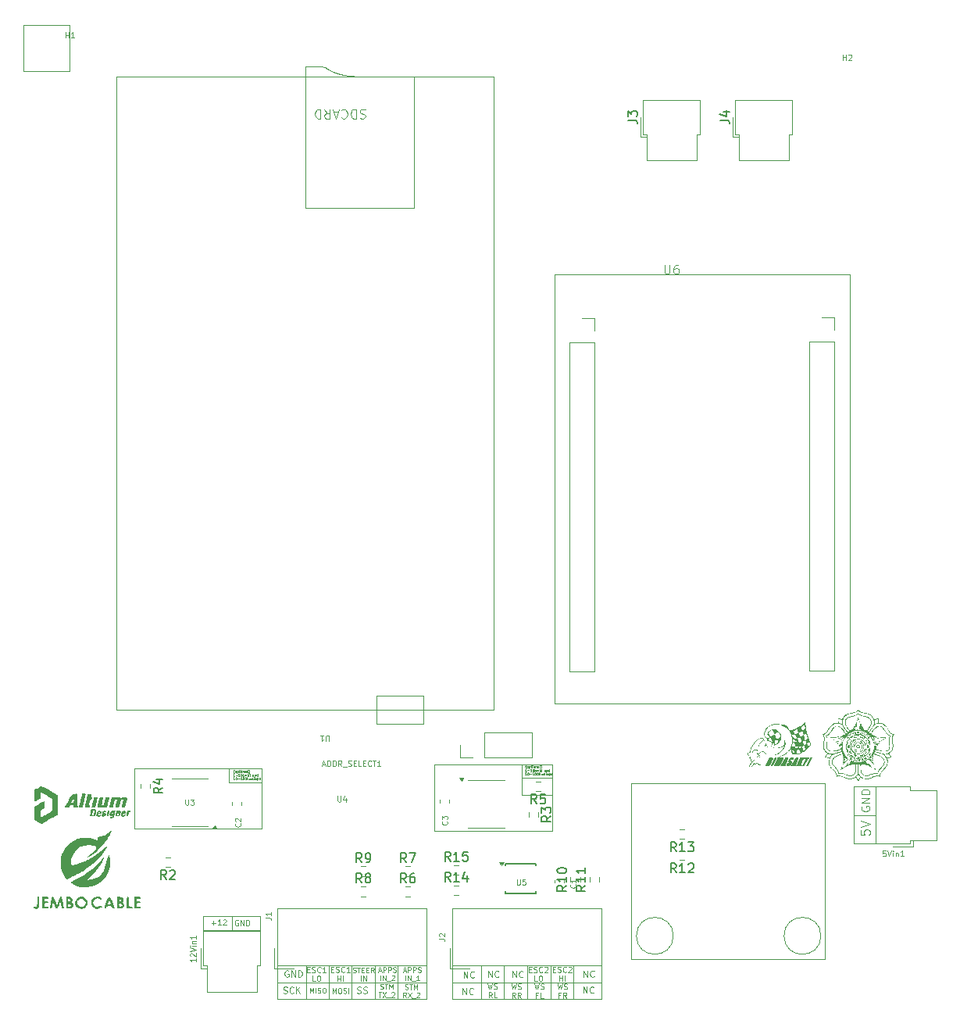
<source format=gbr>
%TF.GenerationSoftware,KiCad,Pcbnew,9.0.2*%
%TF.CreationDate,2025-06-04T20:05:53+07:00*%
%TF.ProjectId,Torque Vectoring Board,546f7271-7565-4205-9665-63746f72696e,rev?*%
%TF.SameCoordinates,Original*%
%TF.FileFunction,Legend,Top*%
%TF.FilePolarity,Positive*%
%FSLAX46Y46*%
G04 Gerber Fmt 4.6, Leading zero omitted, Abs format (unit mm)*
G04 Created by KiCad (PCBNEW 9.0.2) date 2025-06-04 20:05:53*
%MOMM*%
%LPD*%
G01*
G04 APERTURE LIST*
%ADD10C,0.100000*%
%ADD11C,0.050000*%
%ADD12C,0.090000*%
%ADD13C,0.085000*%
%ADD14C,0.112500*%
%ADD15C,0.120000*%
%ADD16C,0.150000*%
%ADD17C,0.087500*%
%ADD18C,0.000000*%
G04 APERTURE END LIST*
D10*
X98589547Y-134898000D02*
X98589547Y-138544273D01*
X82132440Y-134889083D02*
X82132440Y-138535356D01*
X71498328Y-134889084D02*
X87673422Y-134889084D01*
X87673422Y-138535357D01*
X71498328Y-138535357D01*
X71498328Y-134889084D01*
X88526500Y-113085243D02*
X101312755Y-113085243D01*
X101312755Y-120300718D01*
X88526500Y-120300718D01*
X88526500Y-113085243D01*
X56067675Y-113568638D02*
X69869930Y-113568638D01*
X69869930Y-120111385D01*
X56067675Y-120111385D01*
X56067675Y-113568638D01*
X134028748Y-118592600D02*
X136425000Y-118592600D01*
X136425000Y-118618000D01*
X134028748Y-118618000D01*
X134028748Y-118592600D01*
X77083245Y-134889084D02*
X77083245Y-138535357D01*
X66604142Y-129588059D02*
X66604142Y-131098266D01*
X74626063Y-134889084D02*
X74626063Y-138491084D01*
X71498328Y-136712220D02*
X87673422Y-136712220D01*
X98014439Y-114564969D02*
X101279876Y-114564969D01*
X79585875Y-134889084D02*
X79585875Y-138535357D01*
X66310486Y-113567953D02*
X69866486Y-113567953D01*
X69866486Y-115091953D01*
X66310486Y-115091953D01*
X66310486Y-113567953D01*
X96086917Y-134898000D02*
X96086917Y-138544273D01*
X84582244Y-134889084D02*
X84589623Y-138535357D01*
X134028748Y-115538000D02*
X136425000Y-115538000D01*
X136425000Y-121687696D01*
X134028748Y-121687696D01*
X134028748Y-115538000D01*
X90502000Y-136721136D02*
X106677094Y-136721136D01*
X103585916Y-134898000D02*
X103593295Y-138544273D01*
X44000000Y-33000000D02*
X49000000Y-33000000D01*
X49000000Y-38000000D01*
X44000000Y-38000000D01*
X44000000Y-33000000D01*
X98001647Y-113142513D02*
X101311426Y-113142513D01*
X101311426Y-116394876D01*
X98001647Y-116394876D01*
X98001647Y-113142513D01*
X93629735Y-134898000D02*
X93629735Y-138500000D01*
X101136112Y-134897999D02*
X101136112Y-138544272D01*
X63526377Y-129588059D02*
X69681907Y-129588059D01*
X69681907Y-131098266D01*
X63526377Y-131098266D01*
X63526377Y-129588059D01*
X90502000Y-134898000D02*
X106677094Y-134898000D01*
X106677094Y-138544273D01*
X90502000Y-138544273D01*
X90502000Y-134898000D01*
D11*
X98473483Y-113549251D02*
X98461578Y-113537347D01*
X98461578Y-113537347D02*
X98437769Y-113501632D01*
X98437769Y-113501632D02*
X98425864Y-113477823D01*
X98425864Y-113477823D02*
X98413959Y-113442109D01*
X98413959Y-113442109D02*
X98402054Y-113382585D01*
X98402054Y-113382585D02*
X98402054Y-113334966D01*
X98402054Y-113334966D02*
X98413959Y-113275442D01*
X98413959Y-113275442D02*
X98425864Y-113239728D01*
X98425864Y-113239728D02*
X98437769Y-113215918D01*
X98437769Y-113215918D02*
X98461578Y-113180204D01*
X98461578Y-113180204D02*
X98473483Y-113168299D01*
X98604436Y-113454013D02*
X98580626Y-113442109D01*
X98580626Y-113442109D02*
X98568721Y-113430204D01*
X98568721Y-113430204D02*
X98556817Y-113406394D01*
X98556817Y-113406394D02*
X98556817Y-113334966D01*
X98556817Y-113334966D02*
X98568721Y-113311156D01*
X98568721Y-113311156D02*
X98580626Y-113299251D01*
X98580626Y-113299251D02*
X98604436Y-113287347D01*
X98604436Y-113287347D02*
X98640150Y-113287347D01*
X98640150Y-113287347D02*
X98663959Y-113299251D01*
X98663959Y-113299251D02*
X98675864Y-113311156D01*
X98675864Y-113311156D02*
X98687769Y-113334966D01*
X98687769Y-113334966D02*
X98687769Y-113406394D01*
X98687769Y-113406394D02*
X98675864Y-113430204D01*
X98675864Y-113430204D02*
X98663959Y-113442109D01*
X98663959Y-113442109D02*
X98640150Y-113454013D01*
X98640150Y-113454013D02*
X98604436Y-113454013D01*
X98794911Y-113287347D02*
X98794911Y-113537347D01*
X98794911Y-113299251D02*
X98818721Y-113287347D01*
X98818721Y-113287347D02*
X98866340Y-113287347D01*
X98866340Y-113287347D02*
X98890149Y-113299251D01*
X98890149Y-113299251D02*
X98902054Y-113311156D01*
X98902054Y-113311156D02*
X98913959Y-113334966D01*
X98913959Y-113334966D02*
X98913959Y-113406394D01*
X98913959Y-113406394D02*
X98902054Y-113430204D01*
X98902054Y-113430204D02*
X98890149Y-113442109D01*
X98890149Y-113442109D02*
X98866340Y-113454013D01*
X98866340Y-113454013D02*
X98818721Y-113454013D01*
X98818721Y-113454013D02*
X98794911Y-113442109D01*
X98985387Y-113287347D02*
X99080625Y-113287347D01*
X99021101Y-113204013D02*
X99021101Y-113418299D01*
X99021101Y-113418299D02*
X99033006Y-113442109D01*
X99033006Y-113442109D02*
X99056816Y-113454013D01*
X99056816Y-113454013D02*
X99080625Y-113454013D01*
X99163958Y-113454013D02*
X99163958Y-113287347D01*
X99163958Y-113204013D02*
X99152054Y-113215918D01*
X99152054Y-113215918D02*
X99163958Y-113227823D01*
X99163958Y-113227823D02*
X99175863Y-113215918D01*
X99175863Y-113215918D02*
X99163958Y-113204013D01*
X99163958Y-113204013D02*
X99163958Y-113227823D01*
X99318721Y-113454013D02*
X99294911Y-113442109D01*
X99294911Y-113442109D02*
X99283006Y-113430204D01*
X99283006Y-113430204D02*
X99271102Y-113406394D01*
X99271102Y-113406394D02*
X99271102Y-113334966D01*
X99271102Y-113334966D02*
X99283006Y-113311156D01*
X99283006Y-113311156D02*
X99294911Y-113299251D01*
X99294911Y-113299251D02*
X99318721Y-113287347D01*
X99318721Y-113287347D02*
X99354435Y-113287347D01*
X99354435Y-113287347D02*
X99378244Y-113299251D01*
X99378244Y-113299251D02*
X99390149Y-113311156D01*
X99390149Y-113311156D02*
X99402054Y-113334966D01*
X99402054Y-113334966D02*
X99402054Y-113406394D01*
X99402054Y-113406394D02*
X99390149Y-113430204D01*
X99390149Y-113430204D02*
X99378244Y-113442109D01*
X99378244Y-113442109D02*
X99354435Y-113454013D01*
X99354435Y-113454013D02*
X99318721Y-113454013D01*
X99509196Y-113287347D02*
X99509196Y-113454013D01*
X99509196Y-113311156D02*
X99521101Y-113299251D01*
X99521101Y-113299251D02*
X99544911Y-113287347D01*
X99544911Y-113287347D02*
X99580625Y-113287347D01*
X99580625Y-113287347D02*
X99604434Y-113299251D01*
X99604434Y-113299251D02*
X99616339Y-113323061D01*
X99616339Y-113323061D02*
X99616339Y-113454013D01*
X99842529Y-113454013D02*
X99842529Y-113323061D01*
X99842529Y-113323061D02*
X99830624Y-113299251D01*
X99830624Y-113299251D02*
X99806815Y-113287347D01*
X99806815Y-113287347D02*
X99759196Y-113287347D01*
X99759196Y-113287347D02*
X99735386Y-113299251D01*
X99842529Y-113442109D02*
X99818720Y-113454013D01*
X99818720Y-113454013D02*
X99759196Y-113454013D01*
X99759196Y-113454013D02*
X99735386Y-113442109D01*
X99735386Y-113442109D02*
X99723482Y-113418299D01*
X99723482Y-113418299D02*
X99723482Y-113394489D01*
X99723482Y-113394489D02*
X99735386Y-113370680D01*
X99735386Y-113370680D02*
X99759196Y-113358775D01*
X99759196Y-113358775D02*
X99818720Y-113358775D01*
X99818720Y-113358775D02*
X99842529Y-113346870D01*
X99997291Y-113454013D02*
X99973481Y-113442109D01*
X99973481Y-113442109D02*
X99961576Y-113418299D01*
X99961576Y-113418299D02*
X99961576Y-113204013D01*
X100068719Y-113549251D02*
X100080624Y-113537347D01*
X100080624Y-113537347D02*
X100104433Y-113501632D01*
X100104433Y-113501632D02*
X100116338Y-113477823D01*
X100116338Y-113477823D02*
X100128243Y-113442109D01*
X100128243Y-113442109D02*
X100140147Y-113382585D01*
X100140147Y-113382585D02*
X100140147Y-113334966D01*
X100140147Y-113334966D02*
X100128243Y-113275442D01*
X100128243Y-113275442D02*
X100116338Y-113239728D01*
X100116338Y-113239728D02*
X100104433Y-113215918D01*
X100104433Y-113215918D02*
X100080624Y-113180204D01*
X100080624Y-113180204D02*
X100068719Y-113168299D01*
X98533007Y-113856499D02*
X98390150Y-113856499D01*
X98461578Y-113856499D02*
X98461578Y-113606499D01*
X98461578Y-113606499D02*
X98437769Y-113642214D01*
X98437769Y-113642214D02*
X98413959Y-113666023D01*
X98413959Y-113666023D02*
X98390150Y-113677928D01*
X98640149Y-113761261D02*
X98830626Y-113761261D01*
X99080626Y-113856499D02*
X98937769Y-113856499D01*
X99009197Y-113856499D02*
X99009197Y-113606499D01*
X99009197Y-113606499D02*
X98985388Y-113642214D01*
X98985388Y-113642214D02*
X98961578Y-113666023D01*
X98961578Y-113666023D02*
X98937769Y-113677928D01*
X99235387Y-113606499D02*
X99259197Y-113606499D01*
X99259197Y-113606499D02*
X99283006Y-113618404D01*
X99283006Y-113618404D02*
X99294911Y-113630309D01*
X99294911Y-113630309D02*
X99306816Y-113654118D01*
X99306816Y-113654118D02*
X99318721Y-113701737D01*
X99318721Y-113701737D02*
X99318721Y-113761261D01*
X99318721Y-113761261D02*
X99306816Y-113808880D01*
X99306816Y-113808880D02*
X99294911Y-113832690D01*
X99294911Y-113832690D02*
X99283006Y-113844595D01*
X99283006Y-113844595D02*
X99259197Y-113856499D01*
X99259197Y-113856499D02*
X99235387Y-113856499D01*
X99235387Y-113856499D02*
X99211578Y-113844595D01*
X99211578Y-113844595D02*
X99199673Y-113832690D01*
X99199673Y-113832690D02*
X99187768Y-113808880D01*
X99187768Y-113808880D02*
X99175864Y-113761261D01*
X99175864Y-113761261D02*
X99175864Y-113701737D01*
X99175864Y-113701737D02*
X99187768Y-113654118D01*
X99187768Y-113654118D02*
X99199673Y-113630309D01*
X99199673Y-113630309D02*
X99211578Y-113618404D01*
X99211578Y-113618404D02*
X99235387Y-113606499D01*
X99425863Y-113856499D02*
X99425863Y-113606499D01*
X99449673Y-113761261D02*
X99521101Y-113856499D01*
X99521101Y-113689833D02*
X99425863Y-113785071D01*
X99628244Y-113725547D02*
X99818721Y-113725547D01*
X99818721Y-113796975D02*
X99628244Y-113796975D01*
X99937768Y-113856499D02*
X99937768Y-113606499D01*
X100044911Y-113856499D02*
X100044911Y-113725547D01*
X100044911Y-113725547D02*
X100033006Y-113701737D01*
X100033006Y-113701737D02*
X100009197Y-113689833D01*
X100009197Y-113689833D02*
X99973483Y-113689833D01*
X99973483Y-113689833D02*
X99949673Y-113701737D01*
X99949673Y-113701737D02*
X99937768Y-113713642D01*
X100163958Y-113856499D02*
X100163958Y-113689833D01*
X100163958Y-113606499D02*
X100152054Y-113618404D01*
X100152054Y-113618404D02*
X100163958Y-113630309D01*
X100163958Y-113630309D02*
X100175863Y-113618404D01*
X100175863Y-113618404D02*
X100163958Y-113606499D01*
X100163958Y-113606499D02*
X100163958Y-113630309D01*
X100461578Y-113844595D02*
X100485387Y-113856499D01*
X100485387Y-113856499D02*
X100533006Y-113856499D01*
X100533006Y-113856499D02*
X100556816Y-113844595D01*
X100556816Y-113844595D02*
X100568720Y-113820785D01*
X100568720Y-113820785D02*
X100568720Y-113808880D01*
X100568720Y-113808880D02*
X100556816Y-113785071D01*
X100556816Y-113785071D02*
X100533006Y-113773166D01*
X100533006Y-113773166D02*
X100497292Y-113773166D01*
X100497292Y-113773166D02*
X100473482Y-113761261D01*
X100473482Y-113761261D02*
X100461578Y-113737452D01*
X100461578Y-113737452D02*
X100461578Y-113725547D01*
X100461578Y-113725547D02*
X100473482Y-113701737D01*
X100473482Y-113701737D02*
X100497292Y-113689833D01*
X100497292Y-113689833D02*
X100533006Y-113689833D01*
X100533006Y-113689833D02*
X100556816Y-113701737D01*
X100675863Y-113689833D02*
X100675863Y-113939833D01*
X100675863Y-113701737D02*
X100699673Y-113689833D01*
X100699673Y-113689833D02*
X100747292Y-113689833D01*
X100747292Y-113689833D02*
X100771101Y-113701737D01*
X100771101Y-113701737D02*
X100783006Y-113713642D01*
X100783006Y-113713642D02*
X100794911Y-113737452D01*
X100794911Y-113737452D02*
X100794911Y-113808880D01*
X100794911Y-113808880D02*
X100783006Y-113832690D01*
X100783006Y-113832690D02*
X100771101Y-113844595D01*
X100771101Y-113844595D02*
X100747292Y-113856499D01*
X100747292Y-113856499D02*
X100699673Y-113856499D01*
X100699673Y-113856499D02*
X100675863Y-113844595D01*
X101009196Y-113856499D02*
X101009196Y-113606499D01*
X101009196Y-113844595D02*
X100985387Y-113856499D01*
X100985387Y-113856499D02*
X100937768Y-113856499D01*
X100937768Y-113856499D02*
X100913958Y-113844595D01*
X100913958Y-113844595D02*
X100902053Y-113832690D01*
X100902053Y-113832690D02*
X100890149Y-113808880D01*
X100890149Y-113808880D02*
X100890149Y-113737452D01*
X100890149Y-113737452D02*
X100902053Y-113713642D01*
X100902053Y-113713642D02*
X100913958Y-113701737D01*
X100913958Y-113701737D02*
X100937768Y-113689833D01*
X100937768Y-113689833D02*
X100985387Y-113689833D01*
X100985387Y-113689833D02*
X101009196Y-113701737D01*
X98533007Y-114258985D02*
X98390150Y-114258985D01*
X98461578Y-114258985D02*
X98461578Y-114008985D01*
X98461578Y-114008985D02*
X98437769Y-114044700D01*
X98437769Y-114044700D02*
X98413959Y-114068509D01*
X98413959Y-114068509D02*
X98390150Y-114080414D01*
X98687768Y-114008985D02*
X98711578Y-114008985D01*
X98711578Y-114008985D02*
X98735387Y-114020890D01*
X98735387Y-114020890D02*
X98747292Y-114032795D01*
X98747292Y-114032795D02*
X98759197Y-114056604D01*
X98759197Y-114056604D02*
X98771102Y-114104223D01*
X98771102Y-114104223D02*
X98771102Y-114163747D01*
X98771102Y-114163747D02*
X98759197Y-114211366D01*
X98759197Y-114211366D02*
X98747292Y-114235176D01*
X98747292Y-114235176D02*
X98735387Y-114247081D01*
X98735387Y-114247081D02*
X98711578Y-114258985D01*
X98711578Y-114258985D02*
X98687768Y-114258985D01*
X98687768Y-114258985D02*
X98663959Y-114247081D01*
X98663959Y-114247081D02*
X98652054Y-114235176D01*
X98652054Y-114235176D02*
X98640149Y-114211366D01*
X98640149Y-114211366D02*
X98628245Y-114163747D01*
X98628245Y-114163747D02*
X98628245Y-114104223D01*
X98628245Y-114104223D02*
X98640149Y-114056604D01*
X98640149Y-114056604D02*
X98652054Y-114032795D01*
X98652054Y-114032795D02*
X98663959Y-114020890D01*
X98663959Y-114020890D02*
X98687768Y-114008985D01*
X98878244Y-114163747D02*
X99068721Y-114163747D01*
X99318721Y-114258985D02*
X99175864Y-114258985D01*
X99247292Y-114258985D02*
X99247292Y-114008985D01*
X99247292Y-114008985D02*
X99223483Y-114044700D01*
X99223483Y-114044700D02*
X99199673Y-114068509D01*
X99199673Y-114068509D02*
X99175864Y-114080414D01*
X99473482Y-114008985D02*
X99497292Y-114008985D01*
X99497292Y-114008985D02*
X99521101Y-114020890D01*
X99521101Y-114020890D02*
X99533006Y-114032795D01*
X99533006Y-114032795D02*
X99544911Y-114056604D01*
X99544911Y-114056604D02*
X99556816Y-114104223D01*
X99556816Y-114104223D02*
X99556816Y-114163747D01*
X99556816Y-114163747D02*
X99544911Y-114211366D01*
X99544911Y-114211366D02*
X99533006Y-114235176D01*
X99533006Y-114235176D02*
X99521101Y-114247081D01*
X99521101Y-114247081D02*
X99497292Y-114258985D01*
X99497292Y-114258985D02*
X99473482Y-114258985D01*
X99473482Y-114258985D02*
X99449673Y-114247081D01*
X99449673Y-114247081D02*
X99437768Y-114235176D01*
X99437768Y-114235176D02*
X99425863Y-114211366D01*
X99425863Y-114211366D02*
X99413959Y-114163747D01*
X99413959Y-114163747D02*
X99413959Y-114104223D01*
X99413959Y-114104223D02*
X99425863Y-114056604D01*
X99425863Y-114056604D02*
X99437768Y-114032795D01*
X99437768Y-114032795D02*
X99449673Y-114020890D01*
X99449673Y-114020890D02*
X99473482Y-114008985D01*
X99711577Y-114008985D02*
X99735387Y-114008985D01*
X99735387Y-114008985D02*
X99759196Y-114020890D01*
X99759196Y-114020890D02*
X99771101Y-114032795D01*
X99771101Y-114032795D02*
X99783006Y-114056604D01*
X99783006Y-114056604D02*
X99794911Y-114104223D01*
X99794911Y-114104223D02*
X99794911Y-114163747D01*
X99794911Y-114163747D02*
X99783006Y-114211366D01*
X99783006Y-114211366D02*
X99771101Y-114235176D01*
X99771101Y-114235176D02*
X99759196Y-114247081D01*
X99759196Y-114247081D02*
X99735387Y-114258985D01*
X99735387Y-114258985D02*
X99711577Y-114258985D01*
X99711577Y-114258985D02*
X99687768Y-114247081D01*
X99687768Y-114247081D02*
X99675863Y-114235176D01*
X99675863Y-114235176D02*
X99663958Y-114211366D01*
X99663958Y-114211366D02*
X99652054Y-114163747D01*
X99652054Y-114163747D02*
X99652054Y-114104223D01*
X99652054Y-114104223D02*
X99663958Y-114056604D01*
X99663958Y-114056604D02*
X99675863Y-114032795D01*
X99675863Y-114032795D02*
X99687768Y-114020890D01*
X99687768Y-114020890D02*
X99711577Y-114008985D01*
X99902053Y-114258985D02*
X99902053Y-114008985D01*
X99925863Y-114163747D02*
X99997291Y-114258985D01*
X99997291Y-114092319D02*
X99902053Y-114187557D01*
X100104434Y-114128033D02*
X100294911Y-114128033D01*
X100294911Y-114199461D02*
X100104434Y-114199461D01*
X100402054Y-114247081D02*
X100425863Y-114258985D01*
X100425863Y-114258985D02*
X100473482Y-114258985D01*
X100473482Y-114258985D02*
X100497292Y-114247081D01*
X100497292Y-114247081D02*
X100509196Y-114223271D01*
X100509196Y-114223271D02*
X100509196Y-114211366D01*
X100509196Y-114211366D02*
X100497292Y-114187557D01*
X100497292Y-114187557D02*
X100473482Y-114175652D01*
X100473482Y-114175652D02*
X100437768Y-114175652D01*
X100437768Y-114175652D02*
X100413958Y-114163747D01*
X100413958Y-114163747D02*
X100402054Y-114139938D01*
X100402054Y-114139938D02*
X100402054Y-114128033D01*
X100402054Y-114128033D02*
X100413958Y-114104223D01*
X100413958Y-114104223D02*
X100437768Y-114092319D01*
X100437768Y-114092319D02*
X100473482Y-114092319D01*
X100473482Y-114092319D02*
X100497292Y-114104223D01*
X100652054Y-114258985D02*
X100628244Y-114247081D01*
X100628244Y-114247081D02*
X100616339Y-114223271D01*
X100616339Y-114223271D02*
X100616339Y-114008985D01*
X100783006Y-114258985D02*
X100759196Y-114247081D01*
X100759196Y-114247081D02*
X100747291Y-114235176D01*
X100747291Y-114235176D02*
X100735387Y-114211366D01*
X100735387Y-114211366D02*
X100735387Y-114139938D01*
X100735387Y-114139938D02*
X100747291Y-114116128D01*
X100747291Y-114116128D02*
X100759196Y-114104223D01*
X100759196Y-114104223D02*
X100783006Y-114092319D01*
X100783006Y-114092319D02*
X100818720Y-114092319D01*
X100818720Y-114092319D02*
X100842529Y-114104223D01*
X100842529Y-114104223D02*
X100854434Y-114116128D01*
X100854434Y-114116128D02*
X100866339Y-114139938D01*
X100866339Y-114139938D02*
X100866339Y-114211366D01*
X100866339Y-114211366D02*
X100854434Y-114235176D01*
X100854434Y-114235176D02*
X100842529Y-114247081D01*
X100842529Y-114247081D02*
X100818720Y-114258985D01*
X100818720Y-114258985D02*
X100783006Y-114258985D01*
X100973481Y-114092319D02*
X100973481Y-114342319D01*
X100973481Y-114104223D02*
X100997291Y-114092319D01*
X100997291Y-114092319D02*
X101044910Y-114092319D01*
X101044910Y-114092319D02*
X101068719Y-114104223D01*
X101068719Y-114104223D02*
X101080624Y-114116128D01*
X101080624Y-114116128D02*
X101092529Y-114139938D01*
X101092529Y-114139938D02*
X101092529Y-114211366D01*
X101092529Y-114211366D02*
X101080624Y-114235176D01*
X101080624Y-114235176D02*
X101068719Y-114247081D01*
X101068719Y-114247081D02*
X101044910Y-114258985D01*
X101044910Y-114258985D02*
X100997291Y-114258985D01*
X100997291Y-114258985D02*
X100973481Y-114247081D01*
X101294909Y-114247081D02*
X101271100Y-114258985D01*
X101271100Y-114258985D02*
X101223481Y-114258985D01*
X101223481Y-114258985D02*
X101199671Y-114247081D01*
X101199671Y-114247081D02*
X101187767Y-114223271D01*
X101187767Y-114223271D02*
X101187767Y-114128033D01*
X101187767Y-114128033D02*
X101199671Y-114104223D01*
X101199671Y-114104223D02*
X101223481Y-114092319D01*
X101223481Y-114092319D02*
X101271100Y-114092319D01*
X101271100Y-114092319D02*
X101294909Y-114104223D01*
X101294909Y-114104223D02*
X101306814Y-114128033D01*
X101306814Y-114128033D02*
X101306814Y-114151842D01*
X101306814Y-114151842D02*
X101187767Y-114175652D01*
D12*
X94292048Y-136824176D02*
X94434905Y-137424176D01*
X94434905Y-137424176D02*
X94549191Y-136995605D01*
X94549191Y-136995605D02*
X94663476Y-137424176D01*
X94663476Y-137424176D02*
X94806334Y-136824176D01*
X95006333Y-137395605D02*
X95092048Y-137424176D01*
X95092048Y-137424176D02*
X95234905Y-137424176D01*
X95234905Y-137424176D02*
X95292048Y-137395605D01*
X95292048Y-137395605D02*
X95320619Y-137367033D01*
X95320619Y-137367033D02*
X95349190Y-137309890D01*
X95349190Y-137309890D02*
X95349190Y-137252747D01*
X95349190Y-137252747D02*
X95320619Y-137195605D01*
X95320619Y-137195605D02*
X95292048Y-137167033D01*
X95292048Y-137167033D02*
X95234905Y-137138462D01*
X95234905Y-137138462D02*
X95120619Y-137109890D01*
X95120619Y-137109890D02*
X95063476Y-137081319D01*
X95063476Y-137081319D02*
X95034905Y-137052747D01*
X95034905Y-137052747D02*
X95006333Y-136995605D01*
X95006333Y-136995605D02*
X95006333Y-136938462D01*
X95006333Y-136938462D02*
X95034905Y-136881319D01*
X95034905Y-136881319D02*
X95063476Y-136852747D01*
X95063476Y-136852747D02*
X95120619Y-136824176D01*
X95120619Y-136824176D02*
X95263476Y-136824176D01*
X95263476Y-136824176D02*
X95349190Y-136852747D01*
X94777762Y-138390142D02*
X94577762Y-138104428D01*
X94434905Y-138390142D02*
X94434905Y-137790142D01*
X94434905Y-137790142D02*
X94663476Y-137790142D01*
X94663476Y-137790142D02*
X94720619Y-137818713D01*
X94720619Y-137818713D02*
X94749190Y-137847285D01*
X94749190Y-137847285D02*
X94777762Y-137904428D01*
X94777762Y-137904428D02*
X94777762Y-137990142D01*
X94777762Y-137990142D02*
X94749190Y-138047285D01*
X94749190Y-138047285D02*
X94720619Y-138075856D01*
X94720619Y-138075856D02*
X94663476Y-138104428D01*
X94663476Y-138104428D02*
X94434905Y-138104428D01*
X95320619Y-138390142D02*
X95034905Y-138390142D01*
X95034905Y-138390142D02*
X95034905Y-137790142D01*
D13*
X82706595Y-137407696D02*
X82785167Y-137433886D01*
X82785167Y-137433886D02*
X82916119Y-137433886D01*
X82916119Y-137433886D02*
X82968500Y-137407696D01*
X82968500Y-137407696D02*
X82994691Y-137381505D01*
X82994691Y-137381505D02*
X83020881Y-137329124D01*
X83020881Y-137329124D02*
X83020881Y-137276743D01*
X83020881Y-137276743D02*
X82994691Y-137224362D01*
X82994691Y-137224362D02*
X82968500Y-137198172D01*
X82968500Y-137198172D02*
X82916119Y-137171981D01*
X82916119Y-137171981D02*
X82811357Y-137145791D01*
X82811357Y-137145791D02*
X82758976Y-137119600D01*
X82758976Y-137119600D02*
X82732786Y-137093410D01*
X82732786Y-137093410D02*
X82706595Y-137041029D01*
X82706595Y-137041029D02*
X82706595Y-136988648D01*
X82706595Y-136988648D02*
X82732786Y-136936267D01*
X82732786Y-136936267D02*
X82758976Y-136910076D01*
X82758976Y-136910076D02*
X82811357Y-136883886D01*
X82811357Y-136883886D02*
X82942310Y-136883886D01*
X82942310Y-136883886D02*
X83020881Y-136910076D01*
X83178024Y-136883886D02*
X83492310Y-136883886D01*
X83335167Y-137433886D02*
X83335167Y-136883886D01*
X83675644Y-137433886D02*
X83675644Y-136883886D01*
X83675644Y-136883886D02*
X83858977Y-137276743D01*
X83858977Y-137276743D02*
X84042311Y-136883886D01*
X84042311Y-136883886D02*
X84042311Y-137433886D01*
X82497070Y-137769355D02*
X82811356Y-137769355D01*
X82654213Y-138319355D02*
X82654213Y-137769355D01*
X82942309Y-137769355D02*
X83308976Y-138319355D01*
X83308976Y-137769355D02*
X82942309Y-138319355D01*
X83387548Y-138371736D02*
X83806595Y-138371736D01*
X83911357Y-137821736D02*
X83937548Y-137795545D01*
X83937548Y-137795545D02*
X83989929Y-137769355D01*
X83989929Y-137769355D02*
X84120881Y-137769355D01*
X84120881Y-137769355D02*
X84173262Y-137795545D01*
X84173262Y-137795545D02*
X84199453Y-137821736D01*
X84199453Y-137821736D02*
X84225643Y-137874117D01*
X84225643Y-137874117D02*
X84225643Y-137926498D01*
X84225643Y-137926498D02*
X84199453Y-138005069D01*
X84199453Y-138005069D02*
X83885167Y-138319355D01*
X83885167Y-138319355D02*
X84225643Y-138319355D01*
X75048983Y-137868850D02*
X75048983Y-137318850D01*
X75048983Y-137318850D02*
X75232316Y-137711707D01*
X75232316Y-137711707D02*
X75415650Y-137318850D01*
X75415650Y-137318850D02*
X75415650Y-137868850D01*
X75677554Y-137868850D02*
X75677554Y-137318850D01*
X75913268Y-137842660D02*
X75991840Y-137868850D01*
X75991840Y-137868850D02*
X76122792Y-137868850D01*
X76122792Y-137868850D02*
X76175173Y-137842660D01*
X76175173Y-137842660D02*
X76201364Y-137816469D01*
X76201364Y-137816469D02*
X76227554Y-137764088D01*
X76227554Y-137764088D02*
X76227554Y-137711707D01*
X76227554Y-137711707D02*
X76201364Y-137659326D01*
X76201364Y-137659326D02*
X76175173Y-137633136D01*
X76175173Y-137633136D02*
X76122792Y-137606945D01*
X76122792Y-137606945D02*
X76018030Y-137580755D01*
X76018030Y-137580755D02*
X75965649Y-137554564D01*
X75965649Y-137554564D02*
X75939459Y-137528374D01*
X75939459Y-137528374D02*
X75913268Y-137475993D01*
X75913268Y-137475993D02*
X75913268Y-137423612D01*
X75913268Y-137423612D02*
X75939459Y-137371231D01*
X75939459Y-137371231D02*
X75965649Y-137345040D01*
X75965649Y-137345040D02*
X76018030Y-137318850D01*
X76018030Y-137318850D02*
X76148983Y-137318850D01*
X76148983Y-137318850D02*
X76227554Y-137345040D01*
X76568031Y-137318850D02*
X76672793Y-137318850D01*
X76672793Y-137318850D02*
X76725174Y-137345040D01*
X76725174Y-137345040D02*
X76777555Y-137397421D01*
X76777555Y-137397421D02*
X76803745Y-137502183D01*
X76803745Y-137502183D02*
X76803745Y-137685517D01*
X76803745Y-137685517D02*
X76777555Y-137790279D01*
X76777555Y-137790279D02*
X76725174Y-137842660D01*
X76725174Y-137842660D02*
X76672793Y-137868850D01*
X76672793Y-137868850D02*
X76568031Y-137868850D01*
X76568031Y-137868850D02*
X76515650Y-137842660D01*
X76515650Y-137842660D02*
X76463269Y-137790279D01*
X76463269Y-137790279D02*
X76437078Y-137685517D01*
X76437078Y-137685517D02*
X76437078Y-137502183D01*
X76437078Y-137502183D02*
X76463269Y-137397421D01*
X76463269Y-137397421D02*
X76515650Y-137345040D01*
X76515650Y-137345040D02*
X76568031Y-137318850D01*
D12*
X96893120Y-136846313D02*
X97035977Y-137446313D01*
X97035977Y-137446313D02*
X97150263Y-137017742D01*
X97150263Y-137017742D02*
X97264548Y-137446313D01*
X97264548Y-137446313D02*
X97407406Y-136846313D01*
X97607405Y-137417742D02*
X97693120Y-137446313D01*
X97693120Y-137446313D02*
X97835977Y-137446313D01*
X97835977Y-137446313D02*
X97893120Y-137417742D01*
X97893120Y-137417742D02*
X97921691Y-137389170D01*
X97921691Y-137389170D02*
X97950262Y-137332027D01*
X97950262Y-137332027D02*
X97950262Y-137274884D01*
X97950262Y-137274884D02*
X97921691Y-137217742D01*
X97921691Y-137217742D02*
X97893120Y-137189170D01*
X97893120Y-137189170D02*
X97835977Y-137160599D01*
X97835977Y-137160599D02*
X97721691Y-137132027D01*
X97721691Y-137132027D02*
X97664548Y-137103456D01*
X97664548Y-137103456D02*
X97635977Y-137074884D01*
X97635977Y-137074884D02*
X97607405Y-137017742D01*
X97607405Y-137017742D02*
X97607405Y-136960599D01*
X97607405Y-136960599D02*
X97635977Y-136903456D01*
X97635977Y-136903456D02*
X97664548Y-136874884D01*
X97664548Y-136874884D02*
X97721691Y-136846313D01*
X97721691Y-136846313D02*
X97864548Y-136846313D01*
X97864548Y-136846313D02*
X97950262Y-136874884D01*
X97321691Y-138412279D02*
X97121691Y-138126565D01*
X96978834Y-138412279D02*
X96978834Y-137812279D01*
X96978834Y-137812279D02*
X97207405Y-137812279D01*
X97207405Y-137812279D02*
X97264548Y-137840850D01*
X97264548Y-137840850D02*
X97293119Y-137869422D01*
X97293119Y-137869422D02*
X97321691Y-137926565D01*
X97321691Y-137926565D02*
X97321691Y-138012279D01*
X97321691Y-138012279D02*
X97293119Y-138069422D01*
X97293119Y-138069422D02*
X97264548Y-138097993D01*
X97264548Y-138097993D02*
X97207405Y-138126565D01*
X97207405Y-138126565D02*
X96978834Y-138126565D01*
X97921691Y-138412279D02*
X97721691Y-138126565D01*
X97578834Y-138412279D02*
X97578834Y-137812279D01*
X97578834Y-137812279D02*
X97807405Y-137812279D01*
X97807405Y-137812279D02*
X97864548Y-137840850D01*
X97864548Y-137840850D02*
X97893119Y-137869422D01*
X97893119Y-137869422D02*
X97921691Y-137926565D01*
X97921691Y-137926565D02*
X97921691Y-138012279D01*
X97921691Y-138012279D02*
X97893119Y-138069422D01*
X97893119Y-138069422D02*
X97864548Y-138097993D01*
X97864548Y-138097993D02*
X97807405Y-138126565D01*
X97807405Y-138126565D02*
X97578834Y-138126565D01*
X91632726Y-138019405D02*
X91632726Y-137319405D01*
X91632726Y-137319405D02*
X92032726Y-138019405D01*
X92032726Y-138019405D02*
X92032726Y-137319405D01*
X92766059Y-137952738D02*
X92732726Y-137986072D01*
X92732726Y-137986072D02*
X92632726Y-138019405D01*
X92632726Y-138019405D02*
X92566059Y-138019405D01*
X92566059Y-138019405D02*
X92466059Y-137986072D01*
X92466059Y-137986072D02*
X92399393Y-137919405D01*
X92399393Y-137919405D02*
X92366059Y-137852738D01*
X92366059Y-137852738D02*
X92332726Y-137719405D01*
X92332726Y-137719405D02*
X92332726Y-137619405D01*
X92332726Y-137619405D02*
X92366059Y-137486072D01*
X92366059Y-137486072D02*
X92399393Y-137419405D01*
X92399393Y-137419405D02*
X92466059Y-137352738D01*
X92466059Y-137352738D02*
X92566059Y-137319405D01*
X92566059Y-137319405D02*
X92632726Y-137319405D01*
X92632726Y-137319405D02*
X92732726Y-137352738D01*
X92732726Y-137352738D02*
X92766059Y-137386072D01*
X98813067Y-135322267D02*
X99013067Y-135322267D01*
X99098781Y-135636553D02*
X98813067Y-135636553D01*
X98813067Y-135636553D02*
X98813067Y-135036553D01*
X98813067Y-135036553D02*
X99098781Y-135036553D01*
X99327352Y-135607982D02*
X99413067Y-135636553D01*
X99413067Y-135636553D02*
X99555924Y-135636553D01*
X99555924Y-135636553D02*
X99613067Y-135607982D01*
X99613067Y-135607982D02*
X99641638Y-135579410D01*
X99641638Y-135579410D02*
X99670209Y-135522267D01*
X99670209Y-135522267D02*
X99670209Y-135465124D01*
X99670209Y-135465124D02*
X99641638Y-135407982D01*
X99641638Y-135407982D02*
X99613067Y-135379410D01*
X99613067Y-135379410D02*
X99555924Y-135350839D01*
X99555924Y-135350839D02*
X99441638Y-135322267D01*
X99441638Y-135322267D02*
X99384495Y-135293696D01*
X99384495Y-135293696D02*
X99355924Y-135265124D01*
X99355924Y-135265124D02*
X99327352Y-135207982D01*
X99327352Y-135207982D02*
X99327352Y-135150839D01*
X99327352Y-135150839D02*
X99355924Y-135093696D01*
X99355924Y-135093696D02*
X99384495Y-135065124D01*
X99384495Y-135065124D02*
X99441638Y-135036553D01*
X99441638Y-135036553D02*
X99584495Y-135036553D01*
X99584495Y-135036553D02*
X99670209Y-135065124D01*
X100270210Y-135579410D02*
X100241638Y-135607982D01*
X100241638Y-135607982D02*
X100155924Y-135636553D01*
X100155924Y-135636553D02*
X100098781Y-135636553D01*
X100098781Y-135636553D02*
X100013067Y-135607982D01*
X100013067Y-135607982D02*
X99955924Y-135550839D01*
X99955924Y-135550839D02*
X99927353Y-135493696D01*
X99927353Y-135493696D02*
X99898781Y-135379410D01*
X99898781Y-135379410D02*
X99898781Y-135293696D01*
X99898781Y-135293696D02*
X99927353Y-135179410D01*
X99927353Y-135179410D02*
X99955924Y-135122267D01*
X99955924Y-135122267D02*
X100013067Y-135065124D01*
X100013067Y-135065124D02*
X100098781Y-135036553D01*
X100098781Y-135036553D02*
X100155924Y-135036553D01*
X100155924Y-135036553D02*
X100241638Y-135065124D01*
X100241638Y-135065124D02*
X100270210Y-135093696D01*
X100498781Y-135093696D02*
X100527353Y-135065124D01*
X100527353Y-135065124D02*
X100584496Y-135036553D01*
X100584496Y-135036553D02*
X100727353Y-135036553D01*
X100727353Y-135036553D02*
X100784496Y-135065124D01*
X100784496Y-135065124D02*
X100813067Y-135093696D01*
X100813067Y-135093696D02*
X100841638Y-135150839D01*
X100841638Y-135150839D02*
X100841638Y-135207982D01*
X100841638Y-135207982D02*
X100813067Y-135293696D01*
X100813067Y-135293696D02*
X100470210Y-135636553D01*
X100470210Y-135636553D02*
X100841638Y-135636553D01*
X99684496Y-136602519D02*
X99398782Y-136602519D01*
X99398782Y-136602519D02*
X99398782Y-136002519D01*
X99998781Y-136002519D02*
X100113067Y-136002519D01*
X100113067Y-136002519D02*
X100170210Y-136031090D01*
X100170210Y-136031090D02*
X100227353Y-136088233D01*
X100227353Y-136088233D02*
X100255924Y-136202519D01*
X100255924Y-136202519D02*
X100255924Y-136402519D01*
X100255924Y-136402519D02*
X100227353Y-136516805D01*
X100227353Y-136516805D02*
X100170210Y-136573948D01*
X100170210Y-136573948D02*
X100113067Y-136602519D01*
X100113067Y-136602519D02*
X99998781Y-136602519D01*
X99998781Y-136602519D02*
X99941639Y-136573948D01*
X99941639Y-136573948D02*
X99884496Y-136516805D01*
X99884496Y-136516805D02*
X99855924Y-136402519D01*
X99855924Y-136402519D02*
X99855924Y-136202519D01*
X99855924Y-136202519D02*
X99884496Y-136088233D01*
X99884496Y-136088233D02*
X99941639Y-136031090D01*
X99941639Y-136031090D02*
X99998781Y-136002519D01*
D13*
X85385146Y-137451970D02*
X85463718Y-137478160D01*
X85463718Y-137478160D02*
X85594670Y-137478160D01*
X85594670Y-137478160D02*
X85647051Y-137451970D01*
X85647051Y-137451970D02*
X85673242Y-137425779D01*
X85673242Y-137425779D02*
X85699432Y-137373398D01*
X85699432Y-137373398D02*
X85699432Y-137321017D01*
X85699432Y-137321017D02*
X85673242Y-137268636D01*
X85673242Y-137268636D02*
X85647051Y-137242446D01*
X85647051Y-137242446D02*
X85594670Y-137216255D01*
X85594670Y-137216255D02*
X85489908Y-137190065D01*
X85489908Y-137190065D02*
X85437527Y-137163874D01*
X85437527Y-137163874D02*
X85411337Y-137137684D01*
X85411337Y-137137684D02*
X85385146Y-137085303D01*
X85385146Y-137085303D02*
X85385146Y-137032922D01*
X85385146Y-137032922D02*
X85411337Y-136980541D01*
X85411337Y-136980541D02*
X85437527Y-136954350D01*
X85437527Y-136954350D02*
X85489908Y-136928160D01*
X85489908Y-136928160D02*
X85620861Y-136928160D01*
X85620861Y-136928160D02*
X85699432Y-136954350D01*
X85856575Y-136928160D02*
X86170861Y-136928160D01*
X86013718Y-137478160D02*
X86013718Y-136928160D01*
X86354195Y-137478160D02*
X86354195Y-136928160D01*
X86354195Y-136928160D02*
X86537528Y-137321017D01*
X86537528Y-137321017D02*
X86720862Y-136928160D01*
X86720862Y-136928160D02*
X86720862Y-137478160D01*
X85503003Y-138363629D02*
X85319669Y-138101724D01*
X85188717Y-138363629D02*
X85188717Y-137813629D01*
X85188717Y-137813629D02*
X85398241Y-137813629D01*
X85398241Y-137813629D02*
X85450622Y-137839819D01*
X85450622Y-137839819D02*
X85476812Y-137866010D01*
X85476812Y-137866010D02*
X85503003Y-137918391D01*
X85503003Y-137918391D02*
X85503003Y-137996962D01*
X85503003Y-137996962D02*
X85476812Y-138049343D01*
X85476812Y-138049343D02*
X85450622Y-138075534D01*
X85450622Y-138075534D02*
X85398241Y-138101724D01*
X85398241Y-138101724D02*
X85188717Y-138101724D01*
X85686336Y-137813629D02*
X86053003Y-138363629D01*
X86053003Y-137813629D02*
X85686336Y-138363629D01*
X86131575Y-138416010D02*
X86550622Y-138416010D01*
X86655384Y-137866010D02*
X86681575Y-137839819D01*
X86681575Y-137839819D02*
X86733956Y-137813629D01*
X86733956Y-137813629D02*
X86864908Y-137813629D01*
X86864908Y-137813629D02*
X86917289Y-137839819D01*
X86917289Y-137839819D02*
X86943480Y-137866010D01*
X86943480Y-137866010D02*
X86969670Y-137918391D01*
X86969670Y-137918391D02*
X86969670Y-137970772D01*
X86969670Y-137970772D02*
X86943480Y-138049343D01*
X86943480Y-138049343D02*
X86629194Y-138363629D01*
X86629194Y-138363629D02*
X86969670Y-138363629D01*
D12*
X72729907Y-135456897D02*
X72663240Y-135423564D01*
X72663240Y-135423564D02*
X72563240Y-135423564D01*
X72563240Y-135423564D02*
X72463240Y-135456897D01*
X72463240Y-135456897D02*
X72396574Y-135523564D01*
X72396574Y-135523564D02*
X72363240Y-135590231D01*
X72363240Y-135590231D02*
X72329907Y-135723564D01*
X72329907Y-135723564D02*
X72329907Y-135823564D01*
X72329907Y-135823564D02*
X72363240Y-135956897D01*
X72363240Y-135956897D02*
X72396574Y-136023564D01*
X72396574Y-136023564D02*
X72463240Y-136090231D01*
X72463240Y-136090231D02*
X72563240Y-136123564D01*
X72563240Y-136123564D02*
X72629907Y-136123564D01*
X72629907Y-136123564D02*
X72729907Y-136090231D01*
X72729907Y-136090231D02*
X72763240Y-136056897D01*
X72763240Y-136056897D02*
X72763240Y-135823564D01*
X72763240Y-135823564D02*
X72629907Y-135823564D01*
X73063240Y-136123564D02*
X73063240Y-135423564D01*
X73063240Y-135423564D02*
X73463240Y-136123564D01*
X73463240Y-136123564D02*
X73463240Y-135423564D01*
X73796573Y-136123564D02*
X73796573Y-135423564D01*
X73796573Y-135423564D02*
X73963240Y-135423564D01*
X73963240Y-135423564D02*
X74063240Y-135456897D01*
X74063240Y-135456897D02*
X74129907Y-135523564D01*
X74129907Y-135523564D02*
X74163240Y-135590231D01*
X74163240Y-135590231D02*
X74196573Y-135723564D01*
X74196573Y-135723564D02*
X74196573Y-135823564D01*
X74196573Y-135823564D02*
X74163240Y-135956897D01*
X74163240Y-135956897D02*
X74129907Y-136023564D01*
X74129907Y-136023564D02*
X74063240Y-136090231D01*
X74063240Y-136090231D02*
X73963240Y-136123564D01*
X73963240Y-136123564D02*
X73796573Y-136123564D01*
X104682360Y-137886584D02*
X104682360Y-137186584D01*
X104682360Y-137186584D02*
X105082360Y-137886584D01*
X105082360Y-137886584D02*
X105082360Y-137186584D01*
X105815693Y-137819917D02*
X105782360Y-137853251D01*
X105782360Y-137853251D02*
X105682360Y-137886584D01*
X105682360Y-137886584D02*
X105615693Y-137886584D01*
X105615693Y-137886584D02*
X105515693Y-137853251D01*
X105515693Y-137853251D02*
X105449027Y-137786584D01*
X105449027Y-137786584D02*
X105415693Y-137719917D01*
X105415693Y-137719917D02*
X105382360Y-137586584D01*
X105382360Y-137586584D02*
X105382360Y-137486584D01*
X105382360Y-137486584D02*
X105415693Y-137353251D01*
X105415693Y-137353251D02*
X105449027Y-137286584D01*
X105449027Y-137286584D02*
X105515693Y-137219917D01*
X105515693Y-137219917D02*
X105615693Y-137186584D01*
X105615693Y-137186584D02*
X105682360Y-137186584D01*
X105682360Y-137186584D02*
X105782360Y-137219917D01*
X105782360Y-137219917D02*
X105815693Y-137253251D01*
X101884965Y-136857381D02*
X102027822Y-137457381D01*
X102027822Y-137457381D02*
X102142108Y-137028810D01*
X102142108Y-137028810D02*
X102256393Y-137457381D01*
X102256393Y-137457381D02*
X102399251Y-136857381D01*
X102599250Y-137428810D02*
X102684965Y-137457381D01*
X102684965Y-137457381D02*
X102827822Y-137457381D01*
X102827822Y-137457381D02*
X102884965Y-137428810D01*
X102884965Y-137428810D02*
X102913536Y-137400238D01*
X102913536Y-137400238D02*
X102942107Y-137343095D01*
X102942107Y-137343095D02*
X102942107Y-137285952D01*
X102942107Y-137285952D02*
X102913536Y-137228810D01*
X102913536Y-137228810D02*
X102884965Y-137200238D01*
X102884965Y-137200238D02*
X102827822Y-137171667D01*
X102827822Y-137171667D02*
X102713536Y-137143095D01*
X102713536Y-137143095D02*
X102656393Y-137114524D01*
X102656393Y-137114524D02*
X102627822Y-137085952D01*
X102627822Y-137085952D02*
X102599250Y-137028810D01*
X102599250Y-137028810D02*
X102599250Y-136971667D01*
X102599250Y-136971667D02*
X102627822Y-136914524D01*
X102627822Y-136914524D02*
X102656393Y-136885952D01*
X102656393Y-136885952D02*
X102713536Y-136857381D01*
X102713536Y-136857381D02*
X102856393Y-136857381D01*
X102856393Y-136857381D02*
X102942107Y-136885952D01*
X102213536Y-138109061D02*
X102013536Y-138109061D01*
X102013536Y-138423347D02*
X102013536Y-137823347D01*
X102013536Y-137823347D02*
X102299250Y-137823347D01*
X102870679Y-138423347D02*
X102670679Y-138137633D01*
X102527822Y-138423347D02*
X102527822Y-137823347D01*
X102527822Y-137823347D02*
X102756393Y-137823347D01*
X102756393Y-137823347D02*
X102813536Y-137851918D01*
X102813536Y-137851918D02*
X102842107Y-137880490D01*
X102842107Y-137880490D02*
X102870679Y-137937633D01*
X102870679Y-137937633D02*
X102870679Y-138023347D01*
X102870679Y-138023347D02*
X102842107Y-138080490D01*
X102842107Y-138080490D02*
X102813536Y-138109061D01*
X102813536Y-138109061D02*
X102756393Y-138137633D01*
X102756393Y-138137633D02*
X102527822Y-138137633D01*
D14*
X134860838Y-117692386D02*
X134817981Y-117778101D01*
X134817981Y-117778101D02*
X134817981Y-117906672D01*
X134817981Y-117906672D02*
X134860838Y-118035243D01*
X134860838Y-118035243D02*
X134946552Y-118120958D01*
X134946552Y-118120958D02*
X135032266Y-118163815D01*
X135032266Y-118163815D02*
X135203695Y-118206672D01*
X135203695Y-118206672D02*
X135332266Y-118206672D01*
X135332266Y-118206672D02*
X135503695Y-118163815D01*
X135503695Y-118163815D02*
X135589409Y-118120958D01*
X135589409Y-118120958D02*
X135675124Y-118035243D01*
X135675124Y-118035243D02*
X135717981Y-117906672D01*
X135717981Y-117906672D02*
X135717981Y-117820958D01*
X135717981Y-117820958D02*
X135675124Y-117692386D01*
X135675124Y-117692386D02*
X135632266Y-117649529D01*
X135632266Y-117649529D02*
X135332266Y-117649529D01*
X135332266Y-117649529D02*
X135332266Y-117820958D01*
X135717981Y-117263815D02*
X134817981Y-117263815D01*
X134817981Y-117263815D02*
X135717981Y-116749529D01*
X135717981Y-116749529D02*
X134817981Y-116749529D01*
X135717981Y-116320958D02*
X134817981Y-116320958D01*
X134817981Y-116320958D02*
X134817981Y-116106672D01*
X134817981Y-116106672D02*
X134860838Y-115978101D01*
X134860838Y-115978101D02*
X134946552Y-115892386D01*
X134946552Y-115892386D02*
X135032266Y-115849529D01*
X135032266Y-115849529D02*
X135203695Y-115806672D01*
X135203695Y-115806672D02*
X135332266Y-115806672D01*
X135332266Y-115806672D02*
X135503695Y-115849529D01*
X135503695Y-115849529D02*
X135589409Y-115892386D01*
X135589409Y-115892386D02*
X135675124Y-115978101D01*
X135675124Y-115978101D02*
X135717981Y-116106672D01*
X135717981Y-116106672D02*
X135717981Y-116320958D01*
D12*
X72192543Y-137876320D02*
X72292543Y-137909653D01*
X72292543Y-137909653D02*
X72459210Y-137909653D01*
X72459210Y-137909653D02*
X72525876Y-137876320D01*
X72525876Y-137876320D02*
X72559210Y-137842986D01*
X72559210Y-137842986D02*
X72592543Y-137776320D01*
X72592543Y-137776320D02*
X72592543Y-137709653D01*
X72592543Y-137709653D02*
X72559210Y-137642986D01*
X72559210Y-137642986D02*
X72525876Y-137609653D01*
X72525876Y-137609653D02*
X72459210Y-137576320D01*
X72459210Y-137576320D02*
X72325876Y-137542986D01*
X72325876Y-137542986D02*
X72259210Y-137509653D01*
X72259210Y-137509653D02*
X72225876Y-137476320D01*
X72225876Y-137476320D02*
X72192543Y-137409653D01*
X72192543Y-137409653D02*
X72192543Y-137342986D01*
X72192543Y-137342986D02*
X72225876Y-137276320D01*
X72225876Y-137276320D02*
X72259210Y-137242986D01*
X72259210Y-137242986D02*
X72325876Y-137209653D01*
X72325876Y-137209653D02*
X72492543Y-137209653D01*
X72492543Y-137209653D02*
X72592543Y-137242986D01*
X73292543Y-137842986D02*
X73259210Y-137876320D01*
X73259210Y-137876320D02*
X73159210Y-137909653D01*
X73159210Y-137909653D02*
X73092543Y-137909653D01*
X73092543Y-137909653D02*
X72992543Y-137876320D01*
X72992543Y-137876320D02*
X72925877Y-137809653D01*
X72925877Y-137809653D02*
X72892543Y-137742986D01*
X72892543Y-137742986D02*
X72859210Y-137609653D01*
X72859210Y-137609653D02*
X72859210Y-137509653D01*
X72859210Y-137509653D02*
X72892543Y-137376320D01*
X72892543Y-137376320D02*
X72925877Y-137309653D01*
X72925877Y-137309653D02*
X72992543Y-137242986D01*
X72992543Y-137242986D02*
X73092543Y-137209653D01*
X73092543Y-137209653D02*
X73159210Y-137209653D01*
X73159210Y-137209653D02*
X73259210Y-137242986D01*
X73259210Y-137242986D02*
X73292543Y-137276320D01*
X73592543Y-137909653D02*
X73592543Y-137209653D01*
X73992543Y-137909653D02*
X73692543Y-137509653D01*
X73992543Y-137209653D02*
X73592543Y-137609653D01*
X80192543Y-137876320D02*
X80292543Y-137909653D01*
X80292543Y-137909653D02*
X80459210Y-137909653D01*
X80459210Y-137909653D02*
X80525876Y-137876320D01*
X80525876Y-137876320D02*
X80559210Y-137842986D01*
X80559210Y-137842986D02*
X80592543Y-137776320D01*
X80592543Y-137776320D02*
X80592543Y-137709653D01*
X80592543Y-137709653D02*
X80559210Y-137642986D01*
X80559210Y-137642986D02*
X80525876Y-137609653D01*
X80525876Y-137609653D02*
X80459210Y-137576320D01*
X80459210Y-137576320D02*
X80325876Y-137542986D01*
X80325876Y-137542986D02*
X80259210Y-137509653D01*
X80259210Y-137509653D02*
X80225876Y-137476320D01*
X80225876Y-137476320D02*
X80192543Y-137409653D01*
X80192543Y-137409653D02*
X80192543Y-137342986D01*
X80192543Y-137342986D02*
X80225876Y-137276320D01*
X80225876Y-137276320D02*
X80259210Y-137242986D01*
X80259210Y-137242986D02*
X80325876Y-137209653D01*
X80325876Y-137209653D02*
X80492543Y-137209653D01*
X80492543Y-137209653D02*
X80592543Y-137242986D01*
X80859210Y-137876320D02*
X80959210Y-137909653D01*
X80959210Y-137909653D02*
X81125877Y-137909653D01*
X81125877Y-137909653D02*
X81192543Y-137876320D01*
X81192543Y-137876320D02*
X81225877Y-137842986D01*
X81225877Y-137842986D02*
X81259210Y-137776320D01*
X81259210Y-137776320D02*
X81259210Y-137709653D01*
X81259210Y-137709653D02*
X81225877Y-137642986D01*
X81225877Y-137642986D02*
X81192543Y-137609653D01*
X81192543Y-137609653D02*
X81125877Y-137576320D01*
X81125877Y-137576320D02*
X80992543Y-137542986D01*
X80992543Y-137542986D02*
X80925877Y-137509653D01*
X80925877Y-137509653D02*
X80892543Y-137476320D01*
X80892543Y-137476320D02*
X80859210Y-137409653D01*
X80859210Y-137409653D02*
X80859210Y-137342986D01*
X80859210Y-137342986D02*
X80892543Y-137276320D01*
X80892543Y-137276320D02*
X80925877Y-137242986D01*
X80925877Y-137242986D02*
X80992543Y-137209653D01*
X80992543Y-137209653D02*
X81159210Y-137209653D01*
X81159210Y-137209653D02*
X81259210Y-137242986D01*
X104732167Y-136143312D02*
X104732167Y-135443312D01*
X104732167Y-135443312D02*
X105132167Y-136143312D01*
X105132167Y-136143312D02*
X105132167Y-135443312D01*
X105865500Y-136076645D02*
X105832167Y-136109979D01*
X105832167Y-136109979D02*
X105732167Y-136143312D01*
X105732167Y-136143312D02*
X105665500Y-136143312D01*
X105665500Y-136143312D02*
X105565500Y-136109979D01*
X105565500Y-136109979D02*
X105498834Y-136043312D01*
X105498834Y-136043312D02*
X105465500Y-135976645D01*
X105465500Y-135976645D02*
X105432167Y-135843312D01*
X105432167Y-135843312D02*
X105432167Y-135743312D01*
X105432167Y-135743312D02*
X105465500Y-135609979D01*
X105465500Y-135609979D02*
X105498834Y-135543312D01*
X105498834Y-135543312D02*
X105565500Y-135476645D01*
X105565500Y-135476645D02*
X105665500Y-135443312D01*
X105665500Y-135443312D02*
X105732167Y-135443312D01*
X105732167Y-135443312D02*
X105832167Y-135476645D01*
X105832167Y-135476645D02*
X105865500Y-135509979D01*
X94388755Y-136159915D02*
X94388755Y-135459915D01*
X94388755Y-135459915D02*
X94788755Y-136159915D01*
X94788755Y-136159915D02*
X94788755Y-135459915D01*
X95522088Y-136093248D02*
X95488755Y-136126582D01*
X95488755Y-136126582D02*
X95388755Y-136159915D01*
X95388755Y-136159915D02*
X95322088Y-136159915D01*
X95322088Y-136159915D02*
X95222088Y-136126582D01*
X95222088Y-136126582D02*
X95155422Y-136059915D01*
X95155422Y-136059915D02*
X95122088Y-135993248D01*
X95122088Y-135993248D02*
X95088755Y-135859915D01*
X95088755Y-135859915D02*
X95088755Y-135759915D01*
X95088755Y-135759915D02*
X95122088Y-135626582D01*
X95122088Y-135626582D02*
X95155422Y-135559915D01*
X95155422Y-135559915D02*
X95222088Y-135493248D01*
X95222088Y-135493248D02*
X95322088Y-135459915D01*
X95322088Y-135459915D02*
X95388755Y-135459915D01*
X95388755Y-135459915D02*
X95488755Y-135493248D01*
X95488755Y-135493248D02*
X95522088Y-135526582D01*
D13*
X82518169Y-135466983D02*
X82780074Y-135466983D01*
X82465788Y-135624126D02*
X82649122Y-135074126D01*
X82649122Y-135074126D02*
X82832455Y-135624126D01*
X83015789Y-135624126D02*
X83015789Y-135074126D01*
X83015789Y-135074126D02*
X83225313Y-135074126D01*
X83225313Y-135074126D02*
X83277694Y-135100316D01*
X83277694Y-135100316D02*
X83303884Y-135126507D01*
X83303884Y-135126507D02*
X83330075Y-135178888D01*
X83330075Y-135178888D02*
X83330075Y-135257459D01*
X83330075Y-135257459D02*
X83303884Y-135309840D01*
X83303884Y-135309840D02*
X83277694Y-135336031D01*
X83277694Y-135336031D02*
X83225313Y-135362221D01*
X83225313Y-135362221D02*
X83015789Y-135362221D01*
X83565789Y-135624126D02*
X83565789Y-135074126D01*
X83565789Y-135074126D02*
X83775313Y-135074126D01*
X83775313Y-135074126D02*
X83827694Y-135100316D01*
X83827694Y-135100316D02*
X83853884Y-135126507D01*
X83853884Y-135126507D02*
X83880075Y-135178888D01*
X83880075Y-135178888D02*
X83880075Y-135257459D01*
X83880075Y-135257459D02*
X83853884Y-135309840D01*
X83853884Y-135309840D02*
X83827694Y-135336031D01*
X83827694Y-135336031D02*
X83775313Y-135362221D01*
X83775313Y-135362221D02*
X83565789Y-135362221D01*
X84089598Y-135597936D02*
X84168170Y-135624126D01*
X84168170Y-135624126D02*
X84299122Y-135624126D01*
X84299122Y-135624126D02*
X84351503Y-135597936D01*
X84351503Y-135597936D02*
X84377694Y-135571745D01*
X84377694Y-135571745D02*
X84403884Y-135519364D01*
X84403884Y-135519364D02*
X84403884Y-135466983D01*
X84403884Y-135466983D02*
X84377694Y-135414602D01*
X84377694Y-135414602D02*
X84351503Y-135388412D01*
X84351503Y-135388412D02*
X84299122Y-135362221D01*
X84299122Y-135362221D02*
X84194360Y-135336031D01*
X84194360Y-135336031D02*
X84141979Y-135309840D01*
X84141979Y-135309840D02*
X84115789Y-135283650D01*
X84115789Y-135283650D02*
X84089598Y-135231269D01*
X84089598Y-135231269D02*
X84089598Y-135178888D01*
X84089598Y-135178888D02*
X84115789Y-135126507D01*
X84115789Y-135126507D02*
X84141979Y-135100316D01*
X84141979Y-135100316D02*
X84194360Y-135074126D01*
X84194360Y-135074126D02*
X84325313Y-135074126D01*
X84325313Y-135074126D02*
X84403884Y-135100316D01*
X82701503Y-136509595D02*
X82701503Y-135959595D01*
X82963408Y-136509595D02*
X82963408Y-135959595D01*
X82963408Y-135959595D02*
X83277694Y-136509595D01*
X83277694Y-136509595D02*
X83277694Y-135959595D01*
X83408646Y-136561976D02*
X83827693Y-136561976D01*
X83932455Y-136011976D02*
X83958646Y-135985785D01*
X83958646Y-135985785D02*
X84011027Y-135959595D01*
X84011027Y-135959595D02*
X84141979Y-135959595D01*
X84141979Y-135959595D02*
X84194360Y-135985785D01*
X84194360Y-135985785D02*
X84220551Y-136011976D01*
X84220551Y-136011976D02*
X84246741Y-136064357D01*
X84246741Y-136064357D02*
X84246741Y-136116738D01*
X84246741Y-136116738D02*
X84220551Y-136195309D01*
X84220551Y-136195309D02*
X83906265Y-136509595D01*
X83906265Y-136509595D02*
X84246741Y-136509595D01*
X77514468Y-137893754D02*
X77514468Y-137343754D01*
X77514468Y-137343754D02*
X77697801Y-137736611D01*
X77697801Y-137736611D02*
X77881135Y-137343754D01*
X77881135Y-137343754D02*
X77881135Y-137893754D01*
X78247801Y-137343754D02*
X78352563Y-137343754D01*
X78352563Y-137343754D02*
X78404944Y-137369944D01*
X78404944Y-137369944D02*
X78457325Y-137422325D01*
X78457325Y-137422325D02*
X78483515Y-137527087D01*
X78483515Y-137527087D02*
X78483515Y-137710421D01*
X78483515Y-137710421D02*
X78457325Y-137815183D01*
X78457325Y-137815183D02*
X78404944Y-137867564D01*
X78404944Y-137867564D02*
X78352563Y-137893754D01*
X78352563Y-137893754D02*
X78247801Y-137893754D01*
X78247801Y-137893754D02*
X78195420Y-137867564D01*
X78195420Y-137867564D02*
X78143039Y-137815183D01*
X78143039Y-137815183D02*
X78116848Y-137710421D01*
X78116848Y-137710421D02*
X78116848Y-137527087D01*
X78116848Y-137527087D02*
X78143039Y-137422325D01*
X78143039Y-137422325D02*
X78195420Y-137369944D01*
X78195420Y-137369944D02*
X78247801Y-137343754D01*
X78693038Y-137867564D02*
X78771610Y-137893754D01*
X78771610Y-137893754D02*
X78902562Y-137893754D01*
X78902562Y-137893754D02*
X78954943Y-137867564D01*
X78954943Y-137867564D02*
X78981134Y-137841373D01*
X78981134Y-137841373D02*
X79007324Y-137788992D01*
X79007324Y-137788992D02*
X79007324Y-137736611D01*
X79007324Y-137736611D02*
X78981134Y-137684230D01*
X78981134Y-137684230D02*
X78954943Y-137658040D01*
X78954943Y-137658040D02*
X78902562Y-137631849D01*
X78902562Y-137631849D02*
X78797800Y-137605659D01*
X78797800Y-137605659D02*
X78745419Y-137579468D01*
X78745419Y-137579468D02*
X78719229Y-137553278D01*
X78719229Y-137553278D02*
X78693038Y-137500897D01*
X78693038Y-137500897D02*
X78693038Y-137448516D01*
X78693038Y-137448516D02*
X78719229Y-137396135D01*
X78719229Y-137396135D02*
X78745419Y-137369944D01*
X78745419Y-137369944D02*
X78797800Y-137343754D01*
X78797800Y-137343754D02*
X78928753Y-137343754D01*
X78928753Y-137343754D02*
X79007324Y-137369944D01*
X79243039Y-137893754D02*
X79243039Y-137343754D01*
X79726125Y-135634676D02*
X79804697Y-135660866D01*
X79804697Y-135660866D02*
X79935649Y-135660866D01*
X79935649Y-135660866D02*
X79988030Y-135634676D01*
X79988030Y-135634676D02*
X80014221Y-135608485D01*
X80014221Y-135608485D02*
X80040411Y-135556104D01*
X80040411Y-135556104D02*
X80040411Y-135503723D01*
X80040411Y-135503723D02*
X80014221Y-135451342D01*
X80014221Y-135451342D02*
X79988030Y-135425152D01*
X79988030Y-135425152D02*
X79935649Y-135398961D01*
X79935649Y-135398961D02*
X79830887Y-135372771D01*
X79830887Y-135372771D02*
X79778506Y-135346580D01*
X79778506Y-135346580D02*
X79752316Y-135320390D01*
X79752316Y-135320390D02*
X79726125Y-135268009D01*
X79726125Y-135268009D02*
X79726125Y-135215628D01*
X79726125Y-135215628D02*
X79752316Y-135163247D01*
X79752316Y-135163247D02*
X79778506Y-135137056D01*
X79778506Y-135137056D02*
X79830887Y-135110866D01*
X79830887Y-135110866D02*
X79961840Y-135110866D01*
X79961840Y-135110866D02*
X80040411Y-135137056D01*
X80197554Y-135110866D02*
X80511840Y-135110866D01*
X80354697Y-135660866D02*
X80354697Y-135110866D01*
X80695174Y-135372771D02*
X80878507Y-135372771D01*
X80957079Y-135660866D02*
X80695174Y-135660866D01*
X80695174Y-135660866D02*
X80695174Y-135110866D01*
X80695174Y-135110866D02*
X80957079Y-135110866D01*
X81192793Y-135372771D02*
X81376126Y-135372771D01*
X81454698Y-135660866D02*
X81192793Y-135660866D01*
X81192793Y-135660866D02*
X81192793Y-135110866D01*
X81192793Y-135110866D02*
X81454698Y-135110866D01*
X82004698Y-135660866D02*
X81821364Y-135398961D01*
X81690412Y-135660866D02*
X81690412Y-135110866D01*
X81690412Y-135110866D02*
X81899936Y-135110866D01*
X81899936Y-135110866D02*
X81952317Y-135137056D01*
X81952317Y-135137056D02*
X81978507Y-135163247D01*
X81978507Y-135163247D02*
X82004698Y-135215628D01*
X82004698Y-135215628D02*
X82004698Y-135294199D01*
X82004698Y-135294199D02*
X81978507Y-135346580D01*
X81978507Y-135346580D02*
X81952317Y-135372771D01*
X81952317Y-135372771D02*
X81899936Y-135398961D01*
X81899936Y-135398961D02*
X81690412Y-135398961D01*
X80577317Y-136546335D02*
X80577317Y-135996335D01*
X80839222Y-136546335D02*
X80839222Y-135996335D01*
X80839222Y-135996335D02*
X81153508Y-136546335D01*
X81153508Y-136546335D02*
X81153508Y-135996335D01*
D11*
X66834839Y-114058369D02*
X66822934Y-114046465D01*
X66822934Y-114046465D02*
X66799125Y-114010750D01*
X66799125Y-114010750D02*
X66787220Y-113986941D01*
X66787220Y-113986941D02*
X66775315Y-113951227D01*
X66775315Y-113951227D02*
X66763410Y-113891703D01*
X66763410Y-113891703D02*
X66763410Y-113844084D01*
X66763410Y-113844084D02*
X66775315Y-113784560D01*
X66775315Y-113784560D02*
X66787220Y-113748846D01*
X66787220Y-113748846D02*
X66799125Y-113725036D01*
X66799125Y-113725036D02*
X66822934Y-113689322D01*
X66822934Y-113689322D02*
X66834839Y-113677417D01*
X66965792Y-113963131D02*
X66941982Y-113951227D01*
X66941982Y-113951227D02*
X66930077Y-113939322D01*
X66930077Y-113939322D02*
X66918173Y-113915512D01*
X66918173Y-113915512D02*
X66918173Y-113844084D01*
X66918173Y-113844084D02*
X66930077Y-113820274D01*
X66930077Y-113820274D02*
X66941982Y-113808369D01*
X66941982Y-113808369D02*
X66965792Y-113796465D01*
X66965792Y-113796465D02*
X67001506Y-113796465D01*
X67001506Y-113796465D02*
X67025315Y-113808369D01*
X67025315Y-113808369D02*
X67037220Y-113820274D01*
X67037220Y-113820274D02*
X67049125Y-113844084D01*
X67049125Y-113844084D02*
X67049125Y-113915512D01*
X67049125Y-113915512D02*
X67037220Y-113939322D01*
X67037220Y-113939322D02*
X67025315Y-113951227D01*
X67025315Y-113951227D02*
X67001506Y-113963131D01*
X67001506Y-113963131D02*
X66965792Y-113963131D01*
X67156267Y-113796465D02*
X67156267Y-114046465D01*
X67156267Y-113808369D02*
X67180077Y-113796465D01*
X67180077Y-113796465D02*
X67227696Y-113796465D01*
X67227696Y-113796465D02*
X67251505Y-113808369D01*
X67251505Y-113808369D02*
X67263410Y-113820274D01*
X67263410Y-113820274D02*
X67275315Y-113844084D01*
X67275315Y-113844084D02*
X67275315Y-113915512D01*
X67275315Y-113915512D02*
X67263410Y-113939322D01*
X67263410Y-113939322D02*
X67251505Y-113951227D01*
X67251505Y-113951227D02*
X67227696Y-113963131D01*
X67227696Y-113963131D02*
X67180077Y-113963131D01*
X67180077Y-113963131D02*
X67156267Y-113951227D01*
X67346743Y-113796465D02*
X67441981Y-113796465D01*
X67382457Y-113713131D02*
X67382457Y-113927417D01*
X67382457Y-113927417D02*
X67394362Y-113951227D01*
X67394362Y-113951227D02*
X67418172Y-113963131D01*
X67418172Y-113963131D02*
X67441981Y-113963131D01*
X67525314Y-113963131D02*
X67525314Y-113796465D01*
X67525314Y-113713131D02*
X67513410Y-113725036D01*
X67513410Y-113725036D02*
X67525314Y-113736941D01*
X67525314Y-113736941D02*
X67537219Y-113725036D01*
X67537219Y-113725036D02*
X67525314Y-113713131D01*
X67525314Y-113713131D02*
X67525314Y-113736941D01*
X67680077Y-113963131D02*
X67656267Y-113951227D01*
X67656267Y-113951227D02*
X67644362Y-113939322D01*
X67644362Y-113939322D02*
X67632458Y-113915512D01*
X67632458Y-113915512D02*
X67632458Y-113844084D01*
X67632458Y-113844084D02*
X67644362Y-113820274D01*
X67644362Y-113820274D02*
X67656267Y-113808369D01*
X67656267Y-113808369D02*
X67680077Y-113796465D01*
X67680077Y-113796465D02*
X67715791Y-113796465D01*
X67715791Y-113796465D02*
X67739600Y-113808369D01*
X67739600Y-113808369D02*
X67751505Y-113820274D01*
X67751505Y-113820274D02*
X67763410Y-113844084D01*
X67763410Y-113844084D02*
X67763410Y-113915512D01*
X67763410Y-113915512D02*
X67751505Y-113939322D01*
X67751505Y-113939322D02*
X67739600Y-113951227D01*
X67739600Y-113951227D02*
X67715791Y-113963131D01*
X67715791Y-113963131D02*
X67680077Y-113963131D01*
X67870552Y-113796465D02*
X67870552Y-113963131D01*
X67870552Y-113820274D02*
X67882457Y-113808369D01*
X67882457Y-113808369D02*
X67906267Y-113796465D01*
X67906267Y-113796465D02*
X67941981Y-113796465D01*
X67941981Y-113796465D02*
X67965790Y-113808369D01*
X67965790Y-113808369D02*
X67977695Y-113832179D01*
X67977695Y-113832179D02*
X67977695Y-113963131D01*
X68203885Y-113963131D02*
X68203885Y-113832179D01*
X68203885Y-113832179D02*
X68191980Y-113808369D01*
X68191980Y-113808369D02*
X68168171Y-113796465D01*
X68168171Y-113796465D02*
X68120552Y-113796465D01*
X68120552Y-113796465D02*
X68096742Y-113808369D01*
X68203885Y-113951227D02*
X68180076Y-113963131D01*
X68180076Y-113963131D02*
X68120552Y-113963131D01*
X68120552Y-113963131D02*
X68096742Y-113951227D01*
X68096742Y-113951227D02*
X68084838Y-113927417D01*
X68084838Y-113927417D02*
X68084838Y-113903607D01*
X68084838Y-113903607D02*
X68096742Y-113879798D01*
X68096742Y-113879798D02*
X68120552Y-113867893D01*
X68120552Y-113867893D02*
X68180076Y-113867893D01*
X68180076Y-113867893D02*
X68203885Y-113855988D01*
X68358647Y-113963131D02*
X68334837Y-113951227D01*
X68334837Y-113951227D02*
X68322932Y-113927417D01*
X68322932Y-113927417D02*
X68322932Y-113713131D01*
X68430075Y-114058369D02*
X68441980Y-114046465D01*
X68441980Y-114046465D02*
X68465789Y-114010750D01*
X68465789Y-114010750D02*
X68477694Y-113986941D01*
X68477694Y-113986941D02*
X68489599Y-113951227D01*
X68489599Y-113951227D02*
X68501503Y-113891703D01*
X68501503Y-113891703D02*
X68501503Y-113844084D01*
X68501503Y-113844084D02*
X68489599Y-113784560D01*
X68489599Y-113784560D02*
X68477694Y-113748846D01*
X68477694Y-113748846D02*
X68465789Y-113725036D01*
X68465789Y-113725036D02*
X68441980Y-113689322D01*
X68441980Y-113689322D02*
X68430075Y-113677417D01*
X66894363Y-114365617D02*
X66751506Y-114365617D01*
X66822934Y-114365617D02*
X66822934Y-114115617D01*
X66822934Y-114115617D02*
X66799125Y-114151332D01*
X66799125Y-114151332D02*
X66775315Y-114175141D01*
X66775315Y-114175141D02*
X66751506Y-114187046D01*
X67001505Y-114270379D02*
X67191982Y-114270379D01*
X67441982Y-114365617D02*
X67299125Y-114365617D01*
X67370553Y-114365617D02*
X67370553Y-114115617D01*
X67370553Y-114115617D02*
X67346744Y-114151332D01*
X67346744Y-114151332D02*
X67322934Y-114175141D01*
X67322934Y-114175141D02*
X67299125Y-114187046D01*
X67596743Y-114115617D02*
X67620553Y-114115617D01*
X67620553Y-114115617D02*
X67644362Y-114127522D01*
X67644362Y-114127522D02*
X67656267Y-114139427D01*
X67656267Y-114139427D02*
X67668172Y-114163236D01*
X67668172Y-114163236D02*
X67680077Y-114210855D01*
X67680077Y-114210855D02*
X67680077Y-114270379D01*
X67680077Y-114270379D02*
X67668172Y-114317998D01*
X67668172Y-114317998D02*
X67656267Y-114341808D01*
X67656267Y-114341808D02*
X67644362Y-114353713D01*
X67644362Y-114353713D02*
X67620553Y-114365617D01*
X67620553Y-114365617D02*
X67596743Y-114365617D01*
X67596743Y-114365617D02*
X67572934Y-114353713D01*
X67572934Y-114353713D02*
X67561029Y-114341808D01*
X67561029Y-114341808D02*
X67549124Y-114317998D01*
X67549124Y-114317998D02*
X67537220Y-114270379D01*
X67537220Y-114270379D02*
X67537220Y-114210855D01*
X67537220Y-114210855D02*
X67549124Y-114163236D01*
X67549124Y-114163236D02*
X67561029Y-114139427D01*
X67561029Y-114139427D02*
X67572934Y-114127522D01*
X67572934Y-114127522D02*
X67596743Y-114115617D01*
X67787219Y-114365617D02*
X67787219Y-114115617D01*
X67811029Y-114270379D02*
X67882457Y-114365617D01*
X67882457Y-114198951D02*
X67787219Y-114294189D01*
X67989600Y-114234665D02*
X68180077Y-114234665D01*
X68180077Y-114306093D02*
X67989600Y-114306093D01*
X68299124Y-114365617D02*
X68299124Y-114115617D01*
X68406267Y-114365617D02*
X68406267Y-114234665D01*
X68406267Y-114234665D02*
X68394362Y-114210855D01*
X68394362Y-114210855D02*
X68370553Y-114198951D01*
X68370553Y-114198951D02*
X68334839Y-114198951D01*
X68334839Y-114198951D02*
X68311029Y-114210855D01*
X68311029Y-114210855D02*
X68299124Y-114222760D01*
X68525314Y-114365617D02*
X68525314Y-114198951D01*
X68525314Y-114115617D02*
X68513410Y-114127522D01*
X68513410Y-114127522D02*
X68525314Y-114139427D01*
X68525314Y-114139427D02*
X68537219Y-114127522D01*
X68537219Y-114127522D02*
X68525314Y-114115617D01*
X68525314Y-114115617D02*
X68525314Y-114139427D01*
X68822934Y-114353713D02*
X68846743Y-114365617D01*
X68846743Y-114365617D02*
X68894362Y-114365617D01*
X68894362Y-114365617D02*
X68918172Y-114353713D01*
X68918172Y-114353713D02*
X68930076Y-114329903D01*
X68930076Y-114329903D02*
X68930076Y-114317998D01*
X68930076Y-114317998D02*
X68918172Y-114294189D01*
X68918172Y-114294189D02*
X68894362Y-114282284D01*
X68894362Y-114282284D02*
X68858648Y-114282284D01*
X68858648Y-114282284D02*
X68834838Y-114270379D01*
X68834838Y-114270379D02*
X68822934Y-114246570D01*
X68822934Y-114246570D02*
X68822934Y-114234665D01*
X68822934Y-114234665D02*
X68834838Y-114210855D01*
X68834838Y-114210855D02*
X68858648Y-114198951D01*
X68858648Y-114198951D02*
X68894362Y-114198951D01*
X68894362Y-114198951D02*
X68918172Y-114210855D01*
X69037219Y-114198951D02*
X69037219Y-114448951D01*
X69037219Y-114210855D02*
X69061029Y-114198951D01*
X69061029Y-114198951D02*
X69108648Y-114198951D01*
X69108648Y-114198951D02*
X69132457Y-114210855D01*
X69132457Y-114210855D02*
X69144362Y-114222760D01*
X69144362Y-114222760D02*
X69156267Y-114246570D01*
X69156267Y-114246570D02*
X69156267Y-114317998D01*
X69156267Y-114317998D02*
X69144362Y-114341808D01*
X69144362Y-114341808D02*
X69132457Y-114353713D01*
X69132457Y-114353713D02*
X69108648Y-114365617D01*
X69108648Y-114365617D02*
X69061029Y-114365617D01*
X69061029Y-114365617D02*
X69037219Y-114353713D01*
X69370552Y-114365617D02*
X69370552Y-114115617D01*
X69370552Y-114353713D02*
X69346743Y-114365617D01*
X69346743Y-114365617D02*
X69299124Y-114365617D01*
X69299124Y-114365617D02*
X69275314Y-114353713D01*
X69275314Y-114353713D02*
X69263409Y-114341808D01*
X69263409Y-114341808D02*
X69251505Y-114317998D01*
X69251505Y-114317998D02*
X69251505Y-114246570D01*
X69251505Y-114246570D02*
X69263409Y-114222760D01*
X69263409Y-114222760D02*
X69275314Y-114210855D01*
X69275314Y-114210855D02*
X69299124Y-114198951D01*
X69299124Y-114198951D02*
X69346743Y-114198951D01*
X69346743Y-114198951D02*
X69370552Y-114210855D01*
X66894363Y-114768103D02*
X66751506Y-114768103D01*
X66822934Y-114768103D02*
X66822934Y-114518103D01*
X66822934Y-114518103D02*
X66799125Y-114553818D01*
X66799125Y-114553818D02*
X66775315Y-114577627D01*
X66775315Y-114577627D02*
X66751506Y-114589532D01*
X67049124Y-114518103D02*
X67072934Y-114518103D01*
X67072934Y-114518103D02*
X67096743Y-114530008D01*
X67096743Y-114530008D02*
X67108648Y-114541913D01*
X67108648Y-114541913D02*
X67120553Y-114565722D01*
X67120553Y-114565722D02*
X67132458Y-114613341D01*
X67132458Y-114613341D02*
X67132458Y-114672865D01*
X67132458Y-114672865D02*
X67120553Y-114720484D01*
X67120553Y-114720484D02*
X67108648Y-114744294D01*
X67108648Y-114744294D02*
X67096743Y-114756199D01*
X67096743Y-114756199D02*
X67072934Y-114768103D01*
X67072934Y-114768103D02*
X67049124Y-114768103D01*
X67049124Y-114768103D02*
X67025315Y-114756199D01*
X67025315Y-114756199D02*
X67013410Y-114744294D01*
X67013410Y-114744294D02*
X67001505Y-114720484D01*
X67001505Y-114720484D02*
X66989601Y-114672865D01*
X66989601Y-114672865D02*
X66989601Y-114613341D01*
X66989601Y-114613341D02*
X67001505Y-114565722D01*
X67001505Y-114565722D02*
X67013410Y-114541913D01*
X67013410Y-114541913D02*
X67025315Y-114530008D01*
X67025315Y-114530008D02*
X67049124Y-114518103D01*
X67239600Y-114672865D02*
X67430077Y-114672865D01*
X67680077Y-114768103D02*
X67537220Y-114768103D01*
X67608648Y-114768103D02*
X67608648Y-114518103D01*
X67608648Y-114518103D02*
X67584839Y-114553818D01*
X67584839Y-114553818D02*
X67561029Y-114577627D01*
X67561029Y-114577627D02*
X67537220Y-114589532D01*
X67834838Y-114518103D02*
X67858648Y-114518103D01*
X67858648Y-114518103D02*
X67882457Y-114530008D01*
X67882457Y-114530008D02*
X67894362Y-114541913D01*
X67894362Y-114541913D02*
X67906267Y-114565722D01*
X67906267Y-114565722D02*
X67918172Y-114613341D01*
X67918172Y-114613341D02*
X67918172Y-114672865D01*
X67918172Y-114672865D02*
X67906267Y-114720484D01*
X67906267Y-114720484D02*
X67894362Y-114744294D01*
X67894362Y-114744294D02*
X67882457Y-114756199D01*
X67882457Y-114756199D02*
X67858648Y-114768103D01*
X67858648Y-114768103D02*
X67834838Y-114768103D01*
X67834838Y-114768103D02*
X67811029Y-114756199D01*
X67811029Y-114756199D02*
X67799124Y-114744294D01*
X67799124Y-114744294D02*
X67787219Y-114720484D01*
X67787219Y-114720484D02*
X67775315Y-114672865D01*
X67775315Y-114672865D02*
X67775315Y-114613341D01*
X67775315Y-114613341D02*
X67787219Y-114565722D01*
X67787219Y-114565722D02*
X67799124Y-114541913D01*
X67799124Y-114541913D02*
X67811029Y-114530008D01*
X67811029Y-114530008D02*
X67834838Y-114518103D01*
X68072933Y-114518103D02*
X68096743Y-114518103D01*
X68096743Y-114518103D02*
X68120552Y-114530008D01*
X68120552Y-114530008D02*
X68132457Y-114541913D01*
X68132457Y-114541913D02*
X68144362Y-114565722D01*
X68144362Y-114565722D02*
X68156267Y-114613341D01*
X68156267Y-114613341D02*
X68156267Y-114672865D01*
X68156267Y-114672865D02*
X68144362Y-114720484D01*
X68144362Y-114720484D02*
X68132457Y-114744294D01*
X68132457Y-114744294D02*
X68120552Y-114756199D01*
X68120552Y-114756199D02*
X68096743Y-114768103D01*
X68096743Y-114768103D02*
X68072933Y-114768103D01*
X68072933Y-114768103D02*
X68049124Y-114756199D01*
X68049124Y-114756199D02*
X68037219Y-114744294D01*
X68037219Y-114744294D02*
X68025314Y-114720484D01*
X68025314Y-114720484D02*
X68013410Y-114672865D01*
X68013410Y-114672865D02*
X68013410Y-114613341D01*
X68013410Y-114613341D02*
X68025314Y-114565722D01*
X68025314Y-114565722D02*
X68037219Y-114541913D01*
X68037219Y-114541913D02*
X68049124Y-114530008D01*
X68049124Y-114530008D02*
X68072933Y-114518103D01*
X68263409Y-114768103D02*
X68263409Y-114518103D01*
X68287219Y-114672865D02*
X68358647Y-114768103D01*
X68358647Y-114601437D02*
X68263409Y-114696675D01*
X68465790Y-114637151D02*
X68656267Y-114637151D01*
X68656267Y-114708579D02*
X68465790Y-114708579D01*
X68763410Y-114756199D02*
X68787219Y-114768103D01*
X68787219Y-114768103D02*
X68834838Y-114768103D01*
X68834838Y-114768103D02*
X68858648Y-114756199D01*
X68858648Y-114756199D02*
X68870552Y-114732389D01*
X68870552Y-114732389D02*
X68870552Y-114720484D01*
X68870552Y-114720484D02*
X68858648Y-114696675D01*
X68858648Y-114696675D02*
X68834838Y-114684770D01*
X68834838Y-114684770D02*
X68799124Y-114684770D01*
X68799124Y-114684770D02*
X68775314Y-114672865D01*
X68775314Y-114672865D02*
X68763410Y-114649056D01*
X68763410Y-114649056D02*
X68763410Y-114637151D01*
X68763410Y-114637151D02*
X68775314Y-114613341D01*
X68775314Y-114613341D02*
X68799124Y-114601437D01*
X68799124Y-114601437D02*
X68834838Y-114601437D01*
X68834838Y-114601437D02*
X68858648Y-114613341D01*
X69013410Y-114768103D02*
X68989600Y-114756199D01*
X68989600Y-114756199D02*
X68977695Y-114732389D01*
X68977695Y-114732389D02*
X68977695Y-114518103D01*
X69144362Y-114768103D02*
X69120552Y-114756199D01*
X69120552Y-114756199D02*
X69108647Y-114744294D01*
X69108647Y-114744294D02*
X69096743Y-114720484D01*
X69096743Y-114720484D02*
X69096743Y-114649056D01*
X69096743Y-114649056D02*
X69108647Y-114625246D01*
X69108647Y-114625246D02*
X69120552Y-114613341D01*
X69120552Y-114613341D02*
X69144362Y-114601437D01*
X69144362Y-114601437D02*
X69180076Y-114601437D01*
X69180076Y-114601437D02*
X69203885Y-114613341D01*
X69203885Y-114613341D02*
X69215790Y-114625246D01*
X69215790Y-114625246D02*
X69227695Y-114649056D01*
X69227695Y-114649056D02*
X69227695Y-114720484D01*
X69227695Y-114720484D02*
X69215790Y-114744294D01*
X69215790Y-114744294D02*
X69203885Y-114756199D01*
X69203885Y-114756199D02*
X69180076Y-114768103D01*
X69180076Y-114768103D02*
X69144362Y-114768103D01*
X69334837Y-114601437D02*
X69334837Y-114851437D01*
X69334837Y-114613341D02*
X69358647Y-114601437D01*
X69358647Y-114601437D02*
X69406266Y-114601437D01*
X69406266Y-114601437D02*
X69430075Y-114613341D01*
X69430075Y-114613341D02*
X69441980Y-114625246D01*
X69441980Y-114625246D02*
X69453885Y-114649056D01*
X69453885Y-114649056D02*
X69453885Y-114720484D01*
X69453885Y-114720484D02*
X69441980Y-114744294D01*
X69441980Y-114744294D02*
X69430075Y-114756199D01*
X69430075Y-114756199D02*
X69406266Y-114768103D01*
X69406266Y-114768103D02*
X69358647Y-114768103D01*
X69358647Y-114768103D02*
X69334837Y-114756199D01*
X69656265Y-114756199D02*
X69632456Y-114768103D01*
X69632456Y-114768103D02*
X69584837Y-114768103D01*
X69584837Y-114768103D02*
X69561027Y-114756199D01*
X69561027Y-114756199D02*
X69549123Y-114732389D01*
X69549123Y-114732389D02*
X69549123Y-114637151D01*
X69549123Y-114637151D02*
X69561027Y-114613341D01*
X69561027Y-114613341D02*
X69584837Y-114601437D01*
X69584837Y-114601437D02*
X69632456Y-114601437D01*
X69632456Y-114601437D02*
X69656265Y-114613341D01*
X69656265Y-114613341D02*
X69668170Y-114637151D01*
X69668170Y-114637151D02*
X69668170Y-114660960D01*
X69668170Y-114660960D02*
X69549123Y-114684770D01*
D10*
X134756200Y-120228838D02*
X134756200Y-120705028D01*
X134756200Y-120705028D02*
X135232390Y-120752647D01*
X135232390Y-120752647D02*
X135184771Y-120705028D01*
X135184771Y-120705028D02*
X135137152Y-120609790D01*
X135137152Y-120609790D02*
X135137152Y-120371695D01*
X135137152Y-120371695D02*
X135184771Y-120276457D01*
X135184771Y-120276457D02*
X135232390Y-120228838D01*
X135232390Y-120228838D02*
X135327628Y-120181219D01*
X135327628Y-120181219D02*
X135565723Y-120181219D01*
X135565723Y-120181219D02*
X135660961Y-120228838D01*
X135660961Y-120228838D02*
X135708581Y-120276457D01*
X135708581Y-120276457D02*
X135756200Y-120371695D01*
X135756200Y-120371695D02*
X135756200Y-120609790D01*
X135756200Y-120609790D02*
X135708581Y-120705028D01*
X135708581Y-120705028D02*
X135660961Y-120752647D01*
X134756200Y-119895504D02*
X135756200Y-119562171D01*
X135756200Y-119562171D02*
X134756200Y-119228838D01*
D12*
X91725876Y-136226325D02*
X91725876Y-135526325D01*
X91725876Y-135526325D02*
X92125876Y-136226325D01*
X92125876Y-136226325D02*
X92125876Y-135526325D01*
X92859209Y-136159658D02*
X92825876Y-136192992D01*
X92825876Y-136192992D02*
X92725876Y-136226325D01*
X92725876Y-136226325D02*
X92659209Y-136226325D01*
X92659209Y-136226325D02*
X92559209Y-136192992D01*
X92559209Y-136192992D02*
X92492543Y-136126325D01*
X92492543Y-136126325D02*
X92459209Y-136059658D01*
X92459209Y-136059658D02*
X92425876Y-135926325D01*
X92425876Y-135926325D02*
X92425876Y-135826325D01*
X92425876Y-135826325D02*
X92459209Y-135692992D01*
X92459209Y-135692992D02*
X92492543Y-135626325D01*
X92492543Y-135626325D02*
X92559209Y-135559658D01*
X92559209Y-135559658D02*
X92659209Y-135526325D01*
X92659209Y-135526325D02*
X92725876Y-135526325D01*
X92725876Y-135526325D02*
X92825876Y-135559658D01*
X92825876Y-135559658D02*
X92859209Y-135592992D01*
X77361644Y-135317638D02*
X77561644Y-135317638D01*
X77647358Y-135631924D02*
X77361644Y-135631924D01*
X77361644Y-135631924D02*
X77361644Y-135031924D01*
X77361644Y-135031924D02*
X77647358Y-135031924D01*
X77875929Y-135603353D02*
X77961644Y-135631924D01*
X77961644Y-135631924D02*
X78104501Y-135631924D01*
X78104501Y-135631924D02*
X78161644Y-135603353D01*
X78161644Y-135603353D02*
X78190215Y-135574781D01*
X78190215Y-135574781D02*
X78218786Y-135517638D01*
X78218786Y-135517638D02*
X78218786Y-135460495D01*
X78218786Y-135460495D02*
X78190215Y-135403353D01*
X78190215Y-135403353D02*
X78161644Y-135374781D01*
X78161644Y-135374781D02*
X78104501Y-135346210D01*
X78104501Y-135346210D02*
X77990215Y-135317638D01*
X77990215Y-135317638D02*
X77933072Y-135289067D01*
X77933072Y-135289067D02*
X77904501Y-135260495D01*
X77904501Y-135260495D02*
X77875929Y-135203353D01*
X77875929Y-135203353D02*
X77875929Y-135146210D01*
X77875929Y-135146210D02*
X77904501Y-135089067D01*
X77904501Y-135089067D02*
X77933072Y-135060495D01*
X77933072Y-135060495D02*
X77990215Y-135031924D01*
X77990215Y-135031924D02*
X78133072Y-135031924D01*
X78133072Y-135031924D02*
X78218786Y-135060495D01*
X78818787Y-135574781D02*
X78790215Y-135603353D01*
X78790215Y-135603353D02*
X78704501Y-135631924D01*
X78704501Y-135631924D02*
X78647358Y-135631924D01*
X78647358Y-135631924D02*
X78561644Y-135603353D01*
X78561644Y-135603353D02*
X78504501Y-135546210D01*
X78504501Y-135546210D02*
X78475930Y-135489067D01*
X78475930Y-135489067D02*
X78447358Y-135374781D01*
X78447358Y-135374781D02*
X78447358Y-135289067D01*
X78447358Y-135289067D02*
X78475930Y-135174781D01*
X78475930Y-135174781D02*
X78504501Y-135117638D01*
X78504501Y-135117638D02*
X78561644Y-135060495D01*
X78561644Y-135060495D02*
X78647358Y-135031924D01*
X78647358Y-135031924D02*
X78704501Y-135031924D01*
X78704501Y-135031924D02*
X78790215Y-135060495D01*
X78790215Y-135060495D02*
X78818787Y-135089067D01*
X79390215Y-135631924D02*
X79047358Y-135631924D01*
X79218787Y-135631924D02*
X79218787Y-135031924D01*
X79218787Y-135031924D02*
X79161644Y-135117638D01*
X79161644Y-135117638D02*
X79104501Y-135174781D01*
X79104501Y-135174781D02*
X79047358Y-135203353D01*
X78047359Y-136597890D02*
X78047359Y-135997890D01*
X78047359Y-136283604D02*
X78390216Y-136283604D01*
X78390216Y-136597890D02*
X78390216Y-135997890D01*
X78675930Y-136597890D02*
X78675930Y-135997890D01*
X99372440Y-136857381D02*
X99515297Y-137457381D01*
X99515297Y-137457381D02*
X99629583Y-137028810D01*
X99629583Y-137028810D02*
X99743868Y-137457381D01*
X99743868Y-137457381D02*
X99886726Y-136857381D01*
X100086725Y-137428810D02*
X100172440Y-137457381D01*
X100172440Y-137457381D02*
X100315297Y-137457381D01*
X100315297Y-137457381D02*
X100372440Y-137428810D01*
X100372440Y-137428810D02*
X100401011Y-137400238D01*
X100401011Y-137400238D02*
X100429582Y-137343095D01*
X100429582Y-137343095D02*
X100429582Y-137285952D01*
X100429582Y-137285952D02*
X100401011Y-137228810D01*
X100401011Y-137228810D02*
X100372440Y-137200238D01*
X100372440Y-137200238D02*
X100315297Y-137171667D01*
X100315297Y-137171667D02*
X100201011Y-137143095D01*
X100201011Y-137143095D02*
X100143868Y-137114524D01*
X100143868Y-137114524D02*
X100115297Y-137085952D01*
X100115297Y-137085952D02*
X100086725Y-137028810D01*
X100086725Y-137028810D02*
X100086725Y-136971667D01*
X100086725Y-136971667D02*
X100115297Y-136914524D01*
X100115297Y-136914524D02*
X100143868Y-136885952D01*
X100143868Y-136885952D02*
X100201011Y-136857381D01*
X100201011Y-136857381D02*
X100343868Y-136857381D01*
X100343868Y-136857381D02*
X100429582Y-136885952D01*
X99758154Y-138109061D02*
X99558154Y-138109061D01*
X99558154Y-138423347D02*
X99558154Y-137823347D01*
X99558154Y-137823347D02*
X99843868Y-137823347D01*
X100358154Y-138423347D02*
X100072440Y-138423347D01*
X100072440Y-138423347D02*
X100072440Y-137823347D01*
X101400611Y-135310642D02*
X101600611Y-135310642D01*
X101686325Y-135624928D02*
X101400611Y-135624928D01*
X101400611Y-135624928D02*
X101400611Y-135024928D01*
X101400611Y-135024928D02*
X101686325Y-135024928D01*
X101914896Y-135596357D02*
X102000611Y-135624928D01*
X102000611Y-135624928D02*
X102143468Y-135624928D01*
X102143468Y-135624928D02*
X102200611Y-135596357D01*
X102200611Y-135596357D02*
X102229182Y-135567785D01*
X102229182Y-135567785D02*
X102257753Y-135510642D01*
X102257753Y-135510642D02*
X102257753Y-135453499D01*
X102257753Y-135453499D02*
X102229182Y-135396357D01*
X102229182Y-135396357D02*
X102200611Y-135367785D01*
X102200611Y-135367785D02*
X102143468Y-135339214D01*
X102143468Y-135339214D02*
X102029182Y-135310642D01*
X102029182Y-135310642D02*
X101972039Y-135282071D01*
X101972039Y-135282071D02*
X101943468Y-135253499D01*
X101943468Y-135253499D02*
X101914896Y-135196357D01*
X101914896Y-135196357D02*
X101914896Y-135139214D01*
X101914896Y-135139214D02*
X101943468Y-135082071D01*
X101943468Y-135082071D02*
X101972039Y-135053499D01*
X101972039Y-135053499D02*
X102029182Y-135024928D01*
X102029182Y-135024928D02*
X102172039Y-135024928D01*
X102172039Y-135024928D02*
X102257753Y-135053499D01*
X102857754Y-135567785D02*
X102829182Y-135596357D01*
X102829182Y-135596357D02*
X102743468Y-135624928D01*
X102743468Y-135624928D02*
X102686325Y-135624928D01*
X102686325Y-135624928D02*
X102600611Y-135596357D01*
X102600611Y-135596357D02*
X102543468Y-135539214D01*
X102543468Y-135539214D02*
X102514897Y-135482071D01*
X102514897Y-135482071D02*
X102486325Y-135367785D01*
X102486325Y-135367785D02*
X102486325Y-135282071D01*
X102486325Y-135282071D02*
X102514897Y-135167785D01*
X102514897Y-135167785D02*
X102543468Y-135110642D01*
X102543468Y-135110642D02*
X102600611Y-135053499D01*
X102600611Y-135053499D02*
X102686325Y-135024928D01*
X102686325Y-135024928D02*
X102743468Y-135024928D01*
X102743468Y-135024928D02*
X102829182Y-135053499D01*
X102829182Y-135053499D02*
X102857754Y-135082071D01*
X103086325Y-135082071D02*
X103114897Y-135053499D01*
X103114897Y-135053499D02*
X103172040Y-135024928D01*
X103172040Y-135024928D02*
X103314897Y-135024928D01*
X103314897Y-135024928D02*
X103372040Y-135053499D01*
X103372040Y-135053499D02*
X103400611Y-135082071D01*
X103400611Y-135082071D02*
X103429182Y-135139214D01*
X103429182Y-135139214D02*
X103429182Y-135196357D01*
X103429182Y-135196357D02*
X103400611Y-135282071D01*
X103400611Y-135282071D02*
X103057754Y-135624928D01*
X103057754Y-135624928D02*
X103429182Y-135624928D01*
X102086326Y-136590894D02*
X102086326Y-135990894D01*
X102086326Y-136276608D02*
X102429183Y-136276608D01*
X102429183Y-136590894D02*
X102429183Y-135990894D01*
X102714897Y-136590894D02*
X102714897Y-135990894D01*
D13*
X85207788Y-135466983D02*
X85469693Y-135466983D01*
X85155407Y-135624126D02*
X85338741Y-135074126D01*
X85338741Y-135074126D02*
X85522074Y-135624126D01*
X85705408Y-135624126D02*
X85705408Y-135074126D01*
X85705408Y-135074126D02*
X85914932Y-135074126D01*
X85914932Y-135074126D02*
X85967313Y-135100316D01*
X85967313Y-135100316D02*
X85993503Y-135126507D01*
X85993503Y-135126507D02*
X86019694Y-135178888D01*
X86019694Y-135178888D02*
X86019694Y-135257459D01*
X86019694Y-135257459D02*
X85993503Y-135309840D01*
X85993503Y-135309840D02*
X85967313Y-135336031D01*
X85967313Y-135336031D02*
X85914932Y-135362221D01*
X85914932Y-135362221D02*
X85705408Y-135362221D01*
X86255408Y-135624126D02*
X86255408Y-135074126D01*
X86255408Y-135074126D02*
X86464932Y-135074126D01*
X86464932Y-135074126D02*
X86517313Y-135100316D01*
X86517313Y-135100316D02*
X86543503Y-135126507D01*
X86543503Y-135126507D02*
X86569694Y-135178888D01*
X86569694Y-135178888D02*
X86569694Y-135257459D01*
X86569694Y-135257459D02*
X86543503Y-135309840D01*
X86543503Y-135309840D02*
X86517313Y-135336031D01*
X86517313Y-135336031D02*
X86464932Y-135362221D01*
X86464932Y-135362221D02*
X86255408Y-135362221D01*
X86779217Y-135597936D02*
X86857789Y-135624126D01*
X86857789Y-135624126D02*
X86988741Y-135624126D01*
X86988741Y-135624126D02*
X87041122Y-135597936D01*
X87041122Y-135597936D02*
X87067313Y-135571745D01*
X87067313Y-135571745D02*
X87093503Y-135519364D01*
X87093503Y-135519364D02*
X87093503Y-135466983D01*
X87093503Y-135466983D02*
X87067313Y-135414602D01*
X87067313Y-135414602D02*
X87041122Y-135388412D01*
X87041122Y-135388412D02*
X86988741Y-135362221D01*
X86988741Y-135362221D02*
X86883979Y-135336031D01*
X86883979Y-135336031D02*
X86831598Y-135309840D01*
X86831598Y-135309840D02*
X86805408Y-135283650D01*
X86805408Y-135283650D02*
X86779217Y-135231269D01*
X86779217Y-135231269D02*
X86779217Y-135178888D01*
X86779217Y-135178888D02*
X86805408Y-135126507D01*
X86805408Y-135126507D02*
X86831598Y-135100316D01*
X86831598Y-135100316D02*
X86883979Y-135074126D01*
X86883979Y-135074126D02*
X87014932Y-135074126D01*
X87014932Y-135074126D02*
X87093503Y-135100316D01*
X85391122Y-136509595D02*
X85391122Y-135959595D01*
X85653027Y-136509595D02*
X85653027Y-135959595D01*
X85653027Y-135959595D02*
X85967313Y-136509595D01*
X85967313Y-136509595D02*
X85967313Y-135959595D01*
X86098265Y-136561976D02*
X86517312Y-136561976D01*
X86936360Y-136509595D02*
X86622074Y-136509595D01*
X86779217Y-136509595D02*
X86779217Y-135959595D01*
X86779217Y-135959595D02*
X86726836Y-136038166D01*
X86726836Y-136038166D02*
X86674455Y-136090547D01*
X86674455Y-136090547D02*
X86622074Y-136116738D01*
D12*
X97011964Y-136193120D02*
X97011964Y-135493120D01*
X97011964Y-135493120D02*
X97411964Y-136193120D01*
X97411964Y-136193120D02*
X97411964Y-135493120D01*
X98145297Y-136126453D02*
X98111964Y-136159787D01*
X98111964Y-136159787D02*
X98011964Y-136193120D01*
X98011964Y-136193120D02*
X97945297Y-136193120D01*
X97945297Y-136193120D02*
X97845297Y-136159787D01*
X97845297Y-136159787D02*
X97778631Y-136093120D01*
X97778631Y-136093120D02*
X97745297Y-136026453D01*
X97745297Y-136026453D02*
X97711964Y-135893120D01*
X97711964Y-135893120D02*
X97711964Y-135793120D01*
X97711964Y-135793120D02*
X97745297Y-135659787D01*
X97745297Y-135659787D02*
X97778631Y-135593120D01*
X97778631Y-135593120D02*
X97845297Y-135526453D01*
X97845297Y-135526453D02*
X97945297Y-135493120D01*
X97945297Y-135493120D02*
X98011964Y-135493120D01*
X98011964Y-135493120D02*
X98111964Y-135526453D01*
X98111964Y-135526453D02*
X98145297Y-135559787D01*
X74774100Y-135329263D02*
X74974100Y-135329263D01*
X75059814Y-135643549D02*
X74774100Y-135643549D01*
X74774100Y-135643549D02*
X74774100Y-135043549D01*
X74774100Y-135043549D02*
X75059814Y-135043549D01*
X75288385Y-135614978D02*
X75374100Y-135643549D01*
X75374100Y-135643549D02*
X75516957Y-135643549D01*
X75516957Y-135643549D02*
X75574100Y-135614978D01*
X75574100Y-135614978D02*
X75602671Y-135586406D01*
X75602671Y-135586406D02*
X75631242Y-135529263D01*
X75631242Y-135529263D02*
X75631242Y-135472120D01*
X75631242Y-135472120D02*
X75602671Y-135414978D01*
X75602671Y-135414978D02*
X75574100Y-135386406D01*
X75574100Y-135386406D02*
X75516957Y-135357835D01*
X75516957Y-135357835D02*
X75402671Y-135329263D01*
X75402671Y-135329263D02*
X75345528Y-135300692D01*
X75345528Y-135300692D02*
X75316957Y-135272120D01*
X75316957Y-135272120D02*
X75288385Y-135214978D01*
X75288385Y-135214978D02*
X75288385Y-135157835D01*
X75288385Y-135157835D02*
X75316957Y-135100692D01*
X75316957Y-135100692D02*
X75345528Y-135072120D01*
X75345528Y-135072120D02*
X75402671Y-135043549D01*
X75402671Y-135043549D02*
X75545528Y-135043549D01*
X75545528Y-135043549D02*
X75631242Y-135072120D01*
X76231243Y-135586406D02*
X76202671Y-135614978D01*
X76202671Y-135614978D02*
X76116957Y-135643549D01*
X76116957Y-135643549D02*
X76059814Y-135643549D01*
X76059814Y-135643549D02*
X75974100Y-135614978D01*
X75974100Y-135614978D02*
X75916957Y-135557835D01*
X75916957Y-135557835D02*
X75888386Y-135500692D01*
X75888386Y-135500692D02*
X75859814Y-135386406D01*
X75859814Y-135386406D02*
X75859814Y-135300692D01*
X75859814Y-135300692D02*
X75888386Y-135186406D01*
X75888386Y-135186406D02*
X75916957Y-135129263D01*
X75916957Y-135129263D02*
X75974100Y-135072120D01*
X75974100Y-135072120D02*
X76059814Y-135043549D01*
X76059814Y-135043549D02*
X76116957Y-135043549D01*
X76116957Y-135043549D02*
X76202671Y-135072120D01*
X76202671Y-135072120D02*
X76231243Y-135100692D01*
X76802671Y-135643549D02*
X76459814Y-135643549D01*
X76631243Y-135643549D02*
X76631243Y-135043549D01*
X76631243Y-135043549D02*
X76574100Y-135129263D01*
X76574100Y-135129263D02*
X76516957Y-135186406D01*
X76516957Y-135186406D02*
X76459814Y-135214978D01*
X75645529Y-136609515D02*
X75359815Y-136609515D01*
X75359815Y-136609515D02*
X75359815Y-136009515D01*
X75959814Y-136009515D02*
X76074100Y-136009515D01*
X76074100Y-136009515D02*
X76131243Y-136038086D01*
X76131243Y-136038086D02*
X76188386Y-136095229D01*
X76188386Y-136095229D02*
X76216957Y-136209515D01*
X76216957Y-136209515D02*
X76216957Y-136409515D01*
X76216957Y-136409515D02*
X76188386Y-136523801D01*
X76188386Y-136523801D02*
X76131243Y-136580944D01*
X76131243Y-136580944D02*
X76074100Y-136609515D01*
X76074100Y-136609515D02*
X75959814Y-136609515D01*
X75959814Y-136609515D02*
X75902672Y-136580944D01*
X75902672Y-136580944D02*
X75845529Y-136523801D01*
X75845529Y-136523801D02*
X75816957Y-136409515D01*
X75816957Y-136409515D02*
X75816957Y-136209515D01*
X75816957Y-136209515D02*
X75845529Y-136095229D01*
X75845529Y-136095229D02*
X75902672Y-136038086D01*
X75902672Y-136038086D02*
X75959814Y-136009515D01*
D15*
X64382092Y-130284079D02*
X64839235Y-130284079D01*
X64610663Y-130512650D02*
X64610663Y-130055507D01*
X65439234Y-130512650D02*
X65096377Y-130512650D01*
X65267806Y-130512650D02*
X65267806Y-129912650D01*
X65267806Y-129912650D02*
X65210663Y-129998364D01*
X65210663Y-129998364D02*
X65153520Y-130055507D01*
X65153520Y-130055507D02*
X65096377Y-130084079D01*
X65667806Y-129969793D02*
X65696378Y-129941221D01*
X65696378Y-129941221D02*
X65753521Y-129912650D01*
X65753521Y-129912650D02*
X65896378Y-129912650D01*
X65896378Y-129912650D02*
X65953521Y-129941221D01*
X65953521Y-129941221D02*
X65982092Y-129969793D01*
X65982092Y-129969793D02*
X66010663Y-130026936D01*
X66010663Y-130026936D02*
X66010663Y-130084079D01*
X66010663Y-130084079D02*
X65982092Y-130169793D01*
X65982092Y-130169793D02*
X65639235Y-130512650D01*
X65639235Y-130512650D02*
X66010663Y-130512650D01*
X67261477Y-130015933D02*
X67204335Y-129987362D01*
X67204335Y-129987362D02*
X67118620Y-129987362D01*
X67118620Y-129987362D02*
X67032906Y-130015933D01*
X67032906Y-130015933D02*
X66975763Y-130073076D01*
X66975763Y-130073076D02*
X66947192Y-130130219D01*
X66947192Y-130130219D02*
X66918620Y-130244505D01*
X66918620Y-130244505D02*
X66918620Y-130330219D01*
X66918620Y-130330219D02*
X66947192Y-130444505D01*
X66947192Y-130444505D02*
X66975763Y-130501648D01*
X66975763Y-130501648D02*
X67032906Y-130558791D01*
X67032906Y-130558791D02*
X67118620Y-130587362D01*
X67118620Y-130587362D02*
X67175763Y-130587362D01*
X67175763Y-130587362D02*
X67261477Y-130558791D01*
X67261477Y-130558791D02*
X67290049Y-130530219D01*
X67290049Y-130530219D02*
X67290049Y-130330219D01*
X67290049Y-130330219D02*
X67175763Y-130330219D01*
X67547192Y-130587362D02*
X67547192Y-129987362D01*
X67547192Y-129987362D02*
X67890049Y-130587362D01*
X67890049Y-130587362D02*
X67890049Y-129987362D01*
X68175763Y-130587362D02*
X68175763Y-129987362D01*
X68175763Y-129987362D02*
X68318620Y-129987362D01*
X68318620Y-129987362D02*
X68404334Y-130015933D01*
X68404334Y-130015933D02*
X68461477Y-130073076D01*
X68461477Y-130073076D02*
X68490048Y-130130219D01*
X68490048Y-130130219D02*
X68518620Y-130244505D01*
X68518620Y-130244505D02*
X68518620Y-130330219D01*
X68518620Y-130330219D02*
X68490048Y-130444505D01*
X68490048Y-130444505D02*
X68461477Y-130501648D01*
X68461477Y-130501648D02*
X68404334Y-130558791D01*
X68404334Y-130558791D02*
X68318620Y-130587362D01*
X68318620Y-130587362D02*
X68175763Y-130587362D01*
D16*
X104926819Y-126238357D02*
X104450628Y-126571690D01*
X104926819Y-126809785D02*
X103926819Y-126809785D01*
X103926819Y-126809785D02*
X103926819Y-126428833D01*
X103926819Y-126428833D02*
X103974438Y-126333595D01*
X103974438Y-126333595D02*
X104022057Y-126285976D01*
X104022057Y-126285976D02*
X104117295Y-126238357D01*
X104117295Y-126238357D02*
X104260152Y-126238357D01*
X104260152Y-126238357D02*
X104355390Y-126285976D01*
X104355390Y-126285976D02*
X104403009Y-126333595D01*
X104403009Y-126333595D02*
X104450628Y-126428833D01*
X104450628Y-126428833D02*
X104450628Y-126809785D01*
X104926819Y-125285976D02*
X104926819Y-125857404D01*
X104926819Y-125571690D02*
X103926819Y-125571690D01*
X103926819Y-125571690D02*
X104069676Y-125666928D01*
X104069676Y-125666928D02*
X104164914Y-125762166D01*
X104164914Y-125762166D02*
X104212533Y-125857404D01*
X104926819Y-124333595D02*
X104926819Y-124905023D01*
X104926819Y-124619309D02*
X103926819Y-124619309D01*
X103926819Y-124619309D02*
X104069676Y-124714547D01*
X104069676Y-124714547D02*
X104164914Y-124809785D01*
X104164914Y-124809785D02*
X104212533Y-124905023D01*
X109534819Y-43333333D02*
X110249104Y-43333333D01*
X110249104Y-43333333D02*
X110391961Y-43380952D01*
X110391961Y-43380952D02*
X110487200Y-43476190D01*
X110487200Y-43476190D02*
X110534819Y-43619047D01*
X110534819Y-43619047D02*
X110534819Y-43714285D01*
X109534819Y-42952380D02*
X109534819Y-42333333D01*
X109534819Y-42333333D02*
X109915771Y-42666666D01*
X109915771Y-42666666D02*
X109915771Y-42523809D01*
X109915771Y-42523809D02*
X109963390Y-42428571D01*
X109963390Y-42428571D02*
X110011009Y-42380952D01*
X110011009Y-42380952D02*
X110106247Y-42333333D01*
X110106247Y-42333333D02*
X110344342Y-42333333D01*
X110344342Y-42333333D02*
X110439580Y-42380952D01*
X110439580Y-42380952D02*
X110487200Y-42428571D01*
X110487200Y-42428571D02*
X110534819Y-42523809D01*
X110534819Y-42523809D02*
X110534819Y-42809523D01*
X110534819Y-42809523D02*
X110487200Y-42904761D01*
X110487200Y-42904761D02*
X110439580Y-42952380D01*
X102867985Y-126238357D02*
X102391794Y-126571690D01*
X102867985Y-126809785D02*
X101867985Y-126809785D01*
X101867985Y-126809785D02*
X101867985Y-126428833D01*
X101867985Y-126428833D02*
X101915604Y-126333595D01*
X101915604Y-126333595D02*
X101963223Y-126285976D01*
X101963223Y-126285976D02*
X102058461Y-126238357D01*
X102058461Y-126238357D02*
X102201318Y-126238357D01*
X102201318Y-126238357D02*
X102296556Y-126285976D01*
X102296556Y-126285976D02*
X102344175Y-126333595D01*
X102344175Y-126333595D02*
X102391794Y-126428833D01*
X102391794Y-126428833D02*
X102391794Y-126809785D01*
X102867985Y-125285976D02*
X102867985Y-125857404D01*
X102867985Y-125571690D02*
X101867985Y-125571690D01*
X101867985Y-125571690D02*
X102010842Y-125666928D01*
X102010842Y-125666928D02*
X102106080Y-125762166D01*
X102106080Y-125762166D02*
X102153699Y-125857404D01*
X101867985Y-124666928D02*
X101867985Y-124571690D01*
X101867985Y-124571690D02*
X101915604Y-124476452D01*
X101915604Y-124476452D02*
X101963223Y-124428833D01*
X101963223Y-124428833D02*
X102058461Y-124381214D01*
X102058461Y-124381214D02*
X102248937Y-124333595D01*
X102248937Y-124333595D02*
X102487032Y-124333595D01*
X102487032Y-124333595D02*
X102677508Y-124381214D01*
X102677508Y-124381214D02*
X102772746Y-124428833D01*
X102772746Y-124428833D02*
X102820366Y-124476452D01*
X102820366Y-124476452D02*
X102867985Y-124571690D01*
X102867985Y-124571690D02*
X102867985Y-124666928D01*
X102867985Y-124666928D02*
X102820366Y-124762166D01*
X102820366Y-124762166D02*
X102772746Y-124809785D01*
X102772746Y-124809785D02*
X102677508Y-124857404D01*
X102677508Y-124857404D02*
X102487032Y-124905023D01*
X102487032Y-124905023D02*
X102248937Y-124905023D01*
X102248937Y-124905023D02*
X102058461Y-124857404D01*
X102058461Y-124857404D02*
X101963223Y-124809785D01*
X101963223Y-124809785D02*
X101915604Y-124762166D01*
X101915604Y-124762166D02*
X101867985Y-124666928D01*
D17*
X78066746Y-116549852D02*
X78066746Y-117035566D01*
X78066746Y-117035566D02*
X78095317Y-117092709D01*
X78095317Y-117092709D02*
X78123889Y-117121281D01*
X78123889Y-117121281D02*
X78181031Y-117149852D01*
X78181031Y-117149852D02*
X78295317Y-117149852D01*
X78295317Y-117149852D02*
X78352460Y-117121281D01*
X78352460Y-117121281D02*
X78381031Y-117092709D01*
X78381031Y-117092709D02*
X78409603Y-117035566D01*
X78409603Y-117035566D02*
X78409603Y-116549852D01*
X78952460Y-116749852D02*
X78952460Y-117149852D01*
X78809602Y-116521281D02*
X78666745Y-116949852D01*
X78666745Y-116949852D02*
X79038174Y-116949852D01*
X97479691Y-125553521D02*
X97479691Y-126039235D01*
X97479691Y-126039235D02*
X97508262Y-126096378D01*
X97508262Y-126096378D02*
X97536834Y-126124950D01*
X97536834Y-126124950D02*
X97593976Y-126153521D01*
X97593976Y-126153521D02*
X97708262Y-126153521D01*
X97708262Y-126153521D02*
X97765405Y-126124950D01*
X97765405Y-126124950D02*
X97793976Y-126096378D01*
X97793976Y-126096378D02*
X97822548Y-126039235D01*
X97822548Y-126039235D02*
X97822548Y-125553521D01*
X98393976Y-125553521D02*
X98108262Y-125553521D01*
X98108262Y-125553521D02*
X98079690Y-125839235D01*
X98079690Y-125839235D02*
X98108262Y-125810664D01*
X98108262Y-125810664D02*
X98165405Y-125782092D01*
X98165405Y-125782092D02*
X98308262Y-125782092D01*
X98308262Y-125782092D02*
X98365405Y-125810664D01*
X98365405Y-125810664D02*
X98393976Y-125839235D01*
X98393976Y-125839235D02*
X98422547Y-125896378D01*
X98422547Y-125896378D02*
X98422547Y-126039235D01*
X98422547Y-126039235D02*
X98393976Y-126096378D01*
X98393976Y-126096378D02*
X98365405Y-126124950D01*
X98365405Y-126124950D02*
X98308262Y-126153521D01*
X98308262Y-126153521D02*
X98165405Y-126153521D01*
X98165405Y-126153521D02*
X98108262Y-126124950D01*
X98108262Y-126124950D02*
X98079690Y-126096378D01*
D16*
X99639333Y-117367319D02*
X99306000Y-116891128D01*
X99067905Y-117367319D02*
X99067905Y-116367319D01*
X99067905Y-116367319D02*
X99448857Y-116367319D01*
X99448857Y-116367319D02*
X99544095Y-116414938D01*
X99544095Y-116414938D02*
X99591714Y-116462557D01*
X99591714Y-116462557D02*
X99639333Y-116557795D01*
X99639333Y-116557795D02*
X99639333Y-116700652D01*
X99639333Y-116700652D02*
X99591714Y-116795890D01*
X99591714Y-116795890D02*
X99544095Y-116843509D01*
X99544095Y-116843509D02*
X99448857Y-116891128D01*
X99448857Y-116891128D02*
X99067905Y-116891128D01*
X100544095Y-116367319D02*
X100067905Y-116367319D01*
X100067905Y-116367319D02*
X100020286Y-116843509D01*
X100020286Y-116843509D02*
X100067905Y-116795890D01*
X100067905Y-116795890D02*
X100163143Y-116748271D01*
X100163143Y-116748271D02*
X100401238Y-116748271D01*
X100401238Y-116748271D02*
X100496476Y-116795890D01*
X100496476Y-116795890D02*
X100544095Y-116843509D01*
X100544095Y-116843509D02*
X100591714Y-116938747D01*
X100591714Y-116938747D02*
X100591714Y-117176842D01*
X100591714Y-117176842D02*
X100544095Y-117272080D01*
X100544095Y-117272080D02*
X100496476Y-117319700D01*
X100496476Y-117319700D02*
X100401238Y-117367319D01*
X100401238Y-117367319D02*
X100163143Y-117367319D01*
X100163143Y-117367319D02*
X100067905Y-117319700D01*
X100067905Y-117319700D02*
X100020286Y-117272080D01*
D17*
X62685021Y-134119429D02*
X62685021Y-134462286D01*
X62685021Y-134290857D02*
X62085021Y-134290857D01*
X62085021Y-134290857D02*
X62170735Y-134348000D01*
X62170735Y-134348000D02*
X62227878Y-134405143D01*
X62227878Y-134405143D02*
X62256450Y-134462286D01*
X62142164Y-133890857D02*
X62113592Y-133862285D01*
X62113592Y-133862285D02*
X62085021Y-133805143D01*
X62085021Y-133805143D02*
X62085021Y-133662285D01*
X62085021Y-133662285D02*
X62113592Y-133605143D01*
X62113592Y-133605143D02*
X62142164Y-133576571D01*
X62142164Y-133576571D02*
X62199307Y-133548000D01*
X62199307Y-133548000D02*
X62256450Y-133548000D01*
X62256450Y-133548000D02*
X62342164Y-133576571D01*
X62342164Y-133576571D02*
X62685021Y-133919428D01*
X62685021Y-133919428D02*
X62685021Y-133548000D01*
X62085021Y-133376571D02*
X62685021Y-133176571D01*
X62685021Y-133176571D02*
X62085021Y-132976571D01*
X62685021Y-132776570D02*
X62285021Y-132776570D01*
X62085021Y-132776570D02*
X62113592Y-132805142D01*
X62113592Y-132805142D02*
X62142164Y-132776570D01*
X62142164Y-132776570D02*
X62113592Y-132747999D01*
X62113592Y-132747999D02*
X62085021Y-132776570D01*
X62085021Y-132776570D02*
X62142164Y-132776570D01*
X62285021Y-132490856D02*
X62685021Y-132490856D01*
X62342164Y-132490856D02*
X62313592Y-132462285D01*
X62313592Y-132462285D02*
X62285021Y-132405142D01*
X62285021Y-132405142D02*
X62285021Y-132319428D01*
X62285021Y-132319428D02*
X62313592Y-132262285D01*
X62313592Y-132262285D02*
X62370735Y-132233714D01*
X62370735Y-132233714D02*
X62685021Y-132233714D01*
X62685021Y-131633714D02*
X62685021Y-131976571D01*
X62685021Y-131805142D02*
X62085021Y-131805142D01*
X62085021Y-131805142D02*
X62170735Y-131862285D01*
X62170735Y-131862285D02*
X62227878Y-131919428D01*
X62227878Y-131919428D02*
X62256450Y-131976571D01*
X137460714Y-122461021D02*
X137175000Y-122461021D01*
X137175000Y-122461021D02*
X137146428Y-122746735D01*
X137146428Y-122746735D02*
X137175000Y-122718164D01*
X137175000Y-122718164D02*
X137232143Y-122689592D01*
X137232143Y-122689592D02*
X137375000Y-122689592D01*
X137375000Y-122689592D02*
X137432143Y-122718164D01*
X137432143Y-122718164D02*
X137460714Y-122746735D01*
X137460714Y-122746735D02*
X137489285Y-122803878D01*
X137489285Y-122803878D02*
X137489285Y-122946735D01*
X137489285Y-122946735D02*
X137460714Y-123003878D01*
X137460714Y-123003878D02*
X137432143Y-123032450D01*
X137432143Y-123032450D02*
X137375000Y-123061021D01*
X137375000Y-123061021D02*
X137232143Y-123061021D01*
X137232143Y-123061021D02*
X137175000Y-123032450D01*
X137175000Y-123032450D02*
X137146428Y-123003878D01*
X137660714Y-122461021D02*
X137860714Y-123061021D01*
X137860714Y-123061021D02*
X138060714Y-122461021D01*
X138260715Y-123061021D02*
X138260715Y-122661021D01*
X138260715Y-122461021D02*
X138232143Y-122489592D01*
X138232143Y-122489592D02*
X138260715Y-122518164D01*
X138260715Y-122518164D02*
X138289286Y-122489592D01*
X138289286Y-122489592D02*
X138260715Y-122461021D01*
X138260715Y-122461021D02*
X138260715Y-122518164D01*
X138546429Y-122661021D02*
X138546429Y-123061021D01*
X138546429Y-122718164D02*
X138575000Y-122689592D01*
X138575000Y-122689592D02*
X138632143Y-122661021D01*
X138632143Y-122661021D02*
X138717857Y-122661021D01*
X138717857Y-122661021D02*
X138775000Y-122689592D01*
X138775000Y-122689592D02*
X138803572Y-122746735D01*
X138803572Y-122746735D02*
X138803572Y-123061021D01*
X139403571Y-123061021D02*
X139060714Y-123061021D01*
X139232143Y-123061021D02*
X139232143Y-122461021D01*
X139232143Y-122461021D02*
X139175000Y-122546735D01*
X139175000Y-122546735D02*
X139117857Y-122603878D01*
X139117857Y-122603878D02*
X139060714Y-122632450D01*
D16*
X90289142Y-125786819D02*
X89955809Y-125310628D01*
X89717714Y-125786819D02*
X89717714Y-124786819D01*
X89717714Y-124786819D02*
X90098666Y-124786819D01*
X90098666Y-124786819D02*
X90193904Y-124834438D01*
X90193904Y-124834438D02*
X90241523Y-124882057D01*
X90241523Y-124882057D02*
X90289142Y-124977295D01*
X90289142Y-124977295D02*
X90289142Y-125120152D01*
X90289142Y-125120152D02*
X90241523Y-125215390D01*
X90241523Y-125215390D02*
X90193904Y-125263009D01*
X90193904Y-125263009D02*
X90098666Y-125310628D01*
X90098666Y-125310628D02*
X89717714Y-125310628D01*
X91241523Y-125786819D02*
X90670095Y-125786819D01*
X90955809Y-125786819D02*
X90955809Y-124786819D01*
X90955809Y-124786819D02*
X90860571Y-124929676D01*
X90860571Y-124929676D02*
X90765333Y-125024914D01*
X90765333Y-125024914D02*
X90670095Y-125072533D01*
X92098666Y-125120152D02*
X92098666Y-125786819D01*
X91860571Y-124739200D02*
X91622476Y-125453485D01*
X91622476Y-125453485D02*
X92241523Y-125453485D01*
D17*
X67507679Y-119499298D02*
X67536251Y-119527870D01*
X67536251Y-119527870D02*
X67564822Y-119613584D01*
X67564822Y-119613584D02*
X67564822Y-119670727D01*
X67564822Y-119670727D02*
X67536251Y-119756441D01*
X67536251Y-119756441D02*
X67479108Y-119813584D01*
X67479108Y-119813584D02*
X67421965Y-119842155D01*
X67421965Y-119842155D02*
X67307679Y-119870727D01*
X67307679Y-119870727D02*
X67221965Y-119870727D01*
X67221965Y-119870727D02*
X67107679Y-119842155D01*
X67107679Y-119842155D02*
X67050536Y-119813584D01*
X67050536Y-119813584D02*
X66993393Y-119756441D01*
X66993393Y-119756441D02*
X66964822Y-119670727D01*
X66964822Y-119670727D02*
X66964822Y-119613584D01*
X66964822Y-119613584D02*
X66993393Y-119527870D01*
X66993393Y-119527870D02*
X67021965Y-119499298D01*
X67021965Y-119270727D02*
X66993393Y-119242155D01*
X66993393Y-119242155D02*
X66964822Y-119185013D01*
X66964822Y-119185013D02*
X66964822Y-119042155D01*
X66964822Y-119042155D02*
X66993393Y-118985013D01*
X66993393Y-118985013D02*
X67021965Y-118956441D01*
X67021965Y-118956441D02*
X67079108Y-118927870D01*
X67079108Y-118927870D02*
X67136251Y-118927870D01*
X67136251Y-118927870D02*
X67221965Y-118956441D01*
X67221965Y-118956441D02*
X67564822Y-119299298D01*
X67564822Y-119299298D02*
X67564822Y-118927870D01*
D16*
X80692833Y-123722819D02*
X80359500Y-123246628D01*
X80121405Y-123722819D02*
X80121405Y-122722819D01*
X80121405Y-122722819D02*
X80502357Y-122722819D01*
X80502357Y-122722819D02*
X80597595Y-122770438D01*
X80597595Y-122770438D02*
X80645214Y-122818057D01*
X80645214Y-122818057D02*
X80692833Y-122913295D01*
X80692833Y-122913295D02*
X80692833Y-123056152D01*
X80692833Y-123056152D02*
X80645214Y-123151390D01*
X80645214Y-123151390D02*
X80597595Y-123199009D01*
X80597595Y-123199009D02*
X80502357Y-123246628D01*
X80502357Y-123246628D02*
X80121405Y-123246628D01*
X81169024Y-123722819D02*
X81359500Y-123722819D01*
X81359500Y-123722819D02*
X81454738Y-123675200D01*
X81454738Y-123675200D02*
X81502357Y-123627580D01*
X81502357Y-123627580D02*
X81597595Y-123484723D01*
X81597595Y-123484723D02*
X81645214Y-123294247D01*
X81645214Y-123294247D02*
X81645214Y-122913295D01*
X81645214Y-122913295D02*
X81597595Y-122818057D01*
X81597595Y-122818057D02*
X81549976Y-122770438D01*
X81549976Y-122770438D02*
X81454738Y-122722819D01*
X81454738Y-122722819D02*
X81264262Y-122722819D01*
X81264262Y-122722819D02*
X81169024Y-122770438D01*
X81169024Y-122770438D02*
X81121405Y-122818057D01*
X81121405Y-122818057D02*
X81073786Y-122913295D01*
X81073786Y-122913295D02*
X81073786Y-123151390D01*
X81073786Y-123151390D02*
X81121405Y-123246628D01*
X81121405Y-123246628D02*
X81169024Y-123294247D01*
X81169024Y-123294247D02*
X81264262Y-123341866D01*
X81264262Y-123341866D02*
X81454738Y-123341866D01*
X81454738Y-123341866D02*
X81549976Y-123294247D01*
X81549976Y-123294247D02*
X81597595Y-123246628D01*
X81597595Y-123246628D02*
X81645214Y-123151390D01*
X114760642Y-124836819D02*
X114427309Y-124360628D01*
X114189214Y-124836819D02*
X114189214Y-123836819D01*
X114189214Y-123836819D02*
X114570166Y-123836819D01*
X114570166Y-123836819D02*
X114665404Y-123884438D01*
X114665404Y-123884438D02*
X114713023Y-123932057D01*
X114713023Y-123932057D02*
X114760642Y-124027295D01*
X114760642Y-124027295D02*
X114760642Y-124170152D01*
X114760642Y-124170152D02*
X114713023Y-124265390D01*
X114713023Y-124265390D02*
X114665404Y-124313009D01*
X114665404Y-124313009D02*
X114570166Y-124360628D01*
X114570166Y-124360628D02*
X114189214Y-124360628D01*
X115713023Y-124836819D02*
X115141595Y-124836819D01*
X115427309Y-124836819D02*
X115427309Y-123836819D01*
X115427309Y-123836819D02*
X115332071Y-123979676D01*
X115332071Y-123979676D02*
X115236833Y-124074914D01*
X115236833Y-124074914D02*
X115141595Y-124122533D01*
X116093976Y-123932057D02*
X116141595Y-123884438D01*
X116141595Y-123884438D02*
X116236833Y-123836819D01*
X116236833Y-123836819D02*
X116474928Y-123836819D01*
X116474928Y-123836819D02*
X116570166Y-123884438D01*
X116570166Y-123884438D02*
X116617785Y-123932057D01*
X116617785Y-123932057D02*
X116665404Y-124027295D01*
X116665404Y-124027295D02*
X116665404Y-124122533D01*
X116665404Y-124122533D02*
X116617785Y-124265390D01*
X116617785Y-124265390D02*
X116046357Y-124836819D01*
X116046357Y-124836819D02*
X116665404Y-124836819D01*
X90289142Y-123586819D02*
X89955809Y-123110628D01*
X89717714Y-123586819D02*
X89717714Y-122586819D01*
X89717714Y-122586819D02*
X90098666Y-122586819D01*
X90098666Y-122586819D02*
X90193904Y-122634438D01*
X90193904Y-122634438D02*
X90241523Y-122682057D01*
X90241523Y-122682057D02*
X90289142Y-122777295D01*
X90289142Y-122777295D02*
X90289142Y-122920152D01*
X90289142Y-122920152D02*
X90241523Y-123015390D01*
X90241523Y-123015390D02*
X90193904Y-123063009D01*
X90193904Y-123063009D02*
X90098666Y-123110628D01*
X90098666Y-123110628D02*
X89717714Y-123110628D01*
X91241523Y-123586819D02*
X90670095Y-123586819D01*
X90955809Y-123586819D02*
X90955809Y-122586819D01*
X90955809Y-122586819D02*
X90860571Y-122729676D01*
X90860571Y-122729676D02*
X90765333Y-122824914D01*
X90765333Y-122824914D02*
X90670095Y-122872533D01*
X92146285Y-122586819D02*
X91670095Y-122586819D01*
X91670095Y-122586819D02*
X91622476Y-123063009D01*
X91622476Y-123063009D02*
X91670095Y-123015390D01*
X91670095Y-123015390D02*
X91765333Y-122967771D01*
X91765333Y-122967771D02*
X92003428Y-122967771D01*
X92003428Y-122967771D02*
X92098666Y-123015390D01*
X92098666Y-123015390D02*
X92146285Y-123063009D01*
X92146285Y-123063009D02*
X92193904Y-123158247D01*
X92193904Y-123158247D02*
X92193904Y-123396342D01*
X92193904Y-123396342D02*
X92146285Y-123491580D01*
X92146285Y-123491580D02*
X92098666Y-123539200D01*
X92098666Y-123539200D02*
X92003428Y-123586819D01*
X92003428Y-123586819D02*
X91765333Y-123586819D01*
X91765333Y-123586819D02*
X91670095Y-123539200D01*
X91670095Y-123539200D02*
X91622476Y-123491580D01*
X101182819Y-118697166D02*
X100706628Y-119030499D01*
X101182819Y-119268594D02*
X100182819Y-119268594D01*
X100182819Y-119268594D02*
X100182819Y-118887642D01*
X100182819Y-118887642D02*
X100230438Y-118792404D01*
X100230438Y-118792404D02*
X100278057Y-118744785D01*
X100278057Y-118744785D02*
X100373295Y-118697166D01*
X100373295Y-118697166D02*
X100516152Y-118697166D01*
X100516152Y-118697166D02*
X100611390Y-118744785D01*
X100611390Y-118744785D02*
X100659009Y-118792404D01*
X100659009Y-118792404D02*
X100706628Y-118887642D01*
X100706628Y-118887642D02*
X100706628Y-119268594D01*
X100182819Y-118363832D02*
X100182819Y-117744785D01*
X100182819Y-117744785D02*
X100563771Y-118078118D01*
X100563771Y-118078118D02*
X100563771Y-117935261D01*
X100563771Y-117935261D02*
X100611390Y-117840023D01*
X100611390Y-117840023D02*
X100659009Y-117792404D01*
X100659009Y-117792404D02*
X100754247Y-117744785D01*
X100754247Y-117744785D02*
X100992342Y-117744785D01*
X100992342Y-117744785D02*
X101087580Y-117792404D01*
X101087580Y-117792404D02*
X101135200Y-117840023D01*
X101135200Y-117840023D02*
X101182819Y-117935261D01*
X101182819Y-117935261D02*
X101182819Y-118220975D01*
X101182819Y-118220975D02*
X101135200Y-118316213D01*
X101135200Y-118316213D02*
X101087580Y-118363832D01*
D17*
X89085021Y-131998000D02*
X89513592Y-131998000D01*
X89513592Y-131998000D02*
X89599307Y-132026571D01*
X89599307Y-132026571D02*
X89656450Y-132083714D01*
X89656450Y-132083714D02*
X89685021Y-132169428D01*
X89685021Y-132169428D02*
X89685021Y-132226571D01*
X89142164Y-131740857D02*
X89113592Y-131712285D01*
X89113592Y-131712285D02*
X89085021Y-131655143D01*
X89085021Y-131655143D02*
X89085021Y-131512285D01*
X89085021Y-131512285D02*
X89113592Y-131455143D01*
X89113592Y-131455143D02*
X89142164Y-131426571D01*
X89142164Y-131426571D02*
X89199307Y-131398000D01*
X89199307Y-131398000D02*
X89256450Y-131398000D01*
X89256450Y-131398000D02*
X89342164Y-131426571D01*
X89342164Y-131426571D02*
X89685021Y-131769428D01*
X89685021Y-131769428D02*
X89685021Y-131398000D01*
D16*
X59496222Y-125576118D02*
X59162889Y-125099927D01*
X58924794Y-125576118D02*
X58924794Y-124576118D01*
X58924794Y-124576118D02*
X59305746Y-124576118D01*
X59305746Y-124576118D02*
X59400984Y-124623737D01*
X59400984Y-124623737D02*
X59448603Y-124671356D01*
X59448603Y-124671356D02*
X59496222Y-124766594D01*
X59496222Y-124766594D02*
X59496222Y-124909451D01*
X59496222Y-124909451D02*
X59448603Y-125004689D01*
X59448603Y-125004689D02*
X59400984Y-125052308D01*
X59400984Y-125052308D02*
X59305746Y-125099927D01*
X59305746Y-125099927D02*
X58924794Y-125099927D01*
X59877175Y-124671356D02*
X59924794Y-124623737D01*
X59924794Y-124623737D02*
X60020032Y-124576118D01*
X60020032Y-124576118D02*
X60258127Y-124576118D01*
X60258127Y-124576118D02*
X60353365Y-124623737D01*
X60353365Y-124623737D02*
X60400984Y-124671356D01*
X60400984Y-124671356D02*
X60448603Y-124766594D01*
X60448603Y-124766594D02*
X60448603Y-124861832D01*
X60448603Y-124861832D02*
X60400984Y-125004689D01*
X60400984Y-125004689D02*
X59829556Y-125576118D01*
X59829556Y-125576118D02*
X60448603Y-125576118D01*
X119534819Y-43333333D02*
X120249104Y-43333333D01*
X120249104Y-43333333D02*
X120391961Y-43380952D01*
X120391961Y-43380952D02*
X120487200Y-43476190D01*
X120487200Y-43476190D02*
X120534819Y-43619047D01*
X120534819Y-43619047D02*
X120534819Y-43714285D01*
X119868152Y-42428571D02*
X120534819Y-42428571D01*
X119487200Y-42666666D02*
X120201485Y-42904761D01*
X120201485Y-42904761D02*
X120201485Y-42285714D01*
D10*
X113489345Y-58996333D02*
X113489345Y-59805856D01*
X113489345Y-59805856D02*
X113536964Y-59901094D01*
X113536964Y-59901094D02*
X113584583Y-59948714D01*
X113584583Y-59948714D02*
X113679821Y-59996333D01*
X113679821Y-59996333D02*
X113870297Y-59996333D01*
X113870297Y-59996333D02*
X113965535Y-59948714D01*
X113965535Y-59948714D02*
X114013154Y-59901094D01*
X114013154Y-59901094D02*
X114060773Y-59805856D01*
X114060773Y-59805856D02*
X114060773Y-58996333D01*
X114965535Y-58996333D02*
X114775059Y-58996333D01*
X114775059Y-58996333D02*
X114679821Y-59043952D01*
X114679821Y-59043952D02*
X114632202Y-59091571D01*
X114632202Y-59091571D02*
X114536964Y-59234428D01*
X114536964Y-59234428D02*
X114489345Y-59424904D01*
X114489345Y-59424904D02*
X114489345Y-59805856D01*
X114489345Y-59805856D02*
X114536964Y-59901094D01*
X114536964Y-59901094D02*
X114584583Y-59948714D01*
X114584583Y-59948714D02*
X114679821Y-59996333D01*
X114679821Y-59996333D02*
X114870297Y-59996333D01*
X114870297Y-59996333D02*
X114965535Y-59948714D01*
X114965535Y-59948714D02*
X115013154Y-59901094D01*
X115013154Y-59901094D02*
X115060773Y-59805856D01*
X115060773Y-59805856D02*
X115060773Y-59567761D01*
X115060773Y-59567761D02*
X115013154Y-59472523D01*
X115013154Y-59472523D02*
X114965535Y-59424904D01*
X114965535Y-59424904D02*
X114870297Y-59377285D01*
X114870297Y-59377285D02*
X114679821Y-59377285D01*
X114679821Y-59377285D02*
X114584583Y-59424904D01*
X114584583Y-59424904D02*
X114536964Y-59472523D01*
X114536964Y-59472523D02*
X114489345Y-59567761D01*
D17*
X76421245Y-113124891D02*
X76706960Y-113124891D01*
X76364102Y-113296320D02*
X76564102Y-112696320D01*
X76564102Y-112696320D02*
X76764102Y-113296320D01*
X76964103Y-113296320D02*
X76964103Y-112696320D01*
X76964103Y-112696320D02*
X77106960Y-112696320D01*
X77106960Y-112696320D02*
X77192674Y-112724891D01*
X77192674Y-112724891D02*
X77249817Y-112782034D01*
X77249817Y-112782034D02*
X77278388Y-112839177D01*
X77278388Y-112839177D02*
X77306960Y-112953463D01*
X77306960Y-112953463D02*
X77306960Y-113039177D01*
X77306960Y-113039177D02*
X77278388Y-113153463D01*
X77278388Y-113153463D02*
X77249817Y-113210606D01*
X77249817Y-113210606D02*
X77192674Y-113267749D01*
X77192674Y-113267749D02*
X77106960Y-113296320D01*
X77106960Y-113296320D02*
X76964103Y-113296320D01*
X77564103Y-113296320D02*
X77564103Y-112696320D01*
X77564103Y-112696320D02*
X77706960Y-112696320D01*
X77706960Y-112696320D02*
X77792674Y-112724891D01*
X77792674Y-112724891D02*
X77849817Y-112782034D01*
X77849817Y-112782034D02*
X77878388Y-112839177D01*
X77878388Y-112839177D02*
X77906960Y-112953463D01*
X77906960Y-112953463D02*
X77906960Y-113039177D01*
X77906960Y-113039177D02*
X77878388Y-113153463D01*
X77878388Y-113153463D02*
X77849817Y-113210606D01*
X77849817Y-113210606D02*
X77792674Y-113267749D01*
X77792674Y-113267749D02*
X77706960Y-113296320D01*
X77706960Y-113296320D02*
X77564103Y-113296320D01*
X78506960Y-113296320D02*
X78306960Y-113010606D01*
X78164103Y-113296320D02*
X78164103Y-112696320D01*
X78164103Y-112696320D02*
X78392674Y-112696320D01*
X78392674Y-112696320D02*
X78449817Y-112724891D01*
X78449817Y-112724891D02*
X78478388Y-112753463D01*
X78478388Y-112753463D02*
X78506960Y-112810606D01*
X78506960Y-112810606D02*
X78506960Y-112896320D01*
X78506960Y-112896320D02*
X78478388Y-112953463D01*
X78478388Y-112953463D02*
X78449817Y-112982034D01*
X78449817Y-112982034D02*
X78392674Y-113010606D01*
X78392674Y-113010606D02*
X78164103Y-113010606D01*
X78621246Y-113353463D02*
X79078388Y-113353463D01*
X79192674Y-113267749D02*
X79278389Y-113296320D01*
X79278389Y-113296320D02*
X79421246Y-113296320D01*
X79421246Y-113296320D02*
X79478389Y-113267749D01*
X79478389Y-113267749D02*
X79506960Y-113239177D01*
X79506960Y-113239177D02*
X79535531Y-113182034D01*
X79535531Y-113182034D02*
X79535531Y-113124891D01*
X79535531Y-113124891D02*
X79506960Y-113067749D01*
X79506960Y-113067749D02*
X79478389Y-113039177D01*
X79478389Y-113039177D02*
X79421246Y-113010606D01*
X79421246Y-113010606D02*
X79306960Y-112982034D01*
X79306960Y-112982034D02*
X79249817Y-112953463D01*
X79249817Y-112953463D02*
X79221246Y-112924891D01*
X79221246Y-112924891D02*
X79192674Y-112867749D01*
X79192674Y-112867749D02*
X79192674Y-112810606D01*
X79192674Y-112810606D02*
X79221246Y-112753463D01*
X79221246Y-112753463D02*
X79249817Y-112724891D01*
X79249817Y-112724891D02*
X79306960Y-112696320D01*
X79306960Y-112696320D02*
X79449817Y-112696320D01*
X79449817Y-112696320D02*
X79535531Y-112724891D01*
X79792675Y-112982034D02*
X79992675Y-112982034D01*
X80078389Y-113296320D02*
X79792675Y-113296320D01*
X79792675Y-113296320D02*
X79792675Y-112696320D01*
X79792675Y-112696320D02*
X80078389Y-112696320D01*
X80621246Y-113296320D02*
X80335532Y-113296320D01*
X80335532Y-113296320D02*
X80335532Y-112696320D01*
X80821246Y-112982034D02*
X81021246Y-112982034D01*
X81106960Y-113296320D02*
X80821246Y-113296320D01*
X80821246Y-113296320D02*
X80821246Y-112696320D01*
X80821246Y-112696320D02*
X81106960Y-112696320D01*
X81706960Y-113239177D02*
X81678388Y-113267749D01*
X81678388Y-113267749D02*
X81592674Y-113296320D01*
X81592674Y-113296320D02*
X81535531Y-113296320D01*
X81535531Y-113296320D02*
X81449817Y-113267749D01*
X81449817Y-113267749D02*
X81392674Y-113210606D01*
X81392674Y-113210606D02*
X81364103Y-113153463D01*
X81364103Y-113153463D02*
X81335531Y-113039177D01*
X81335531Y-113039177D02*
X81335531Y-112953463D01*
X81335531Y-112953463D02*
X81364103Y-112839177D01*
X81364103Y-112839177D02*
X81392674Y-112782034D01*
X81392674Y-112782034D02*
X81449817Y-112724891D01*
X81449817Y-112724891D02*
X81535531Y-112696320D01*
X81535531Y-112696320D02*
X81592674Y-112696320D01*
X81592674Y-112696320D02*
X81678388Y-112724891D01*
X81678388Y-112724891D02*
X81706960Y-112753463D01*
X81878388Y-112696320D02*
X82221246Y-112696320D01*
X82049817Y-113296320D02*
X82049817Y-112696320D01*
X82735531Y-113296320D02*
X82392674Y-113296320D01*
X82564103Y-113296320D02*
X82564103Y-112696320D01*
X82564103Y-112696320D02*
X82506960Y-112782034D01*
X82506960Y-112782034D02*
X82449817Y-112839177D01*
X82449817Y-112839177D02*
X82392674Y-112867749D01*
X103831878Y-126099999D02*
X103860450Y-126128571D01*
X103860450Y-126128571D02*
X103889021Y-126214285D01*
X103889021Y-126214285D02*
X103889021Y-126271428D01*
X103889021Y-126271428D02*
X103860450Y-126357142D01*
X103860450Y-126357142D02*
X103803307Y-126414285D01*
X103803307Y-126414285D02*
X103746164Y-126442856D01*
X103746164Y-126442856D02*
X103631878Y-126471428D01*
X103631878Y-126471428D02*
X103546164Y-126471428D01*
X103546164Y-126471428D02*
X103431878Y-126442856D01*
X103431878Y-126442856D02*
X103374735Y-126414285D01*
X103374735Y-126414285D02*
X103317592Y-126357142D01*
X103317592Y-126357142D02*
X103289021Y-126271428D01*
X103289021Y-126271428D02*
X103289021Y-126214285D01*
X103289021Y-126214285D02*
X103317592Y-126128571D01*
X103317592Y-126128571D02*
X103346164Y-126099999D01*
X103889021Y-125528571D02*
X103889021Y-125871428D01*
X103889021Y-125699999D02*
X103289021Y-125699999D01*
X103289021Y-125699999D02*
X103374735Y-125757142D01*
X103374735Y-125757142D02*
X103431878Y-125814285D01*
X103431878Y-125814285D02*
X103460450Y-125871428D01*
X132855285Y-36814613D02*
X132855285Y-36214613D01*
X132855285Y-36500327D02*
X133198142Y-36500327D01*
X133198142Y-36814613D02*
X133198142Y-36214613D01*
X133455284Y-36271756D02*
X133483856Y-36243184D01*
X133483856Y-36243184D02*
X133540999Y-36214613D01*
X133540999Y-36214613D02*
X133683856Y-36214613D01*
X133683856Y-36214613D02*
X133740999Y-36243184D01*
X133740999Y-36243184D02*
X133769570Y-36271756D01*
X133769570Y-36271756D02*
X133798141Y-36328899D01*
X133798141Y-36328899D02*
X133798141Y-36386042D01*
X133798141Y-36386042D02*
X133769570Y-36471756D01*
X133769570Y-36471756D02*
X133426713Y-36814613D01*
X133426713Y-36814613D02*
X133798141Y-36814613D01*
X61567857Y-116910021D02*
X61567857Y-117395735D01*
X61567857Y-117395735D02*
X61596428Y-117452878D01*
X61596428Y-117452878D02*
X61625000Y-117481450D01*
X61625000Y-117481450D02*
X61682142Y-117510021D01*
X61682142Y-117510021D02*
X61796428Y-117510021D01*
X61796428Y-117510021D02*
X61853571Y-117481450D01*
X61853571Y-117481450D02*
X61882142Y-117452878D01*
X61882142Y-117452878D02*
X61910714Y-117395735D01*
X61910714Y-117395735D02*
X61910714Y-116910021D01*
X62139285Y-116910021D02*
X62510713Y-116910021D01*
X62510713Y-116910021D02*
X62310713Y-117138592D01*
X62310713Y-117138592D02*
X62396428Y-117138592D01*
X62396428Y-117138592D02*
X62453571Y-117167164D01*
X62453571Y-117167164D02*
X62482142Y-117195735D01*
X62482142Y-117195735D02*
X62510713Y-117252878D01*
X62510713Y-117252878D02*
X62510713Y-117395735D01*
X62510713Y-117395735D02*
X62482142Y-117452878D01*
X62482142Y-117452878D02*
X62453571Y-117481450D01*
X62453571Y-117481450D02*
X62396428Y-117510021D01*
X62396428Y-117510021D02*
X62224999Y-117510021D01*
X62224999Y-117510021D02*
X62167856Y-117481450D01*
X62167856Y-117481450D02*
X62139285Y-117452878D01*
D16*
X80692833Y-125922819D02*
X80359500Y-125446628D01*
X80121405Y-125922819D02*
X80121405Y-124922819D01*
X80121405Y-124922819D02*
X80502357Y-124922819D01*
X80502357Y-124922819D02*
X80597595Y-124970438D01*
X80597595Y-124970438D02*
X80645214Y-125018057D01*
X80645214Y-125018057D02*
X80692833Y-125113295D01*
X80692833Y-125113295D02*
X80692833Y-125256152D01*
X80692833Y-125256152D02*
X80645214Y-125351390D01*
X80645214Y-125351390D02*
X80597595Y-125399009D01*
X80597595Y-125399009D02*
X80502357Y-125446628D01*
X80502357Y-125446628D02*
X80121405Y-125446628D01*
X81264262Y-125351390D02*
X81169024Y-125303771D01*
X81169024Y-125303771D02*
X81121405Y-125256152D01*
X81121405Y-125256152D02*
X81073786Y-125160914D01*
X81073786Y-125160914D02*
X81073786Y-125113295D01*
X81073786Y-125113295D02*
X81121405Y-125018057D01*
X81121405Y-125018057D02*
X81169024Y-124970438D01*
X81169024Y-124970438D02*
X81264262Y-124922819D01*
X81264262Y-124922819D02*
X81454738Y-124922819D01*
X81454738Y-124922819D02*
X81549976Y-124970438D01*
X81549976Y-124970438D02*
X81597595Y-125018057D01*
X81597595Y-125018057D02*
X81645214Y-125113295D01*
X81645214Y-125113295D02*
X81645214Y-125160914D01*
X81645214Y-125160914D02*
X81597595Y-125256152D01*
X81597595Y-125256152D02*
X81549976Y-125303771D01*
X81549976Y-125303771D02*
X81454738Y-125351390D01*
X81454738Y-125351390D02*
X81264262Y-125351390D01*
X81264262Y-125351390D02*
X81169024Y-125399009D01*
X81169024Y-125399009D02*
X81121405Y-125446628D01*
X81121405Y-125446628D02*
X81073786Y-125541866D01*
X81073786Y-125541866D02*
X81073786Y-125732342D01*
X81073786Y-125732342D02*
X81121405Y-125827580D01*
X81121405Y-125827580D02*
X81169024Y-125875200D01*
X81169024Y-125875200D02*
X81264262Y-125922819D01*
X81264262Y-125922819D02*
X81454738Y-125922819D01*
X81454738Y-125922819D02*
X81549976Y-125875200D01*
X81549976Y-125875200D02*
X81597595Y-125827580D01*
X81597595Y-125827580D02*
X81645214Y-125732342D01*
X81645214Y-125732342D02*
X81645214Y-125541866D01*
X81645214Y-125541866D02*
X81597595Y-125446628D01*
X81597595Y-125446628D02*
X81549976Y-125399009D01*
X81549976Y-125399009D02*
X81454738Y-125351390D01*
X85518833Y-123722819D02*
X85185500Y-123246628D01*
X84947405Y-123722819D02*
X84947405Y-122722819D01*
X84947405Y-122722819D02*
X85328357Y-122722819D01*
X85328357Y-122722819D02*
X85423595Y-122770438D01*
X85423595Y-122770438D02*
X85471214Y-122818057D01*
X85471214Y-122818057D02*
X85518833Y-122913295D01*
X85518833Y-122913295D02*
X85518833Y-123056152D01*
X85518833Y-123056152D02*
X85471214Y-123151390D01*
X85471214Y-123151390D02*
X85423595Y-123199009D01*
X85423595Y-123199009D02*
X85328357Y-123246628D01*
X85328357Y-123246628D02*
X84947405Y-123246628D01*
X85852167Y-122722819D02*
X86518833Y-122722819D01*
X86518833Y-122722819D02*
X86090262Y-123722819D01*
X85518833Y-125922819D02*
X85185500Y-125446628D01*
X84947405Y-125922819D02*
X84947405Y-124922819D01*
X84947405Y-124922819D02*
X85328357Y-124922819D01*
X85328357Y-124922819D02*
X85423595Y-124970438D01*
X85423595Y-124970438D02*
X85471214Y-125018057D01*
X85471214Y-125018057D02*
X85518833Y-125113295D01*
X85518833Y-125113295D02*
X85518833Y-125256152D01*
X85518833Y-125256152D02*
X85471214Y-125351390D01*
X85471214Y-125351390D02*
X85423595Y-125399009D01*
X85423595Y-125399009D02*
X85328357Y-125446628D01*
X85328357Y-125446628D02*
X84947405Y-125446628D01*
X86375976Y-124922819D02*
X86185500Y-124922819D01*
X86185500Y-124922819D02*
X86090262Y-124970438D01*
X86090262Y-124970438D02*
X86042643Y-125018057D01*
X86042643Y-125018057D02*
X85947405Y-125160914D01*
X85947405Y-125160914D02*
X85899786Y-125351390D01*
X85899786Y-125351390D02*
X85899786Y-125732342D01*
X85899786Y-125732342D02*
X85947405Y-125827580D01*
X85947405Y-125827580D02*
X85995024Y-125875200D01*
X85995024Y-125875200D02*
X86090262Y-125922819D01*
X86090262Y-125922819D02*
X86280738Y-125922819D01*
X86280738Y-125922819D02*
X86375976Y-125875200D01*
X86375976Y-125875200D02*
X86423595Y-125827580D01*
X86423595Y-125827580D02*
X86471214Y-125732342D01*
X86471214Y-125732342D02*
X86471214Y-125494247D01*
X86471214Y-125494247D02*
X86423595Y-125399009D01*
X86423595Y-125399009D02*
X86375976Y-125351390D01*
X86375976Y-125351390D02*
X86280738Y-125303771D01*
X86280738Y-125303771D02*
X86090262Y-125303771D01*
X86090262Y-125303771D02*
X85995024Y-125351390D01*
X85995024Y-125351390D02*
X85947405Y-125399009D01*
X85947405Y-125399009D02*
X85899786Y-125494247D01*
D17*
X70269021Y-129756000D02*
X70697592Y-129756000D01*
X70697592Y-129756000D02*
X70783307Y-129784571D01*
X70783307Y-129784571D02*
X70840450Y-129841714D01*
X70840450Y-129841714D02*
X70869021Y-129927428D01*
X70869021Y-129927428D02*
X70869021Y-129984571D01*
X70869021Y-129156000D02*
X70869021Y-129498857D01*
X70869021Y-129327428D02*
X70269021Y-129327428D01*
X70269021Y-129327428D02*
X70354735Y-129384571D01*
X70354735Y-129384571D02*
X70411878Y-129441714D01*
X70411878Y-129441714D02*
X70440450Y-129498857D01*
X48542857Y-34423021D02*
X48542857Y-33823021D01*
X48542857Y-34108735D02*
X48885714Y-34108735D01*
X48885714Y-34423021D02*
X48885714Y-33823021D01*
X49485713Y-34423021D02*
X49142856Y-34423021D01*
X49314285Y-34423021D02*
X49314285Y-33823021D01*
X49314285Y-33823021D02*
X49257142Y-33908735D01*
X49257142Y-33908735D02*
X49199999Y-33965878D01*
X49199999Y-33965878D02*
X49142856Y-33994450D01*
D16*
X59111208Y-115626465D02*
X58635017Y-115959798D01*
X59111208Y-116197893D02*
X58111208Y-116197893D01*
X58111208Y-116197893D02*
X58111208Y-115816941D01*
X58111208Y-115816941D02*
X58158827Y-115721703D01*
X58158827Y-115721703D02*
X58206446Y-115674084D01*
X58206446Y-115674084D02*
X58301684Y-115626465D01*
X58301684Y-115626465D02*
X58444541Y-115626465D01*
X58444541Y-115626465D02*
X58539779Y-115674084D01*
X58539779Y-115674084D02*
X58587398Y-115721703D01*
X58587398Y-115721703D02*
X58635017Y-115816941D01*
X58635017Y-115816941D02*
X58635017Y-116197893D01*
X58444541Y-114769322D02*
X59111208Y-114769322D01*
X58063589Y-115007417D02*
X58777874Y-115245512D01*
X58777874Y-115245512D02*
X58777874Y-114626465D01*
D17*
X89898034Y-119270768D02*
X89926606Y-119299340D01*
X89926606Y-119299340D02*
X89955177Y-119385054D01*
X89955177Y-119385054D02*
X89955177Y-119442197D01*
X89955177Y-119442197D02*
X89926606Y-119527911D01*
X89926606Y-119527911D02*
X89869463Y-119585054D01*
X89869463Y-119585054D02*
X89812320Y-119613625D01*
X89812320Y-119613625D02*
X89698034Y-119642197D01*
X89698034Y-119642197D02*
X89612320Y-119642197D01*
X89612320Y-119642197D02*
X89498034Y-119613625D01*
X89498034Y-119613625D02*
X89440891Y-119585054D01*
X89440891Y-119585054D02*
X89383748Y-119527911D01*
X89383748Y-119527911D02*
X89355177Y-119442197D01*
X89355177Y-119442197D02*
X89355177Y-119385054D01*
X89355177Y-119385054D02*
X89383748Y-119299340D01*
X89383748Y-119299340D02*
X89412320Y-119270768D01*
X89355177Y-119070768D02*
X89355177Y-118699340D01*
X89355177Y-118699340D02*
X89583748Y-118899340D01*
X89583748Y-118899340D02*
X89583748Y-118813625D01*
X89583748Y-118813625D02*
X89612320Y-118756483D01*
X89612320Y-118756483D02*
X89640891Y-118727911D01*
X89640891Y-118727911D02*
X89698034Y-118699340D01*
X89698034Y-118699340D02*
X89840891Y-118699340D01*
X89840891Y-118699340D02*
X89898034Y-118727911D01*
X89898034Y-118727911D02*
X89926606Y-118756483D01*
X89926606Y-118756483D02*
X89955177Y-118813625D01*
X89955177Y-118813625D02*
X89955177Y-118985054D01*
X89955177Y-118985054D02*
X89926606Y-119042197D01*
X89926606Y-119042197D02*
X89898034Y-119070768D01*
D16*
X114760642Y-122550819D02*
X114427309Y-122074628D01*
X114189214Y-122550819D02*
X114189214Y-121550819D01*
X114189214Y-121550819D02*
X114570166Y-121550819D01*
X114570166Y-121550819D02*
X114665404Y-121598438D01*
X114665404Y-121598438D02*
X114713023Y-121646057D01*
X114713023Y-121646057D02*
X114760642Y-121741295D01*
X114760642Y-121741295D02*
X114760642Y-121884152D01*
X114760642Y-121884152D02*
X114713023Y-121979390D01*
X114713023Y-121979390D02*
X114665404Y-122027009D01*
X114665404Y-122027009D02*
X114570166Y-122074628D01*
X114570166Y-122074628D02*
X114189214Y-122074628D01*
X115713023Y-122550819D02*
X115141595Y-122550819D01*
X115427309Y-122550819D02*
X115427309Y-121550819D01*
X115427309Y-121550819D02*
X115332071Y-121693676D01*
X115332071Y-121693676D02*
X115236833Y-121788914D01*
X115236833Y-121788914D02*
X115141595Y-121836533D01*
X116046357Y-121550819D02*
X116665404Y-121550819D01*
X116665404Y-121550819D02*
X116332071Y-121931771D01*
X116332071Y-121931771D02*
X116474928Y-121931771D01*
X116474928Y-121931771D02*
X116570166Y-121979390D01*
X116570166Y-121979390D02*
X116617785Y-122027009D01*
X116617785Y-122027009D02*
X116665404Y-122122247D01*
X116665404Y-122122247D02*
X116665404Y-122360342D01*
X116665404Y-122360342D02*
X116617785Y-122455580D01*
X116617785Y-122455580D02*
X116570166Y-122503200D01*
X116570166Y-122503200D02*
X116474928Y-122550819D01*
X116474928Y-122550819D02*
X116189214Y-122550819D01*
X116189214Y-122550819D02*
X116093976Y-122503200D01*
X116093976Y-122503200D02*
X116046357Y-122455580D01*
D17*
X77149142Y-110578978D02*
X77149142Y-110093264D01*
X77149142Y-110093264D02*
X77120571Y-110036121D01*
X77120571Y-110036121D02*
X77092000Y-110007550D01*
X77092000Y-110007550D02*
X77034857Y-109978978D01*
X77034857Y-109978978D02*
X76920571Y-109978978D01*
X76920571Y-109978978D02*
X76863428Y-110007550D01*
X76863428Y-110007550D02*
X76834857Y-110036121D01*
X76834857Y-110036121D02*
X76806285Y-110093264D01*
X76806285Y-110093264D02*
X76806285Y-110578978D01*
X76206286Y-109978978D02*
X76549143Y-109978978D01*
X76377714Y-109978978D02*
X76377714Y-110578978D01*
X76377714Y-110578978D02*
X76434857Y-110493264D01*
X76434857Y-110493264D02*
X76492000Y-110436121D01*
X76492000Y-110436121D02*
X76549143Y-110407550D01*
D10*
X81060334Y-42199100D02*
X80917477Y-42151480D01*
X80917477Y-42151480D02*
X80679382Y-42151480D01*
X80679382Y-42151480D02*
X80584144Y-42199100D01*
X80584144Y-42199100D02*
X80536525Y-42246719D01*
X80536525Y-42246719D02*
X80488906Y-42341957D01*
X80488906Y-42341957D02*
X80488906Y-42437195D01*
X80488906Y-42437195D02*
X80536525Y-42532433D01*
X80536525Y-42532433D02*
X80584144Y-42580052D01*
X80584144Y-42580052D02*
X80679382Y-42627671D01*
X80679382Y-42627671D02*
X80869858Y-42675290D01*
X80869858Y-42675290D02*
X80965096Y-42722909D01*
X80965096Y-42722909D02*
X81012715Y-42770528D01*
X81012715Y-42770528D02*
X81060334Y-42865766D01*
X81060334Y-42865766D02*
X81060334Y-42961004D01*
X81060334Y-42961004D02*
X81012715Y-43056242D01*
X81012715Y-43056242D02*
X80965096Y-43103861D01*
X80965096Y-43103861D02*
X80869858Y-43151480D01*
X80869858Y-43151480D02*
X80631763Y-43151480D01*
X80631763Y-43151480D02*
X80488906Y-43103861D01*
X80060334Y-42151480D02*
X80060334Y-43151480D01*
X80060334Y-43151480D02*
X79822239Y-43151480D01*
X79822239Y-43151480D02*
X79679382Y-43103861D01*
X79679382Y-43103861D02*
X79584144Y-43008623D01*
X79584144Y-43008623D02*
X79536525Y-42913385D01*
X79536525Y-42913385D02*
X79488906Y-42722909D01*
X79488906Y-42722909D02*
X79488906Y-42580052D01*
X79488906Y-42580052D02*
X79536525Y-42389576D01*
X79536525Y-42389576D02*
X79584144Y-42294338D01*
X79584144Y-42294338D02*
X79679382Y-42199100D01*
X79679382Y-42199100D02*
X79822239Y-42151480D01*
X79822239Y-42151480D02*
X80060334Y-42151480D01*
X78488906Y-42246719D02*
X78536525Y-42199100D01*
X78536525Y-42199100D02*
X78679382Y-42151480D01*
X78679382Y-42151480D02*
X78774620Y-42151480D01*
X78774620Y-42151480D02*
X78917477Y-42199100D01*
X78917477Y-42199100D02*
X79012715Y-42294338D01*
X79012715Y-42294338D02*
X79060334Y-42389576D01*
X79060334Y-42389576D02*
X79107953Y-42580052D01*
X79107953Y-42580052D02*
X79107953Y-42722909D01*
X79107953Y-42722909D02*
X79060334Y-42913385D01*
X79060334Y-42913385D02*
X79012715Y-43008623D01*
X79012715Y-43008623D02*
X78917477Y-43103861D01*
X78917477Y-43103861D02*
X78774620Y-43151480D01*
X78774620Y-43151480D02*
X78679382Y-43151480D01*
X78679382Y-43151480D02*
X78536525Y-43103861D01*
X78536525Y-43103861D02*
X78488906Y-43056242D01*
X78107953Y-42437195D02*
X77631763Y-42437195D01*
X78203191Y-42151480D02*
X77869858Y-43151480D01*
X77869858Y-43151480D02*
X77536525Y-42151480D01*
X76631763Y-42151480D02*
X76965096Y-42627671D01*
X77203191Y-42151480D02*
X77203191Y-43151480D01*
X77203191Y-43151480D02*
X76822239Y-43151480D01*
X76822239Y-43151480D02*
X76727001Y-43103861D01*
X76727001Y-43103861D02*
X76679382Y-43056242D01*
X76679382Y-43056242D02*
X76631763Y-42961004D01*
X76631763Y-42961004D02*
X76631763Y-42818147D01*
X76631763Y-42818147D02*
X76679382Y-42722909D01*
X76679382Y-42722909D02*
X76727001Y-42675290D01*
X76727001Y-42675290D02*
X76822239Y-42627671D01*
X76822239Y-42627671D02*
X77203191Y-42627671D01*
X76203191Y-42151480D02*
X76203191Y-43151480D01*
X76203191Y-43151480D02*
X75965096Y-43151480D01*
X75965096Y-43151480D02*
X75822239Y-43103861D01*
X75822239Y-43103861D02*
X75727001Y-43008623D01*
X75727001Y-43008623D02*
X75679382Y-42913385D01*
X75679382Y-42913385D02*
X75631763Y-42722909D01*
X75631763Y-42722909D02*
X75631763Y-42580052D01*
X75631763Y-42580052D02*
X75679382Y-42389576D01*
X75679382Y-42389576D02*
X75727001Y-42294338D01*
X75727001Y-42294338D02*
X75822239Y-42199100D01*
X75822239Y-42199100D02*
X75965096Y-42151480D01*
X75965096Y-42151480D02*
X76203191Y-42151480D01*
D15*
%TO.C,R11*%
X105379500Y-125832758D02*
X105379500Y-125358242D01*
X106424500Y-125832758D02*
X106424500Y-125358242D01*
%TO.C,J3*%
X110870000Y-43000000D02*
X110870000Y-45150000D01*
X110870000Y-45150000D02*
X111540000Y-45150000D01*
X111170000Y-41150000D02*
X111170000Y-44850000D01*
X111170000Y-44850000D02*
X111540000Y-44850000D01*
X111540000Y-44850000D02*
X111540000Y-47710000D01*
X111540000Y-47710000D02*
X114250000Y-47710000D01*
X114250000Y-41150000D02*
X111170000Y-41150000D01*
X114250000Y-41150000D02*
X117330000Y-41150000D01*
X116960000Y-44850000D02*
X116960000Y-47710000D01*
X116960000Y-47710000D02*
X114250000Y-47710000D01*
X117330000Y-41150000D02*
X117330000Y-44850000D01*
X117330000Y-44850000D02*
X116960000Y-44850000D01*
%TO.C,R10*%
X103320666Y-125832758D02*
X103320666Y-125358242D01*
X104365666Y-125832758D02*
X104365666Y-125358242D01*
%TO.C,U4*%
X94179500Y-114827500D02*
X92229500Y-114827500D01*
X94179500Y-114827500D02*
X96129500Y-114827500D01*
X94179500Y-119947500D02*
X92229500Y-119947500D01*
X94179500Y-119947500D02*
X96129500Y-119947500D01*
X91479500Y-114922500D02*
X91239500Y-114592500D01*
X91719500Y-114592500D01*
X91479500Y-114922500D01*
G36*
X91479500Y-114922500D02*
G01*
X91239500Y-114592500D01*
X91719500Y-114592500D01*
X91479500Y-114922500D01*
G37*
%TO.C,U2*%
D10*
X130880000Y-134195000D02*
X109880000Y-134195000D01*
X109880000Y-115195000D01*
X130880000Y-115195000D01*
X130880000Y-134195000D01*
X114450000Y-131685000D02*
G75*
G02*
X110450000Y-131685000I-2000000J0D01*
G01*
X110450000Y-131685000D02*
G75*
G02*
X114450000Y-131685000I2000000J0D01*
G01*
X130450000Y-131685000D02*
G75*
G02*
X126450000Y-131685000I-2000000J0D01*
G01*
X126450000Y-131685000D02*
G75*
G02*
X130450000Y-131685000I2000000J0D01*
G01*
D16*
%TO.C,U5*%
X96285000Y-123851000D02*
X96285000Y-124076000D01*
X96285000Y-123851000D02*
X99535000Y-123851000D01*
X96285000Y-127101000D02*
X96285000Y-126876000D01*
X96285000Y-127101000D02*
X99535000Y-127101000D01*
X99535000Y-123851000D02*
X99535000Y-124076000D01*
X99535000Y-127101000D02*
X99535000Y-126876000D01*
D15*
X95810000Y-124076000D02*
X95570000Y-123746000D01*
X96050000Y-123746000D01*
X95810000Y-124076000D01*
G36*
X95810000Y-124076000D02*
G01*
X95570000Y-123746000D01*
X96050000Y-123746000D01*
X95810000Y-124076000D01*
G37*
%TO.C,R5*%
X100043258Y-114960000D02*
X99568742Y-114960000D01*
X100043258Y-116005000D02*
X99568742Y-116005000D01*
%TO.C,12Vin1*%
X63202000Y-133048000D02*
X63202000Y-135198000D01*
X63202000Y-135198000D02*
X63872000Y-135198000D01*
X63502000Y-131198000D02*
X63502000Y-134898000D01*
X63502000Y-134898000D02*
X63872000Y-134898000D01*
X63872000Y-134898000D02*
X63872000Y-137758000D01*
X63872000Y-137758000D02*
X66582000Y-137758000D01*
X66582000Y-131198000D02*
X63502000Y-131198000D01*
X66582000Y-131198000D02*
X69662000Y-131198000D01*
X69292000Y-134898000D02*
X69292000Y-137758000D01*
X69292000Y-137758000D02*
X66582000Y-137758000D01*
X69662000Y-131198000D02*
X69662000Y-134898000D01*
X69662000Y-134898000D02*
X69292000Y-134898000D01*
D18*
%TO.C,G\u002A\u002A\u002A*%
G36*
X55685633Y-118664367D02*
G01*
X55673629Y-118676370D01*
X55661626Y-118664367D01*
X55673629Y-118652363D01*
X55685633Y-118664367D01*
G37*
G36*
X55774056Y-118647861D02*
G01*
X55776918Y-118685382D01*
X55772160Y-118693876D01*
X55761249Y-118686716D01*
X55759551Y-118662366D01*
X55765414Y-118636749D01*
X55774056Y-118647861D01*
G37*
G36*
X53318753Y-118152305D02*
G01*
X53343933Y-118166412D01*
X53342822Y-118180962D01*
X53333146Y-118216825D01*
X53316638Y-118288679D01*
X53295778Y-118385410D01*
X53277252Y-118475054D01*
X53224251Y-118736389D01*
X53122522Y-118743772D01*
X53060442Y-118744222D01*
X53024417Y-118736637D01*
X53020767Y-118731768D01*
X53025906Y-118702056D01*
X53039918Y-118635457D01*
X53060667Y-118541818D01*
X53086016Y-118430988D01*
X53086177Y-118430293D01*
X53151614Y-118148204D01*
X53253503Y-118148204D01*
X53318753Y-118152305D01*
G37*
G36*
X55618078Y-118143388D02*
G01*
X55619775Y-118144765D01*
X55630940Y-118184819D01*
X55608948Y-118234543D01*
X55562661Y-118280366D01*
X55515344Y-118304687D01*
X55475510Y-118320648D01*
X55447183Y-118343646D01*
X55424284Y-118383890D01*
X55400736Y-118451590D01*
X55375165Y-118540150D01*
X55316776Y-118748393D01*
X55225118Y-118748393D01*
X55166585Y-118746147D01*
X55135162Y-118740567D01*
X55133459Y-118738710D01*
X55138113Y-118712826D01*
X55150454Y-118651571D01*
X55168048Y-118566513D01*
X55188462Y-118469217D01*
X55209264Y-118371251D01*
X55228021Y-118284179D01*
X55242300Y-118219570D01*
X55246304Y-118202221D01*
X55264094Y-118165669D01*
X55303958Y-118150418D01*
X55350325Y-118148204D01*
X55411164Y-118154240D01*
X55447141Y-118169193D01*
X55450039Y-118173652D01*
X55475624Y-118182923D01*
X55529495Y-118162280D01*
X55582956Y-118142420D01*
X55618078Y-118143388D01*
G37*
G36*
X52041203Y-116670914D02*
G01*
X52060491Y-116684348D01*
X52054447Y-116719676D01*
X52037361Y-116795035D01*
X52010804Y-116904127D01*
X51976349Y-117040656D01*
X51935565Y-117198324D01*
X51890024Y-117370832D01*
X51877964Y-117415973D01*
X51852444Y-117515461D01*
X51832710Y-117600385D01*
X51821644Y-117657962D01*
X51820256Y-117672091D01*
X51816296Y-117725696D01*
X51798095Y-117759746D01*
X51756950Y-117778591D01*
X51684153Y-117786582D01*
X51588158Y-117788091D01*
X51489503Y-117787143D01*
X51430242Y-117783031D01*
X51401769Y-117773854D01*
X51395478Y-117757710D01*
X51398070Y-117746077D01*
X51409849Y-117701574D01*
X51427674Y-117627099D01*
X51445620Y-117548015D01*
X51480178Y-117397132D01*
X51521143Y-117226493D01*
X51563992Y-117054373D01*
X51604204Y-116899046D01*
X51626776Y-116815784D01*
X51666865Y-116671739D01*
X51863678Y-116664766D01*
X51975841Y-116663889D01*
X52041203Y-116670914D01*
G37*
G36*
X50669182Y-116300907D02*
G01*
X50726834Y-116306139D01*
X50755300Y-116317382D01*
X50763978Y-116336701D01*
X50764165Y-116341635D01*
X50758581Y-116375487D01*
X50742985Y-116448425D01*
X50719185Y-116552996D01*
X50688988Y-116681747D01*
X50654201Y-116827228D01*
X50616630Y-116981984D01*
X50578082Y-117138564D01*
X50540365Y-117289515D01*
X50505285Y-117427385D01*
X50474649Y-117544721D01*
X50454209Y-117620038D01*
X50410685Y-117776087D01*
X50215267Y-117783060D01*
X50112755Y-117784687D01*
X50051021Y-117780065D01*
X50023133Y-117768344D01*
X50019704Y-117759052D01*
X50025184Y-117728635D01*
X50040435Y-117659484D01*
X50063552Y-117559437D01*
X50092635Y-117436335D01*
X50125780Y-117298018D01*
X50161085Y-117152325D01*
X50196646Y-117007096D01*
X50230562Y-116870172D01*
X50260929Y-116749391D01*
X50285845Y-116652593D01*
X50303407Y-116587619D01*
X50306896Y-116575709D01*
X50327379Y-116504691D01*
X50350481Y-116419917D01*
X50355275Y-116401654D01*
X50381813Y-116299622D01*
X50572948Y-116299622D01*
X50669182Y-116300907D01*
G37*
G36*
X52920964Y-118149998D02*
G01*
X52987068Y-118177755D01*
X53017484Y-118227309D01*
X53020794Y-118259178D01*
X53013669Y-118298332D01*
X52982945Y-118314001D01*
X52939336Y-118316257D01*
X52873764Y-118305689D01*
X52844059Y-118280246D01*
X52811997Y-118248099D01*
X52765884Y-118252863D01*
X52734036Y-118278639D01*
X52721082Y-118309205D01*
X52746085Y-118337888D01*
X52761106Y-118347806D01*
X52829574Y-118380799D01*
X52882385Y-118397793D01*
X52941164Y-118431501D01*
X52969680Y-118490426D01*
X52968238Y-118562755D01*
X52937144Y-118636680D01*
X52876705Y-118700390D01*
X52874498Y-118701980D01*
X52773591Y-118752139D01*
X52668654Y-118767781D01*
X52573594Y-118748011D01*
X52533334Y-118723956D01*
X52481474Y-118666185D01*
X52472195Y-118614276D01*
X52504182Y-118576141D01*
X52560463Y-118560678D01*
X52618459Y-118561457D01*
X52646349Y-118583703D01*
X52653620Y-118603951D01*
X52682022Y-118640674D01*
X52725990Y-118647180D01*
X52764582Y-118624443D01*
X52776249Y-118598255D01*
X52766135Y-118563853D01*
X52717947Y-118529392D01*
X52676151Y-118509803D01*
X52585204Y-118459028D01*
X52538322Y-118400802D01*
X52531582Y-118329308D01*
X52537036Y-118303516D01*
X52582258Y-118219184D01*
X52664169Y-118165234D01*
X52781841Y-118142209D01*
X52814454Y-118141345D01*
X52920964Y-118149998D01*
G37*
G36*
X51377419Y-116401654D02*
G01*
X51361847Y-116481835D01*
X51347582Y-116567462D01*
X51347249Y-116569707D01*
X51341033Y-116628354D01*
X51352651Y-116653654D01*
X51392030Y-116659620D01*
X51411034Y-116659735D01*
X51462794Y-116663135D01*
X51479623Y-116683135D01*
X51473088Y-116734437D01*
X51472421Y-116737760D01*
X51453825Y-116822252D01*
X51435204Y-116870535D01*
X51408137Y-116893673D01*
X51364205Y-116902732D01*
X51345579Y-116904434D01*
X51257224Y-116911815D01*
X51191141Y-117163894D01*
X51155389Y-117305280D01*
X51133716Y-117407291D01*
X51126106Y-117476453D01*
X51132543Y-117519290D01*
X51153012Y-117542328D01*
X51187498Y-117552092D01*
X51190217Y-117552422D01*
X51236538Y-117564373D01*
X51250190Y-117595993D01*
X51247927Y-117630550D01*
X51234231Y-117719056D01*
X51211748Y-117772773D01*
X51169965Y-117800047D01*
X51098370Y-117809222D01*
X51022759Y-117809313D01*
X50929295Y-117806345D01*
X50849836Y-117801196D01*
X50801081Y-117794961D01*
X50800094Y-117794726D01*
X50731718Y-117764382D01*
X50698151Y-117709622D01*
X50691026Y-117647108D01*
X50696363Y-117600650D01*
X50711928Y-117514880D01*
X50736180Y-117397035D01*
X50767579Y-117254351D01*
X50804583Y-117094067D01*
X50841073Y-116942113D01*
X50992155Y-116324208D01*
X51193218Y-116323919D01*
X51394282Y-116323629D01*
X51377419Y-116401654D01*
G37*
G36*
X54507004Y-118150534D02*
G01*
X54556205Y-118187605D01*
X54563590Y-118202047D01*
X54563819Y-118238844D01*
X54553826Y-118309982D01*
X54535534Y-118403345D01*
X54522707Y-118459468D01*
X54488731Y-118584934D01*
X54454770Y-118669563D01*
X54416068Y-118720295D01*
X54367866Y-118744070D01*
X54324617Y-118748393D01*
X54292674Y-118745406D01*
X54276138Y-118730450D01*
X54274174Y-118694536D01*
X54285950Y-118628674D01*
X54305679Y-118544329D01*
X54332418Y-118414973D01*
X54339730Y-118327398D01*
X54327606Y-118279472D01*
X54304445Y-118268242D01*
X54282534Y-118272378D01*
X54264146Y-118289919D01*
X54245974Y-118328563D01*
X54224705Y-118396008D01*
X54197031Y-118499952D01*
X54185738Y-118544329D01*
X54137145Y-118736389D01*
X54047117Y-118743840D01*
X53986970Y-118744621D01*
X53961409Y-118730167D01*
X53957506Y-118707829D01*
X53963184Y-118658167D01*
X53977812Y-118575512D01*
X53998601Y-118473432D01*
X54022764Y-118365491D01*
X54047512Y-118265257D01*
X54051646Y-118249706D01*
X54071546Y-118186502D01*
X54096295Y-118157125D01*
X54141669Y-118148647D01*
X54175499Y-118148204D01*
X54235880Y-118153309D01*
X54258637Y-118167087D01*
X54257183Y-118172212D01*
X54249074Y-118191084D01*
X54263691Y-118192946D01*
X54309349Y-118176726D01*
X54349133Y-118160365D01*
X54433430Y-118140570D01*
X54507004Y-118150534D01*
G37*
G36*
X55018971Y-118142783D02*
G01*
X55096487Y-118183638D01*
X55138455Y-118254979D01*
X55142981Y-118353046D01*
X55138352Y-118379825D01*
X55118968Y-118472306D01*
X54964163Y-118472927D01*
X54809357Y-118473547D01*
X54801906Y-118562955D01*
X54801809Y-118624263D01*
X54817715Y-118649749D01*
X54832430Y-118652363D01*
X54869519Y-118632621D01*
X54897752Y-118592344D01*
X54930874Y-118548123D01*
X54986021Y-118532842D01*
X55005271Y-118532325D01*
X55065324Y-118541564D01*
X55083870Y-118571546D01*
X55062172Y-118625667D01*
X55047975Y-118647158D01*
X54971981Y-118719277D01*
X54874829Y-118760764D01*
X54770847Y-118769040D01*
X54674364Y-118741524D01*
X54641602Y-118720330D01*
X54602882Y-118685120D01*
X54585453Y-118648138D01*
X54583979Y-118591668D01*
X54588298Y-118543337D01*
X54605782Y-118453387D01*
X54637133Y-118357248D01*
X54641275Y-118347978D01*
X54830673Y-118347978D01*
X54854335Y-118380076D01*
X54901651Y-118383651D01*
X54943103Y-118361911D01*
X54953403Y-118316586D01*
X54937663Y-118265435D01*
X54901202Y-118248850D01*
X54860160Y-118270628D01*
X54845878Y-118291297D01*
X54830673Y-118347978D01*
X54641275Y-118347978D01*
X54676021Y-118270210D01*
X54716111Y-118207563D01*
X54734558Y-118190211D01*
X54810644Y-118157459D01*
X54907199Y-118138816D01*
X54997662Y-118138712D01*
X55018971Y-118142783D01*
G37*
G36*
X52335107Y-118140673D02*
G01*
X52414450Y-118171850D01*
X52457618Y-118232352D01*
X52468620Y-118310420D01*
X52460467Y-118401875D01*
X52430533Y-118455617D01*
X52370599Y-118479365D01*
X52286423Y-118481575D01*
X52190250Y-118483522D01*
X52134001Y-118502694D01*
X52111566Y-118542664D01*
X52112476Y-118583328D01*
X52134627Y-118633521D01*
X52172885Y-118644158D01*
X52214632Y-118614158D01*
X52228069Y-118593231D01*
X52267023Y-118547518D01*
X52327708Y-118532566D01*
X52340635Y-118532325D01*
X52400340Y-118541413D01*
X52418900Y-118571101D01*
X52397581Y-118625028D01*
X52381456Y-118649557D01*
X52309088Y-118716809D01*
X52214039Y-118757107D01*
X52111717Y-118767647D01*
X52017531Y-118745628D01*
X51979703Y-118722643D01*
X51938608Y-118678350D01*
X51919229Y-118620978D01*
X51920269Y-118540174D01*
X51940434Y-118425583D01*
X51941769Y-118419471D01*
X51966686Y-118352623D01*
X52164622Y-118352623D01*
X52168832Y-118364768D01*
X52205830Y-118387548D01*
X52252636Y-118379771D01*
X52286396Y-118346076D01*
X52288495Y-118340479D01*
X52292336Y-118280913D01*
X52262577Y-118247961D01*
X52239976Y-118244234D01*
X52203140Y-118263761D01*
X52173605Y-118307373D01*
X52164622Y-118352623D01*
X51966686Y-118352623D01*
X51989449Y-118291555D01*
X52066104Y-118199581D01*
X52167734Y-118146385D01*
X52290332Y-118134805D01*
X52335107Y-118140673D01*
G37*
G36*
X51707601Y-117968841D02*
G01*
X51776565Y-117972710D01*
X51819784Y-117982432D01*
X51848391Y-118000687D01*
X51873519Y-118030154D01*
X51876620Y-118034290D01*
X51902930Y-118074142D01*
X51913978Y-118112218D01*
X51911128Y-118164506D01*
X51895742Y-118246996D01*
X51895049Y-118250358D01*
X51856160Y-118418967D01*
X51814939Y-118545445D01*
X51765883Y-118635569D01*
X51703491Y-118695117D01*
X51622258Y-118729867D01*
X51516681Y-118745599D01*
X51420741Y-118748393D01*
X51314137Y-118746043D01*
X51249992Y-118738457D01*
X51222956Y-118724830D01*
X51221272Y-118718384D01*
X51227046Y-118677042D01*
X51240097Y-118611556D01*
X51244404Y-118592344D01*
X51250256Y-118565947D01*
X51464554Y-118565947D01*
X51470575Y-118595497D01*
X51496577Y-118603958D01*
X51514565Y-118604348D01*
X51560280Y-118591992D01*
X51595751Y-118547739D01*
X51611562Y-118514319D01*
X51638094Y-118438757D01*
X51664502Y-118342292D01*
X51677845Y-118281838D01*
X51691944Y-118201099D01*
X51693717Y-118153431D01*
X51681919Y-118125185D01*
X51661953Y-118107459D01*
X51617410Y-118085232D01*
X51593924Y-118083657D01*
X51575917Y-118110217D01*
X51552239Y-118173396D01*
X51525946Y-118262597D01*
X51500092Y-118367223D01*
X51477731Y-118476678D01*
X51473252Y-118502316D01*
X51464554Y-118565947D01*
X51250256Y-118565947D01*
X51258490Y-118528808D01*
X51279153Y-118432780D01*
X51303285Y-118318794D01*
X51321383Y-118232230D01*
X51376276Y-117968147D01*
X51601757Y-117968147D01*
X51707601Y-117968841D01*
G37*
G36*
X53665420Y-118145791D02*
G01*
X53696554Y-118158380D01*
X53743011Y-118175637D01*
X53764799Y-118172074D01*
X53765028Y-118170372D01*
X53786456Y-118157007D01*
X53840523Y-118149113D01*
X53870317Y-118148204D01*
X53975607Y-118148204D01*
X53930159Y-118321311D01*
X53902503Y-118434039D01*
X53876102Y-118553829D01*
X53859153Y-118641184D01*
X53833691Y-118742131D01*
X53798088Y-118826822D01*
X53778657Y-118856849D01*
X53742181Y-118895601D01*
X53700426Y-118917733D01*
X53637705Y-118929034D01*
X53570319Y-118933737D01*
X53483433Y-118934133D01*
X53411801Y-118927127D01*
X53375902Y-118916448D01*
X53342525Y-118883303D01*
X53351724Y-118856642D01*
X53398094Y-118841216D01*
X53462362Y-118840461D01*
X53533787Y-118841369D01*
X53577026Y-118825426D01*
X53606086Y-118793254D01*
X53639436Y-118733923D01*
X53643635Y-118697634D01*
X53619209Y-118690918D01*
X53598554Y-118699533D01*
X53517059Y-118722768D01*
X53437552Y-118712292D01*
X53391692Y-118683725D01*
X53368698Y-118649964D01*
X53360076Y-118600826D01*
X53363421Y-118529918D01*
X53557107Y-118529918D01*
X53568241Y-118561813D01*
X53575033Y-118570825D01*
X53599773Y-118592559D01*
X53625046Y-118584352D01*
X53663290Y-118544089D01*
X53702960Y-118480884D01*
X53713521Y-118406304D01*
X53712255Y-118379492D01*
X53698892Y-118307282D01*
X53674780Y-118280356D01*
X53643063Y-118298037D01*
X53606882Y-118359646D01*
X53588274Y-118406228D01*
X53563402Y-118482818D01*
X53557107Y-118529918D01*
X53363421Y-118529918D01*
X53363796Y-118521959D01*
X53365868Y-118501115D01*
X53393261Y-118363315D01*
X53441109Y-118254535D01*
X53505214Y-118179122D01*
X53581383Y-118141424D01*
X53665420Y-118145791D01*
G37*
G36*
X49778444Y-116301510D02*
G01*
X49814937Y-116312723D01*
X49831222Y-116341578D01*
X49838188Y-116377646D01*
X49842304Y-116420563D01*
X49847860Y-116503297D01*
X49854475Y-116617686D01*
X49861767Y-116755566D01*
X49869357Y-116908775D01*
X49876862Y-117069150D01*
X49883903Y-117228528D01*
X49890097Y-117378746D01*
X49895065Y-117511641D01*
X49898426Y-117619050D01*
X49899798Y-117692811D01*
X49899811Y-117698266D01*
X49899811Y-117788091D01*
X49657530Y-117788091D01*
X49415249Y-117788091D01*
X49423456Y-117662051D01*
X49431663Y-117536011D01*
X49282152Y-117528878D01*
X49172203Y-117529037D01*
X49097534Y-117546133D01*
X49046647Y-117586280D01*
X49008044Y-117655591D01*
X48998356Y-117679783D01*
X48956993Y-117788091D01*
X48723140Y-117788091D01*
X48489287Y-117788091D01*
X48612365Y-117552782D01*
X48667446Y-117447284D01*
X48737289Y-117313228D01*
X48774388Y-117241919D01*
X49203382Y-117241919D01*
X49225094Y-117252253D01*
X49280300Y-117258765D01*
X49322012Y-117259924D01*
X49397914Y-117255835D01*
X49437916Y-117241070D01*
X49452203Y-117217911D01*
X49461054Y-117167637D01*
X49469106Y-117089242D01*
X49475876Y-116994038D01*
X49480882Y-116893335D01*
X49483643Y-116798444D01*
X49483677Y-116720676D01*
X49480501Y-116671342D01*
X49475987Y-116659778D01*
X49460594Y-116680174D01*
X49430734Y-116734748D01*
X49391032Y-116813623D01*
X49346115Y-116906922D01*
X49300607Y-117004765D01*
X49259135Y-117097277D01*
X49226323Y-117174578D01*
X49206797Y-117226793D01*
X49203382Y-117241919D01*
X48774388Y-117241919D01*
X48814569Y-117164687D01*
X48891961Y-117015737D01*
X48927505Y-116947253D01*
X49030675Y-116756090D01*
X49122870Y-116605502D01*
X49209556Y-116490955D01*
X49296199Y-116407910D01*
X49388264Y-116351832D01*
X49491218Y-116318185D01*
X49610527Y-116302432D01*
X49707844Y-116299622D01*
X49778444Y-116301510D01*
G37*
G36*
X52513782Y-116660631D02*
G01*
X52590018Y-116663321D01*
X52645568Y-116667943D01*
X52666171Y-116673229D01*
X52667985Y-116701902D01*
X52658837Y-116762338D01*
X52645131Y-116823276D01*
X52593797Y-117030865D01*
X52553020Y-117205555D01*
X52523423Y-117344349D01*
X52505627Y-117444251D01*
X52500255Y-117502265D01*
X52501837Y-117513379D01*
X52535213Y-117538878D01*
X52599355Y-117548015D01*
X52644662Y-117544262D01*
X52680925Y-117528859D01*
X52711438Y-117495592D01*
X52739493Y-117438246D01*
X52768387Y-117350607D01*
X52801412Y-117226461D01*
X52828424Y-117115879D01*
X52858258Y-116992371D01*
X52885464Y-116881262D01*
X52907419Y-116793149D01*
X52921505Y-116738627D01*
X52923412Y-116731758D01*
X52934926Y-116702023D01*
X52955567Y-116683634D01*
X52995912Y-116673269D01*
X53066538Y-116667607D01*
X53136762Y-116664766D01*
X53243226Y-116663464D01*
X53306759Y-116669104D01*
X53332010Y-116682198D01*
X53332892Y-116686346D01*
X53327433Y-116718193D01*
X53312423Y-116788038D01*
X53289909Y-116887287D01*
X53261939Y-117007345D01*
X53230563Y-117139619D01*
X53197828Y-117275513D01*
X53165783Y-117406433D01*
X53136477Y-117523786D01*
X53111957Y-117618976D01*
X53100346Y-117662051D01*
X53065402Y-117788091D01*
X52862584Y-117788091D01*
X52659766Y-117788091D01*
X52675454Y-117725583D01*
X52691142Y-117663076D01*
X52588283Y-117737587D01*
X52524526Y-117779274D01*
X52466722Y-117801800D01*
X52394960Y-117810810D01*
X52325499Y-117812098D01*
X52229745Y-117808782D01*
X52167232Y-117796612D01*
X52123509Y-117772259D01*
X52113033Y-117763148D01*
X52085647Y-117729878D01*
X52069060Y-117686853D01*
X52063777Y-117628091D01*
X52070301Y-117547606D01*
X52089139Y-117439416D01*
X52120795Y-117297536D01*
X52165772Y-117115983D01*
X52168525Y-117105187D01*
X52202953Y-116969742D01*
X52232848Y-116851018D01*
X52256330Y-116756570D01*
X52271520Y-116693955D01*
X52276559Y-116670863D01*
X52298250Y-116664989D01*
X52354170Y-116661382D01*
X52430590Y-116659957D01*
X52513782Y-116660631D01*
G37*
G36*
X55128240Y-116657142D02*
G01*
X55200196Y-116695697D01*
X55217618Y-116715225D01*
X55235335Y-116744699D01*
X55246750Y-116777992D01*
X55251044Y-116820628D01*
X55247400Y-116878132D01*
X55235000Y-116956027D01*
X55213027Y-117059837D01*
X55180663Y-117195085D01*
X55137091Y-117367296D01*
X55099689Y-117512004D01*
X55053730Y-117638178D01*
X54989035Y-117722972D01*
X54899709Y-117771274D01*
X54779856Y-117787971D01*
X54766633Y-117788091D01*
X54688041Y-117786327D01*
X54647586Y-117778900D01*
X54635455Y-117762603D01*
X54638010Y-117746077D01*
X54647648Y-117709038D01*
X54666385Y-117634467D01*
X54691953Y-117531481D01*
X54722085Y-117409199D01*
X54739799Y-117336945D01*
X54773522Y-117197154D01*
X54796146Y-117096406D01*
X54808632Y-117027267D01*
X54811941Y-116982302D01*
X54807036Y-116954080D01*
X54794878Y-116935167D01*
X54792144Y-116932328D01*
X54743035Y-116906939D01*
X54677743Y-116911721D01*
X54629103Y-116930986D01*
X54590079Y-116969618D01*
X54556794Y-117034942D01*
X54525372Y-117134283D01*
X54496539Y-117254048D01*
X54470928Y-117362493D01*
X54438859Y-117488993D01*
X54408409Y-117602032D01*
X54356262Y-117788091D01*
X54155058Y-117788091D01*
X54056899Y-117787113D01*
X53998058Y-117782895D01*
X53969855Y-117773509D01*
X53963609Y-117757029D01*
X53965848Y-117746077D01*
X54031553Y-117507537D01*
X54081295Y-117308328D01*
X54114842Y-117149645D01*
X54131964Y-117032681D01*
X54132429Y-116958629D01*
X54123566Y-116933923D01*
X54072706Y-116903629D01*
X54011580Y-116910151D01*
X53950763Y-116947050D01*
X53900834Y-117007886D01*
X53872370Y-117086220D01*
X53872256Y-117086910D01*
X53857696Y-117157990D01*
X53834692Y-117252310D01*
X53813121Y-117331947D01*
X53783552Y-117443777D01*
X53754821Y-117565621D01*
X53739673Y-117638043D01*
X53710766Y-117788091D01*
X53501203Y-117788091D01*
X53291641Y-117788091D01*
X53332888Y-117626040D01*
X53359002Y-117523590D01*
X53384984Y-117421884D01*
X53401873Y-117355954D01*
X53420257Y-117281604D01*
X53444681Y-117179183D01*
X53470682Y-117067474D01*
X53478067Y-117035203D01*
X53504008Y-116928886D01*
X53530928Y-116830848D01*
X53554197Y-116757602D01*
X53560525Y-116741110D01*
X53594525Y-116659735D01*
X53790413Y-116659735D01*
X53986301Y-116659735D01*
X53971238Y-116719754D01*
X53963829Y-116763334D01*
X53975378Y-116775764D01*
X54012034Y-116756940D01*
X54065034Y-116718194D01*
X54168697Y-116665397D01*
X54293226Y-116640820D01*
X54419063Y-116646777D01*
X54491431Y-116667757D01*
X54548106Y-116699833D01*
X54579232Y-116733770D01*
X54581285Y-116742537D01*
X54590562Y-116773361D01*
X54622033Y-116773620D01*
X54681162Y-116742454D01*
X54712581Y-116721810D01*
X54810499Y-116673138D01*
X54920806Y-116646026D01*
X55030915Y-116640639D01*
X55128240Y-116657142D01*
G37*
G36*
X46018374Y-115478170D02*
G01*
X46085104Y-115504500D01*
X46167945Y-115551531D01*
X46174695Y-115555605D01*
X46251404Y-115600990D01*
X46368534Y-115668865D01*
X46524557Y-115758357D01*
X46717945Y-115868594D01*
X46947172Y-115998704D01*
X47210710Y-116147814D01*
X47302881Y-116199875D01*
X47426088Y-116270378D01*
X47537224Y-116335729D01*
X47628406Y-116391153D01*
X47691748Y-116431878D01*
X47717012Y-116450604D01*
X47728297Y-116462994D01*
X47737576Y-116480130D01*
X47745047Y-116506472D01*
X47750903Y-116546476D01*
X47755341Y-116604601D01*
X47758556Y-116685304D01*
X47760744Y-116793043D01*
X47762100Y-116932276D01*
X47762820Y-117107460D01*
X47763100Y-117323054D01*
X47763138Y-117502081D01*
X47763138Y-118510610D01*
X47697368Y-118571563D01*
X47630683Y-118623732D01*
X47560917Y-118665140D01*
X47559325Y-118665882D01*
X47496694Y-118697197D01*
X47415544Y-118740801D01*
X47367013Y-118768074D01*
X47315151Y-118797835D01*
X47228228Y-118847743D01*
X47112816Y-118914023D01*
X46975486Y-118992903D01*
X46822810Y-119080607D01*
X46661357Y-119173362D01*
X46634782Y-119188630D01*
X46478036Y-119278001D01*
X46333682Y-119358999D01*
X46207242Y-119428628D01*
X46104239Y-119483894D01*
X46030195Y-119521800D01*
X45990633Y-119539352D01*
X45986578Y-119540213D01*
X45953400Y-119528772D01*
X45887508Y-119497510D01*
X45797634Y-119450843D01*
X45692512Y-119393192D01*
X45662476Y-119376219D01*
X45549550Y-119311874D01*
X45444978Y-119252076D01*
X45359253Y-119202837D01*
X45302865Y-119170171D01*
X45296513Y-119166440D01*
X45218640Y-119120510D01*
X45218488Y-118407920D01*
X45218336Y-117695330D01*
X45296023Y-117639678D01*
X45359785Y-117596210D01*
X45415408Y-117561790D01*
X45422063Y-117558113D01*
X45457423Y-117538612D01*
X45527283Y-117499639D01*
X45624313Y-117445299D01*
X45741183Y-117379697D01*
X45870565Y-117306939D01*
X45882835Y-117300032D01*
X46010044Y-117228795D01*
X46122728Y-117166403D01*
X46214314Y-117116437D01*
X46278230Y-117082479D01*
X46307902Y-117068109D01*
X46308969Y-117067864D01*
X46313557Y-117090545D01*
X46317492Y-117153285D01*
X46320498Y-117248129D01*
X46322294Y-117367122D01*
X46322684Y-117459774D01*
X46322684Y-117851684D01*
X46094612Y-117977666D01*
X45866541Y-118103649D01*
X45866541Y-118486040D01*
X45867395Y-118636029D01*
X45870262Y-118743632D01*
X45875599Y-118814455D01*
X45883865Y-118854102D01*
X45895515Y-118868177D01*
X45897750Y-118868431D01*
X45943143Y-118852892D01*
X45951767Y-118845900D01*
X45979231Y-118827271D01*
X46041736Y-118789159D01*
X46132428Y-118735538D01*
X46244450Y-118670379D01*
X46370949Y-118597656D01*
X46505068Y-118521339D01*
X46639952Y-118445402D01*
X46718809Y-118401446D01*
X46832187Y-118339779D01*
X46921791Y-118290584D01*
X46990390Y-118247455D01*
X47040754Y-118203988D01*
X47075654Y-118153777D01*
X47097858Y-118090417D01*
X47110137Y-118007504D01*
X47115260Y-117898633D01*
X47115997Y-117757399D01*
X47115119Y-117577396D01*
X47114934Y-117485446D01*
X47114934Y-116831058D01*
X47048913Y-116785158D01*
X47001773Y-116755342D01*
X46923740Y-116709120D01*
X46826083Y-116653063D01*
X46730813Y-116599680D01*
X46604737Y-116529038D01*
X46457398Y-116445201D01*
X46308761Y-116359587D01*
X46199521Y-116295835D01*
X46094842Y-116235339D01*
X46004002Y-116184881D01*
X45935446Y-116149001D01*
X45897619Y-116132242D01*
X45894102Y-116131569D01*
X45881528Y-116155446D01*
X45871681Y-116226708D01*
X45864615Y-116344797D01*
X45861216Y-116461673D01*
X45854537Y-116791777D01*
X45782514Y-116828486D01*
X45726844Y-116858429D01*
X45645956Y-116903799D01*
X45555945Y-116955550D01*
X45542438Y-116963428D01*
X45451316Y-117015954D01*
X45365754Y-117064017D01*
X45302458Y-117098253D01*
X45296361Y-117101390D01*
X45218336Y-117141119D01*
X45218336Y-116504923D01*
X45218336Y-115868727D01*
X45392391Y-115770566D01*
X45493666Y-115712941D01*
X45596964Y-115653342D01*
X45681161Y-115603963D01*
X45686484Y-115600793D01*
X45801810Y-115533853D01*
X45888031Y-115491800D01*
X45956451Y-115473588D01*
X46018374Y-115478170D01*
G37*
%TO.C,a*%
G36*
X55376157Y-127468199D02*
G01*
X55409795Y-127510651D01*
X55430264Y-127606882D01*
X55442632Y-127777735D01*
X55449883Y-127975054D01*
X55465933Y-128491428D01*
X55647362Y-128508921D01*
X55779722Y-128540342D01*
X55827261Y-128610703D01*
X55828791Y-128634525D01*
X55814418Y-128697153D01*
X55753826Y-128729774D01*
X55620804Y-128741620D01*
X55521758Y-128742637D01*
X55214725Y-128742637D01*
X55214725Y-128100659D01*
X55215964Y-127824678D01*
X55221829Y-127641478D01*
X55235537Y-127532203D01*
X55260306Y-127477995D01*
X55299354Y-127459996D01*
X55324278Y-127458681D01*
X55376157Y-127468199D01*
G37*
G36*
X45669929Y-127464342D02*
G01*
X45702664Y-127494565D01*
X45719581Y-127569213D01*
X45724003Y-127708147D01*
X45719256Y-127931228D01*
X45715740Y-128042173D01*
X45702767Y-128289164D01*
X45682779Y-128495082D01*
X45658832Y-128633972D01*
X45640879Y-128677877D01*
X45487674Y-128754969D01*
X45304215Y-128760430D01*
X45241866Y-128742490D01*
X45110814Y-128664330D01*
X45090227Y-128579329D01*
X45139076Y-128518830D01*
X45227175Y-128478647D01*
X45310188Y-128522871D01*
X45388664Y-128560575D01*
X45444166Y-128517397D01*
X45479406Y-128385138D01*
X45497091Y-128155600D01*
X45500463Y-127947142D01*
X45502683Y-127712726D01*
X45511811Y-127568315D01*
X45533054Y-127492280D01*
X45571618Y-127462990D01*
X45618048Y-127458681D01*
X45669929Y-127464342D01*
G37*
G36*
X52219094Y-127455698D02*
G01*
X52398299Y-127536431D01*
X52501363Y-127628482D01*
X52514254Y-127717116D01*
X52494553Y-127744918D01*
X52406788Y-127767610D01*
X52265230Y-127714640D01*
X52053171Y-127636826D01*
X51880119Y-127652885D01*
X51723176Y-127763176D01*
X51603426Y-127944763D01*
X51576519Y-128133414D01*
X51627446Y-128308488D01*
X51741198Y-128449344D01*
X51902766Y-128535340D01*
X52097143Y-128545836D01*
X52253608Y-128492687D01*
X52406813Y-128439971D01*
X52507154Y-128450741D01*
X52538117Y-128508230D01*
X52483182Y-128595676D01*
X52409560Y-128650972D01*
X52186256Y-128744382D01*
X51954453Y-128768050D01*
X51893186Y-128759789D01*
X51637617Y-128661177D01*
X51464860Y-128487863D01*
X51375818Y-128241017D01*
X51362857Y-128073555D01*
X51402684Y-127819947D01*
X51528158Y-127631951D01*
X51748270Y-127496901D01*
X51781494Y-127483642D01*
X51961358Y-127428224D01*
X52104297Y-127425986D01*
X52219094Y-127455698D01*
G37*
G36*
X46581579Y-127462754D02*
G01*
X46682663Y-127480650D01*
X46723292Y-127520878D01*
X46729450Y-127570329D01*
X46710725Y-127643373D01*
X46635040Y-127675656D01*
X46506153Y-127681977D01*
X46362287Y-127689595D01*
X46298344Y-127725525D01*
X46282936Y-127809384D01*
X46282857Y-127821538D01*
X46295044Y-127911454D01*
X46352532Y-127951419D01*
X46486707Y-127961048D01*
X46506153Y-127961098D01*
X46661418Y-127974925D01*
X46725397Y-128020761D01*
X46729450Y-128044834D01*
X46692578Y-128103059D01*
X46570349Y-128127051D01*
X46506153Y-128128571D01*
X46363184Y-128134486D01*
X46299648Y-128171008D01*
X46283356Y-128266302D01*
X46282857Y-128323955D01*
X46289617Y-128449053D01*
X46331356Y-128504647D01*
X46440264Y-128518903D01*
X46506153Y-128519340D01*
X46652242Y-128528703D01*
X46716808Y-128566545D01*
X46729450Y-128630988D01*
X46717229Y-128693346D01*
X46663542Y-128727041D01*
X46542858Y-128740584D01*
X46394505Y-128742637D01*
X46059560Y-128742637D01*
X46059560Y-128100659D01*
X46059560Y-127458681D01*
X46394505Y-127458681D01*
X46581579Y-127462754D01*
G37*
G36*
X50420641Y-127444520D02*
G01*
X50626033Y-127520952D01*
X50796083Y-127658325D01*
X50912660Y-127845727D01*
X50957637Y-128072247D01*
X50912885Y-128326974D01*
X50897534Y-128366413D01*
X50751476Y-128585156D01*
X50541672Y-128721110D01*
X50288541Y-128764848D01*
X50097485Y-128735824D01*
X49878890Y-128622322D01*
X49724208Y-128439667D01*
X49641931Y-128215285D01*
X49641350Y-128114988D01*
X49850738Y-128114988D01*
X49912041Y-128324394D01*
X50066833Y-128486642D01*
X50106813Y-128510702D01*
X50279508Y-128568254D01*
X50436985Y-128530256D01*
X50585612Y-128411986D01*
X50704723Y-128251714D01*
X50748791Y-128100659D01*
X50708574Y-127965182D01*
X50608873Y-127817563D01*
X50481115Y-127693545D01*
X50356725Y-127628874D01*
X50331631Y-127626153D01*
X50191585Y-127658278D01*
X50038717Y-127736144D01*
X49921328Y-127831985D01*
X49890281Y-127879863D01*
X49850738Y-128114988D01*
X49641350Y-128114988D01*
X49640549Y-127976602D01*
X49728554Y-127751042D01*
X49773694Y-127689987D01*
X49976343Y-127518126D01*
X50198034Y-127439941D01*
X50420641Y-127444520D01*
G37*
G36*
X56574106Y-127462754D02*
G01*
X56675191Y-127480650D01*
X56715820Y-127520878D01*
X56721977Y-127570329D01*
X56703252Y-127643373D01*
X56627567Y-127675656D01*
X56498681Y-127681977D01*
X56354815Y-127689595D01*
X56290871Y-127725525D01*
X56275464Y-127809384D01*
X56275384Y-127821538D01*
X56287572Y-127911454D01*
X56345060Y-127951419D01*
X56479235Y-127961048D01*
X56498681Y-127961098D01*
X56653946Y-127974925D01*
X56717925Y-128020761D01*
X56721977Y-128044834D01*
X56685105Y-128103059D01*
X56562877Y-128127051D01*
X56498681Y-128128571D01*
X56355712Y-128134486D01*
X56292176Y-128171008D01*
X56275883Y-128266302D01*
X56275384Y-128323955D01*
X56282144Y-128449053D01*
X56323884Y-128504647D01*
X56432791Y-128518903D01*
X56498681Y-128519340D01*
X56644770Y-128528703D01*
X56709335Y-128566545D01*
X56721977Y-128630988D01*
X56709756Y-128693346D01*
X56656070Y-128727041D01*
X56535386Y-128740584D01*
X56387032Y-128742637D01*
X56052087Y-128742637D01*
X56052087Y-128100659D01*
X56052087Y-127458681D01*
X56387032Y-127458681D01*
X56574106Y-127462754D01*
G37*
G36*
X53438072Y-127518806D02*
G01*
X53530812Y-127667096D01*
X53638942Y-127909698D01*
X53768580Y-128250737D01*
X53918349Y-128672856D01*
X53910958Y-128736077D01*
X53846066Y-128744604D01*
X53757691Y-128707690D01*
X53679852Y-128634589D01*
X53661805Y-128603076D01*
X53607707Y-128517667D01*
X53523649Y-128476253D01*
X53373339Y-128463844D01*
X53323951Y-128463516D01*
X53156881Y-128469720D01*
X53068475Y-128498178D01*
X53026004Y-128563660D01*
X53014658Y-128603076D01*
X52946083Y-128718425D01*
X52869046Y-128742637D01*
X52778894Y-128720224D01*
X52758461Y-128689604D01*
X52777931Y-128619118D01*
X52830765Y-128468169D01*
X52908595Y-128259855D01*
X52916223Y-128240219D01*
X53147732Y-128240219D01*
X53315954Y-128240219D01*
X53433899Y-128226509D01*
X53484155Y-128193459D01*
X53484175Y-128192725D01*
X53467918Y-128108336D01*
X53429529Y-127988791D01*
X53384582Y-127875675D01*
X53348650Y-127810573D01*
X53339945Y-127807599D01*
X53307906Y-127866936D01*
X53252307Y-127990532D01*
X53234002Y-128033746D01*
X53147732Y-128240219D01*
X52916223Y-128240219D01*
X52991038Y-128047626D01*
X53098620Y-127786246D01*
X53190996Y-127598548D01*
X53274283Y-127488658D01*
X53354602Y-127460702D01*
X53438072Y-127518806D01*
G37*
G36*
X49013007Y-127467497D02*
G01*
X49142321Y-127489210D01*
X49157512Y-127494206D01*
X49263451Y-127587195D01*
X49317846Y-127735497D01*
X49304344Y-127888470D01*
X49292921Y-127913573D01*
X49264555Y-128027676D01*
X49320825Y-128123654D01*
X49398358Y-128284274D01*
X49390440Y-128468111D01*
X49299201Y-128629135D01*
X49297362Y-128630988D01*
X49176120Y-128708406D01*
X48996007Y-128740341D01*
X48906593Y-128742637D01*
X48627472Y-128742637D01*
X48627472Y-128351867D01*
X48850769Y-128351867D01*
X48861676Y-128472190D01*
X48914732Y-128512710D01*
X49004285Y-128509092D01*
X49119277Y-128473546D01*
X49156781Y-128382954D01*
X49157802Y-128351867D01*
X49133255Y-128244505D01*
X49038352Y-128199490D01*
X49004285Y-128194643D01*
X48897565Y-128194789D01*
X48856638Y-128250522D01*
X48850769Y-128351867D01*
X48627472Y-128351867D01*
X48627472Y-128100659D01*
X48627472Y-127821538D01*
X48850769Y-127821538D01*
X48877825Y-127931914D01*
X48957765Y-127961098D01*
X49058327Y-127929426D01*
X49089102Y-127891318D01*
X49090666Y-127764381D01*
X49009409Y-127689923D01*
X48956444Y-127681977D01*
X48872639Y-127718083D01*
X48850769Y-127821538D01*
X48627472Y-127821538D01*
X48627472Y-127458681D01*
X48846203Y-127458681D01*
X49013007Y-127467497D01*
G37*
G36*
X54574578Y-127478935D02*
G01*
X54728083Y-127529224D01*
X54755710Y-127545582D01*
X54853403Y-127667614D01*
X54876327Y-127816533D01*
X54817322Y-127945399D01*
X54816772Y-127945952D01*
X54791799Y-128017917D01*
X54846740Y-128125849D01*
X54872596Y-128160030D01*
X54969817Y-128315215D01*
X54974692Y-128441079D01*
X54885769Y-128573134D01*
X54854405Y-128605614D01*
X54716764Y-128704081D01*
X54540564Y-128740874D01*
X54472940Y-128742637D01*
X54315480Y-128734799D01*
X54209395Y-128715098D01*
X54191281Y-128705420D01*
X54176126Y-128637535D01*
X54163944Y-128482616D01*
X54157931Y-128314651D01*
X54377362Y-128314651D01*
X54391792Y-128431888D01*
X54414578Y-128482124D01*
X54518913Y-128518894D01*
X54645452Y-128488152D01*
X54712307Y-128435604D01*
X54744345Y-128331877D01*
X54687313Y-128240519D01*
X54562842Y-128188402D01*
X54510087Y-128184395D01*
X54406638Y-128210992D01*
X54377391Y-128309404D01*
X54377362Y-128314651D01*
X54157931Y-128314651D01*
X54156163Y-128265267D01*
X54154065Y-128063442D01*
X54154065Y-127821648D01*
X54386196Y-127821648D01*
X54423929Y-127913255D01*
X54511683Y-127952664D01*
X54530069Y-127950627D01*
X54623235Y-127886253D01*
X54646012Y-127834684D01*
X54620474Y-127740709D01*
X54534360Y-127692713D01*
X54436463Y-127714234D01*
X54422021Y-127726637D01*
X54386196Y-127821648D01*
X54154065Y-127821648D01*
X54154065Y-127458681D01*
X54392853Y-127458681D01*
X54574578Y-127478935D01*
G37*
G36*
X53301942Y-122989199D02*
G01*
X53329940Y-123054766D01*
X53383302Y-123278731D01*
X53411552Y-123568546D01*
X53413011Y-123880898D01*
X53386000Y-124172476D01*
X53375584Y-124232044D01*
X53223679Y-124742692D01*
X52983507Y-125202274D01*
X52667197Y-125602480D01*
X52286876Y-125934996D01*
X51854675Y-126191510D01*
X51382720Y-126363709D01*
X50883141Y-126443280D01*
X50368067Y-126421912D01*
X50218461Y-126395838D01*
X49716609Y-126246450D01*
X49296147Y-126034397D01*
X49058879Y-125884616D01*
X49499110Y-125685773D01*
X49983086Y-125441536D01*
X50489698Y-125140308D01*
X50993605Y-124800286D01*
X51469465Y-124439669D01*
X51891938Y-124076655D01*
X52235682Y-123729442D01*
X52256935Y-123705288D01*
X52461497Y-123470511D01*
X52601537Y-123311908D01*
X52686589Y-123222102D01*
X52726191Y-123193717D01*
X52729875Y-123219375D01*
X52707179Y-123291698D01*
X52675207Y-123381687D01*
X52550267Y-123684470D01*
X52386521Y-123981973D01*
X52171919Y-124291180D01*
X51894411Y-124629075D01*
X51541947Y-125012644D01*
X51451414Y-125106633D01*
X50944175Y-125629531D01*
X51260974Y-125599561D01*
X51707914Y-125503708D01*
X52109166Y-125306844D01*
X52458963Y-125012223D01*
X52603250Y-124841828D01*
X52736135Y-124615902D01*
X52853350Y-124324585D01*
X52939816Y-124014133D01*
X52980456Y-123730804D01*
X52981758Y-123680653D01*
X53031214Y-123389789D01*
X53131171Y-123176355D01*
X53218600Y-123031999D01*
X53269356Y-122973387D01*
X53301942Y-122989199D01*
G37*
G36*
X48126328Y-127465208D02*
G01*
X48166133Y-127497464D01*
X48198986Y-127574457D01*
X48231708Y-127715199D01*
X48271121Y-127938698D01*
X48293086Y-128072746D01*
X48328908Y-128288083D01*
X48362349Y-128480383D01*
X48382531Y-128589120D01*
X48390556Y-128700858D01*
X48340894Y-128740183D01*
X48303014Y-128742637D01*
X48238099Y-128730027D01*
X48191017Y-128678740D01*
X48153650Y-128568584D01*
X48117885Y-128379371D01*
X48094423Y-128223684D01*
X48065932Y-128076655D01*
X48035673Y-127995707D01*
X48020637Y-127990353D01*
X47985837Y-128057594D01*
X47929511Y-128199357D01*
X47869093Y-128369745D01*
X47778417Y-128594410D01*
X47692539Y-128708632D01*
X47607413Y-128712273D01*
X47518993Y-128605194D01*
X47423235Y-128387254D01*
X47411174Y-128353968D01*
X47344140Y-128170708D01*
X47291024Y-128034313D01*
X47263122Y-127973759D01*
X47262887Y-127973510D01*
X47244875Y-128013962D01*
X47215610Y-128138925D01*
X47181030Y-128322594D01*
X47176658Y-128348222D01*
X47136416Y-128558193D01*
X47097575Y-128679098D01*
X47050465Y-128732970D01*
X47003527Y-128742637D01*
X46915594Y-128724321D01*
X46897101Y-128700768D01*
X46906750Y-128619969D01*
X46931815Y-128460283D01*
X46966874Y-128252512D01*
X47006502Y-128027455D01*
X47045275Y-127815913D01*
X47077770Y-127648687D01*
X47098563Y-127556576D01*
X47098624Y-127556373D01*
X47171644Y-127473729D01*
X47231045Y-127458681D01*
X47293219Y-127484724D01*
X47355342Y-127574245D01*
X47427055Y-127744332D01*
X47483076Y-127905274D01*
X47552679Y-128108093D01*
X47609683Y-128262786D01*
X47644893Y-128344832D01*
X47650549Y-128351867D01*
X47675388Y-128302843D01*
X47725415Y-128172118D01*
X47791437Y-127984214D01*
X47818021Y-127905274D01*
X47900130Y-127675794D01*
X47966230Y-127537006D01*
X48026497Y-127471067D01*
X48072751Y-127458681D01*
X48126328Y-127465208D01*
G37*
G36*
X53568975Y-120363884D02*
G01*
X53497122Y-120516448D01*
X53393299Y-120716028D01*
X53270545Y-120938445D01*
X53141895Y-121159520D01*
X53020387Y-121355072D01*
X53004312Y-121379606D01*
X52839348Y-121598627D01*
X52612162Y-121858409D01*
X52344633Y-122137734D01*
X52058639Y-122415385D01*
X51776060Y-122670145D01*
X51518773Y-122880796D01*
X51308658Y-123026122D01*
X51303152Y-123029343D01*
X51073386Y-123156155D01*
X50924305Y-123224727D01*
X50859555Y-123236013D01*
X50882782Y-123190969D01*
X50997631Y-123090547D01*
X51137159Y-122985890D01*
X51381488Y-122793073D01*
X51598717Y-122590797D01*
X51772136Y-122397514D01*
X51885037Y-122231671D01*
X51921098Y-122120283D01*
X51868730Y-122030955D01*
X51725189Y-121953500D01*
X51510820Y-121894385D01*
X51245965Y-121860078D01*
X51083736Y-121854114D01*
X50632562Y-121904579D01*
X50221705Y-122054138D01*
X49862882Y-122293962D01*
X49567812Y-122615222D01*
X49348212Y-123009089D01*
X49274156Y-123217611D01*
X49212869Y-123479141D01*
X49187371Y-123714906D01*
X49197735Y-123901312D01*
X49244036Y-124014762D01*
X49271586Y-124034038D01*
X49375362Y-124033795D01*
X49560370Y-123994461D01*
X49806127Y-123922981D01*
X50092150Y-123826299D01*
X50397955Y-123711360D01*
X50703058Y-123585108D01*
X50986976Y-123454487D01*
X51000113Y-123448032D01*
X51738706Y-123031572D01*
X52385487Y-122556143D01*
X52743935Y-122227802D01*
X52919975Y-122060485D01*
X53026974Y-121980654D01*
X53065752Y-121988988D01*
X53037127Y-122086162D01*
X52941919Y-122272857D01*
X52896255Y-122353831D01*
X52550635Y-122866120D01*
X52107285Y-123374627D01*
X51579756Y-123866515D01*
X50981601Y-124328948D01*
X50435982Y-124684337D01*
X50301562Y-124760869D01*
X50106670Y-124866518D01*
X49871283Y-124991038D01*
X49615379Y-125124179D01*
X49358938Y-125255693D01*
X49121937Y-125375332D01*
X48924354Y-125472845D01*
X48786168Y-125537986D01*
X48727933Y-125560551D01*
X48690357Y-125518309D01*
X48610408Y-125409123D01*
X48531804Y-125295386D01*
X48258741Y-124800703D01*
X48093725Y-124287734D01*
X48037357Y-123764249D01*
X48090243Y-123238017D01*
X48252984Y-122716810D01*
X48320132Y-122569106D01*
X48605494Y-122104207D01*
X48965224Y-121719105D01*
X49390226Y-121419437D01*
X49871403Y-121210845D01*
X50399660Y-121098968D01*
X50720879Y-121080625D01*
X51040204Y-121089906D01*
X51294947Y-121124573D01*
X51530570Y-121191166D01*
X51558241Y-121201074D01*
X51798753Y-121288945D01*
X51951687Y-121340644D01*
X52035176Y-121355931D01*
X52067352Y-121334561D01*
X52066347Y-121276292D01*
X52052440Y-121194451D01*
X52021432Y-121003375D01*
X52348079Y-120930669D01*
X52790405Y-120796260D01*
X53161824Y-120600559D01*
X53366170Y-120445237D01*
X53491944Y-120343145D01*
X53575359Y-120286102D01*
X53595824Y-120282516D01*
X53568975Y-120363884D01*
G37*
D15*
%TO.C,5Vin1*%
X136425000Y-115538000D02*
X140125000Y-115538000D01*
X136425000Y-118618000D02*
X136425000Y-115538000D01*
X136425000Y-118618000D02*
X136425000Y-121698000D01*
X136425000Y-121698000D02*
X140125000Y-121698000D01*
X138275000Y-121998000D02*
X140425000Y-121998000D01*
X140125000Y-115538000D02*
X140125000Y-115908000D01*
X140125000Y-115908000D02*
X142985000Y-115908000D01*
X140125000Y-121328000D02*
X142985000Y-121328000D01*
X140125000Y-121698000D02*
X140125000Y-121328000D01*
X140425000Y-121998000D02*
X140425000Y-121328000D01*
X142985000Y-115908000D02*
X142985000Y-118618000D01*
X142985000Y-121328000D02*
X142985000Y-118618000D01*
D18*
%TO.C,G\u002A\u002A\u002A*%
G36*
X124226546Y-110496280D02*
G01*
X124233409Y-110512915D01*
X124232985Y-110530388D01*
X124231651Y-110533958D01*
X124223686Y-110542716D01*
X124206984Y-110555473D01*
X124183641Y-110570737D01*
X124162364Y-110583312D01*
X124111481Y-110613524D01*
X124068397Y-110642542D01*
X124029449Y-110673181D01*
X123990974Y-110708256D01*
X123962314Y-110737002D01*
X123916861Y-110787343D01*
X123876684Y-110839534D01*
X123840753Y-110895430D01*
X123808039Y-110956882D01*
X123777513Y-111025745D01*
X123748144Y-111103872D01*
X123732113Y-111151461D01*
X123719265Y-111191280D01*
X123706990Y-111229950D01*
X123696056Y-111265001D01*
X123687234Y-111293965D01*
X123681291Y-111314371D01*
X123680498Y-111317272D01*
X123672794Y-111342239D01*
X123666113Y-111355449D01*
X123660206Y-111357218D01*
X123655386Y-111349400D01*
X123654797Y-111339047D01*
X123656465Y-111318604D01*
X123660122Y-111289858D01*
X123665499Y-111254598D01*
X123672326Y-111214612D01*
X123680336Y-111171688D01*
X123687376Y-111136624D01*
X123713807Y-111031001D01*
X123747554Y-110934793D01*
X123789049Y-110847410D01*
X123838724Y-110768261D01*
X123897011Y-110696756D01*
X123964342Y-110632307D01*
X124041148Y-110574321D01*
X124127862Y-110522210D01*
X124142945Y-110514243D01*
X124170266Y-110500812D01*
X124192825Y-110491173D01*
X124208507Y-110486164D01*
X124214346Y-110485895D01*
X124226546Y-110496280D01*
G37*
G36*
X124532878Y-110903371D02*
G01*
X124546609Y-110932142D01*
X124564185Y-110968867D01*
X124584175Y-111010565D01*
X124605149Y-111054251D01*
X124625676Y-111096942D01*
X124630105Y-111106144D01*
X124652030Y-111152143D01*
X124668699Y-111188295D01*
X124680450Y-111215531D01*
X124687623Y-111234782D01*
X124690559Y-111246980D01*
X124689595Y-111253054D01*
X124685071Y-111253936D01*
X124683850Y-111253598D01*
X124677060Y-111247268D01*
X124664276Y-111230929D01*
X124645769Y-111204972D01*
X124621811Y-111169793D01*
X124592671Y-111125784D01*
X124558621Y-111073339D01*
X124543097Y-111049167D01*
X124494945Y-110973971D01*
X124480820Y-110991539D01*
X124469742Y-111009197D01*
X124456330Y-111036879D01*
X124441224Y-111072837D01*
X124425066Y-111115321D01*
X124408496Y-111162582D01*
X124392155Y-111212871D01*
X124376684Y-111264438D01*
X124364140Y-111310091D01*
X124354091Y-111347878D01*
X124346433Y-111375024D01*
X124340740Y-111392703D01*
X124336586Y-111402087D01*
X124333545Y-111404349D01*
X124331226Y-111400764D01*
X124326480Y-111381034D01*
X124324742Y-111356626D01*
X124326141Y-111326241D01*
X124330808Y-111288582D01*
X124338875Y-111242348D01*
X124350471Y-111186243D01*
X124354726Y-111166985D01*
X124367187Y-111116521D01*
X124381953Y-111065361D01*
X124398333Y-111015283D01*
X124415634Y-110968066D01*
X124433163Y-110925490D01*
X124450227Y-110889333D01*
X124466135Y-110861374D01*
X124480193Y-110843392D01*
X124480985Y-110842649D01*
X124496987Y-110827995D01*
X124532878Y-110903371D01*
G37*
G36*
X123775068Y-112104182D02*
G01*
X123802091Y-112117265D01*
X123829730Y-112136254D01*
X123855073Y-112158953D01*
X123875210Y-112183166D01*
X123884451Y-112199393D01*
X123891118Y-112221626D01*
X123890500Y-112244557D01*
X123882158Y-112271005D01*
X123869180Y-112297413D01*
X123848395Y-112329954D01*
X123820541Y-112365638D01*
X123788709Y-112400958D01*
X123755991Y-112432406D01*
X123734888Y-112449735D01*
X123711818Y-112466754D01*
X123696655Y-112476858D01*
X123687897Y-112480812D01*
X123684043Y-112479380D01*
X123683456Y-112475896D01*
X123687058Y-112469299D01*
X123696936Y-112455184D01*
X123711696Y-112435447D01*
X123729946Y-112411987D01*
X123735522Y-112404971D01*
X123771004Y-112358255D01*
X123797454Y-112318159D01*
X123815402Y-112283817D01*
X123823502Y-112261671D01*
X123824940Y-112238100D01*
X123817740Y-112214299D01*
X123803943Y-112193312D01*
X123785589Y-112178183D01*
X123764719Y-112171957D01*
X123763366Y-112171933D01*
X123744706Y-112176439D01*
X123721092Y-112190148D01*
X123692169Y-112213344D01*
X123657581Y-112246313D01*
X123617687Y-112288551D01*
X123582432Y-112326268D01*
X123553826Y-112354600D01*
X123531994Y-112373435D01*
X123517063Y-112382665D01*
X123509439Y-112382489D01*
X123511343Y-112376503D01*
X123518684Y-112362182D01*
X123530339Y-112341406D01*
X123545185Y-112316061D01*
X123562097Y-112288027D01*
X123579952Y-112259190D01*
X123597627Y-112231431D01*
X123613998Y-112206634D01*
X123616950Y-112202294D01*
X123646019Y-112164796D01*
X123676388Y-112134709D01*
X123706594Y-112113153D01*
X123735177Y-112101245D01*
X123751573Y-112099200D01*
X123775068Y-112104182D01*
G37*
G36*
X125583945Y-112391112D02*
G01*
X125613261Y-112393057D01*
X125633190Y-112396672D01*
X125645089Y-112402263D01*
X125650313Y-112410138D01*
X125650848Y-112414689D01*
X125648140Y-112423041D01*
X125640365Y-112441134D01*
X125628049Y-112467928D01*
X125611716Y-112502382D01*
X125591891Y-112543456D01*
X125569099Y-112590111D01*
X125543864Y-112641305D01*
X125516711Y-112695999D01*
X125488166Y-112753154D01*
X125458752Y-112811727D01*
X125428995Y-112870681D01*
X125399419Y-112928974D01*
X125370550Y-112985566D01*
X125342911Y-113039417D01*
X125317028Y-113089487D01*
X125293426Y-113134736D01*
X125272629Y-113174125D01*
X125255162Y-113206611D01*
X125241550Y-113231157D01*
X125232317Y-113246720D01*
X125228360Y-113252069D01*
X125221168Y-113257039D01*
X125212895Y-113260519D01*
X125201390Y-113262757D01*
X125184501Y-113263999D01*
X125160077Y-113264490D01*
X125125967Y-113264478D01*
X125120230Y-113264449D01*
X125087684Y-113264096D01*
X125059232Y-113263442D01*
X125037188Y-113262568D01*
X125023868Y-113261552D01*
X125021258Y-113261041D01*
X125017467Y-113255976D01*
X125019210Y-113244281D01*
X125022232Y-113234975D01*
X125026243Y-113225860D01*
X125035266Y-113206807D01*
X125048851Y-113178727D01*
X125066550Y-113142528D01*
X125087915Y-113099122D01*
X125112495Y-113049417D01*
X125139842Y-112994323D01*
X125169508Y-112934752D01*
X125201042Y-112871611D01*
X125231794Y-112810205D01*
X125270620Y-112732867D01*
X125304441Y-112665715D01*
X125333630Y-112608049D01*
X125358563Y-112559167D01*
X125379611Y-112518367D01*
X125397150Y-112484948D01*
X125411553Y-112458209D01*
X125423195Y-112437448D01*
X125432447Y-112421963D01*
X125439686Y-112411053D01*
X125445283Y-112404017D01*
X125449614Y-112400154D01*
X125450636Y-112399552D01*
X125463422Y-112395234D01*
X125483167Y-112392409D01*
X125511681Y-112390905D01*
X125543887Y-112390532D01*
X125583945Y-112391112D01*
G37*
G36*
X129400022Y-112391505D02*
G01*
X129431442Y-112392581D01*
X129458764Y-112394111D01*
X129479562Y-112395914D01*
X129491409Y-112397811D01*
X129492900Y-112398401D01*
X129492653Y-112402870D01*
X129488588Y-112414478D01*
X129480516Y-112433625D01*
X129468244Y-112460714D01*
X129451582Y-112496147D01*
X129430336Y-112540324D01*
X129404316Y-112593649D01*
X129373331Y-112656523D01*
X129337188Y-112729347D01*
X129295697Y-112812523D01*
X129290982Y-112821954D01*
X129257511Y-112888736D01*
X129225383Y-112952540D01*
X129195040Y-113012505D01*
X129166926Y-113067769D01*
X129141484Y-113117468D01*
X129119158Y-113160742D01*
X129100390Y-113196728D01*
X129085623Y-113224564D01*
X129075302Y-113243388D01*
X129069869Y-113252338D01*
X129069477Y-113252802D01*
X129063958Y-113257399D01*
X129056743Y-113260667D01*
X129045839Y-113262831D01*
X129029251Y-113264113D01*
X129004988Y-113264736D01*
X128971055Y-113264924D01*
X128961207Y-113264929D01*
X128928198Y-113264685D01*
X128899556Y-113264013D01*
X128877440Y-113262999D01*
X128864009Y-113261730D01*
X128861016Y-113260881D01*
X128857549Y-113251960D01*
X128856968Y-113245598D01*
X128859628Y-113238485D01*
X128867329Y-113221386D01*
X128879650Y-113195165D01*
X128896172Y-113160682D01*
X128916474Y-113118802D01*
X128940137Y-113070386D01*
X128966740Y-113016296D01*
X128995864Y-112957394D01*
X129027087Y-112894544D01*
X129059991Y-112828607D01*
X129063739Y-112821114D01*
X129102201Y-112744272D01*
X129135639Y-112677562D01*
X129164451Y-112620250D01*
X129189037Y-112571599D01*
X129209793Y-112530875D01*
X129227119Y-112497344D01*
X129241412Y-112470269D01*
X129253070Y-112448917D01*
X129262492Y-112432551D01*
X129270075Y-112420437D01*
X129276218Y-112411841D01*
X129281318Y-112406026D01*
X129285775Y-112402258D01*
X129289985Y-112399802D01*
X129292558Y-112398653D01*
X129305151Y-112394734D01*
X129321956Y-112392261D01*
X129345185Y-112391084D01*
X129377047Y-112391059D01*
X129400022Y-112391505D01*
G37*
G36*
X126788626Y-112390823D02*
G01*
X126825612Y-112391639D01*
X126856441Y-112392900D01*
X126879212Y-112394526D01*
X126892025Y-112396435D01*
X126892971Y-112396741D01*
X126903543Y-112402150D01*
X126907110Y-112410198D01*
X126905669Y-112425435D01*
X126905645Y-112425584D01*
X126903572Y-112433759D01*
X126898730Y-112449489D01*
X126891003Y-112473109D01*
X126880275Y-112504953D01*
X126866429Y-112545354D01*
X126849349Y-112594647D01*
X126828917Y-112653167D01*
X126805018Y-112721248D01*
X126777535Y-112799223D01*
X126746351Y-112887428D01*
X126711351Y-112986196D01*
X126672416Y-113095862D01*
X126648073Y-113164348D01*
X126636980Y-113194128D01*
X126626244Y-113220437D01*
X126616951Y-113240781D01*
X126610185Y-113252664D01*
X126609127Y-113253913D01*
X126603790Y-113258042D01*
X126596065Y-113261002D01*
X126584047Y-113262982D01*
X126565832Y-113264171D01*
X126539518Y-113264756D01*
X126503200Y-113264927D01*
X126497919Y-113264929D01*
X126397728Y-113264929D01*
X126397728Y-113244312D01*
X126400117Y-113228611D01*
X126406413Y-113206469D01*
X126415308Y-113182412D01*
X126416295Y-113180063D01*
X126424936Y-113158033D01*
X126430896Y-113139471D01*
X126433088Y-113127843D01*
X126432994Y-113126732D01*
X126426333Y-113118427D01*
X126412935Y-113112061D01*
X126412908Y-113112053D01*
X126395138Y-113109534D01*
X126379712Y-113113488D01*
X126364947Y-113125188D01*
X126349164Y-113145908D01*
X126333204Y-113172426D01*
X126318140Y-113197658D01*
X126302709Y-113221141D01*
X126289358Y-113239239D01*
X126284481Y-113244867D01*
X126265354Y-113264929D01*
X126164914Y-113264929D01*
X126127617Y-113264575D01*
X126097109Y-113263572D01*
X126074939Y-113262010D01*
X126062656Y-113259977D01*
X126060764Y-113258927D01*
X126059852Y-113255739D01*
X126060457Y-113250736D01*
X126062963Y-113243275D01*
X126067757Y-113232711D01*
X126075222Y-113218399D01*
X126085745Y-113199697D01*
X126099709Y-113175960D01*
X126117502Y-113146543D01*
X126139507Y-113110804D01*
X126166109Y-113068097D01*
X126197694Y-113017779D01*
X126234647Y-112959206D01*
X126250471Y-112934205D01*
X126465524Y-112934205D01*
X126466718Y-112940066D01*
X126475042Y-112946936D01*
X126489710Y-112949143D01*
X126505908Y-112946823D01*
X126518824Y-112940113D01*
X126520344Y-112938548D01*
X126526231Y-112928552D01*
X126535166Y-112909626D01*
X126546150Y-112884291D01*
X126558183Y-112855068D01*
X126570265Y-112824477D01*
X126581398Y-112795039D01*
X126590580Y-112769274D01*
X126596813Y-112749703D01*
X126599003Y-112740214D01*
X126598709Y-112727007D01*
X126595074Y-112720507D01*
X126590520Y-112724853D01*
X126580912Y-112737706D01*
X126567465Y-112757170D01*
X126551390Y-112781349D01*
X126533900Y-112808348D01*
X126516208Y-112836270D01*
X126499527Y-112863219D01*
X126485070Y-112887300D01*
X126474049Y-112906616D01*
X126467678Y-112919271D01*
X126467253Y-112920332D01*
X126465524Y-112934205D01*
X126250471Y-112934205D01*
X126277354Y-112891733D01*
X126326198Y-112814717D01*
X126329500Y-112809514D01*
X126380679Y-112729034D01*
X126425756Y-112658494D01*
X126464997Y-112597493D01*
X126498667Y-112545630D01*
X126527033Y-112502504D01*
X126550360Y-112467713D01*
X126568914Y-112440856D01*
X126582961Y-112421534D01*
X126592766Y-112409343D01*
X126598100Y-112404195D01*
X126605264Y-112399663D01*
X126612836Y-112396262D01*
X126622584Y-112393830D01*
X126636277Y-112392204D01*
X126655682Y-112391224D01*
X126682568Y-112390727D01*
X126718703Y-112390551D01*
X126747382Y-112390532D01*
X126788626Y-112390823D01*
G37*
G36*
X127377390Y-112378072D02*
G01*
X127418183Y-112388069D01*
X127452192Y-112403787D01*
X127477676Y-112425147D01*
X127483665Y-112433038D01*
X127492998Y-112453250D01*
X127495585Y-112477141D01*
X127491239Y-112506316D01*
X127479777Y-112542376D01*
X127467518Y-112572347D01*
X127453327Y-112604116D01*
X127441562Y-112626440D01*
X127429927Y-112641062D01*
X127416126Y-112649726D01*
X127397863Y-112654173D01*
X127372842Y-112656149D01*
X127356314Y-112656781D01*
X127310885Y-112657264D01*
X127274814Y-112655340D01*
X127249035Y-112651091D01*
X127236761Y-112646270D01*
X127233246Y-112641222D01*
X127234222Y-112631423D01*
X127240135Y-112614393D01*
X127244351Y-112604125D01*
X127252525Y-112582422D01*
X127258181Y-112563036D01*
X127259980Y-112551629D01*
X127258368Y-112541149D01*
X127251124Y-112536931D01*
X127239267Y-112536265D01*
X127222125Y-112539170D01*
X127207591Y-112549691D01*
X127201895Y-112556000D01*
X127182242Y-112584589D01*
X127168662Y-112615207D01*
X127163014Y-112643562D01*
X127162958Y-112645903D01*
X127163909Y-112657876D01*
X127167721Y-112669668D01*
X127175594Y-112683000D01*
X127188732Y-112699599D01*
X127208335Y-112721186D01*
X127234133Y-112747977D01*
X127266138Y-112784247D01*
X127289718Y-112818540D01*
X127304104Y-112849550D01*
X127308558Y-112874151D01*
X127305415Y-112899449D01*
X127296666Y-112932455D01*
X127283326Y-112970697D01*
X127266412Y-113011702D01*
X127246941Y-113052999D01*
X127225928Y-113092116D01*
X127205288Y-113125268D01*
X127166384Y-113172836D01*
X127119840Y-113211897D01*
X127064952Y-113242915D01*
X127001016Y-113266354D01*
X126984242Y-113270904D01*
X126934632Y-113279920D01*
X126883469Y-113282772D01*
X126834853Y-113279462D01*
X126795457Y-113270836D01*
X126758489Y-113254372D01*
X126731484Y-113232077D01*
X126714911Y-113204583D01*
X126709236Y-113172521D01*
X126710464Y-113156076D01*
X126715299Y-113134927D01*
X126723922Y-113108107D01*
X126735310Y-113077897D01*
X126748436Y-113046577D01*
X126762277Y-113016427D01*
X126775808Y-112989729D01*
X126788005Y-112968761D01*
X126797842Y-112955805D01*
X126801727Y-112952975D01*
X126813252Y-112951003D01*
X126833590Y-112949762D01*
X126859776Y-112949210D01*
X126888846Y-112949305D01*
X126917833Y-112950003D01*
X126943774Y-112951263D01*
X126963702Y-112953042D01*
X126974653Y-112955297D01*
X126974986Y-112955460D01*
X126982232Y-112960750D01*
X126985453Y-112968113D01*
X126984290Y-112979468D01*
X126978387Y-112996730D01*
X126967384Y-113021817D01*
X126959406Y-113038850D01*
X126943540Y-113074854D01*
X126934723Y-113101407D01*
X126933019Y-113118991D01*
X126938491Y-113128090D01*
X126951203Y-113129185D01*
X126970465Y-113123077D01*
X126992247Y-113108399D01*
X127013339Y-113083882D01*
X127032018Y-113051788D01*
X127041184Y-113030283D01*
X127048916Y-113007575D01*
X127052755Y-112988534D01*
X127051935Y-112971208D01*
X127045690Y-112953648D01*
X127033257Y-112933902D01*
X127013870Y-112910020D01*
X126986764Y-112880053D01*
X126978999Y-112871710D01*
X126955414Y-112845183D01*
X126936492Y-112821382D01*
X126923831Y-112802408D01*
X126919742Y-112793744D01*
X126914219Y-112759391D01*
X126917475Y-112719556D01*
X126928529Y-112675982D01*
X126946398Y-112630409D01*
X126970100Y-112584580D01*
X126998651Y-112540235D01*
X127031069Y-112499117D01*
X127066371Y-112462966D01*
X127103576Y-112433526D01*
X127132464Y-112416736D01*
X127181116Y-112396915D01*
X127231673Y-112383218D01*
X127282396Y-112375566D01*
X127331548Y-112373878D01*
X127377390Y-112378072D01*
G37*
G36*
X127855387Y-112391624D02*
G01*
X127875020Y-112391856D01*
X127922294Y-112392548D01*
X127958723Y-112393499D01*
X127985602Y-112394994D01*
X128004230Y-112397317D01*
X128015905Y-112400753D01*
X128021924Y-112405587D01*
X128023585Y-112412102D01*
X128022187Y-112420584D01*
X128021256Y-112423929D01*
X128016681Y-112438343D01*
X128008578Y-112462494D01*
X127997358Y-112495223D01*
X127983435Y-112535372D01*
X127967222Y-112581781D01*
X127949131Y-112633292D01*
X127929574Y-112688746D01*
X127908966Y-112746983D01*
X127887717Y-112806845D01*
X127866242Y-112867173D01*
X127844952Y-112926808D01*
X127824261Y-112984591D01*
X127804581Y-113039363D01*
X127786325Y-113089965D01*
X127769905Y-113135238D01*
X127755735Y-113174023D01*
X127744227Y-113205162D01*
X127735794Y-113227495D01*
X127730849Y-113239864D01*
X127730126Y-113241422D01*
X127720937Y-113254347D01*
X127712087Y-113261157D01*
X127702863Y-113262447D01*
X127683818Y-113263548D01*
X127657276Y-113264376D01*
X127625558Y-113264849D01*
X127605599Y-113264929D01*
X127508940Y-113264929D01*
X127508940Y-113247100D01*
X127511133Y-113233212D01*
X127516959Y-113212091D01*
X127525291Y-113187675D01*
X127527955Y-113180694D01*
X127538157Y-113152423D01*
X127542605Y-113132995D01*
X127541201Y-113120504D01*
X127533847Y-113113045D01*
X127524263Y-113109581D01*
X127507964Y-113107809D01*
X127493207Y-113112129D01*
X127478524Y-113123772D01*
X127462447Y-113143968D01*
X127443510Y-113173948D01*
X127439614Y-113180599D01*
X127422433Y-113210269D01*
X127408885Y-113232033D01*
X127396676Y-113247112D01*
X127383512Y-113256725D01*
X127367100Y-113262094D01*
X127345145Y-113264438D01*
X127315354Y-113264977D01*
X127281100Y-113264929D01*
X127247757Y-113264690D01*
X127218768Y-113264030D01*
X127196268Y-113263032D01*
X127182394Y-113261783D01*
X127179017Y-113260881D01*
X127174975Y-113248348D01*
X127180138Y-113228299D01*
X127194420Y-113201038D01*
X127197740Y-113195721D01*
X127204725Y-113184732D01*
X127217634Y-113164397D01*
X127235891Y-113135624D01*
X127258918Y-113099327D01*
X127286137Y-113056413D01*
X127316971Y-113007795D01*
X127350843Y-112954382D01*
X127365192Y-112931753D01*
X127576500Y-112931753D01*
X127577123Y-112937707D01*
X127577781Y-112939679D01*
X127586234Y-112946855D01*
X127601044Y-112949172D01*
X127617489Y-112946752D01*
X127630851Y-112939716D01*
X127632295Y-112938274D01*
X127637660Y-112929248D01*
X127646028Y-112911503D01*
X127656586Y-112887132D01*
X127668519Y-112858228D01*
X127681012Y-112826883D01*
X127693251Y-112795191D01*
X127704420Y-112765245D01*
X127713706Y-112739137D01*
X127720294Y-112718961D01*
X127723369Y-112706810D01*
X127723325Y-112704381D01*
X127720818Y-112702312D01*
X127717016Y-112703756D01*
X127711089Y-112709827D01*
X127702207Y-112721638D01*
X127689543Y-112740303D01*
X127672266Y-112766935D01*
X127649548Y-112802646D01*
X127646209Y-112807922D01*
X127622256Y-112845964D01*
X127604195Y-112875201D01*
X127591307Y-112897015D01*
X127582874Y-112912790D01*
X127578177Y-112923908D01*
X127576500Y-112931753D01*
X127365192Y-112931753D01*
X127387175Y-112897084D01*
X127425390Y-112836813D01*
X127457326Y-112786441D01*
X127503468Y-112713741D01*
X127543625Y-112650670D01*
X127578247Y-112596554D01*
X127607785Y-112550722D01*
X127632689Y-112512502D01*
X127653410Y-112481223D01*
X127670399Y-112456212D01*
X127684104Y-112436799D01*
X127694977Y-112422311D01*
X127703469Y-112412077D01*
X127710029Y-112405424D01*
X127715108Y-112401682D01*
X127715395Y-112401524D01*
X127723245Y-112397837D01*
X127732299Y-112395080D01*
X127744263Y-112393149D01*
X127760846Y-112391942D01*
X127783756Y-112391354D01*
X127814700Y-112391282D01*
X127855387Y-112391624D01*
G37*
G36*
X123392233Y-111486634D02*
G01*
X123441159Y-111495927D01*
X123487539Y-111510383D01*
X123528719Y-111529077D01*
X123562045Y-111551085D01*
X123576347Y-111564577D01*
X123600509Y-111600092D01*
X123617130Y-111644247D01*
X123626057Y-111696044D01*
X123627139Y-111754486D01*
X123620226Y-111818577D01*
X123617315Y-111834926D01*
X123610176Y-111878422D01*
X123605980Y-111917865D01*
X123604810Y-111951261D01*
X123606749Y-111976615D01*
X123610803Y-111990167D01*
X123621933Y-112000601D01*
X123637232Y-112001835D01*
X123654220Y-111994830D01*
X123670412Y-111980545D01*
X123682104Y-111962573D01*
X123695044Y-111939720D01*
X123711718Y-111917990D01*
X123733981Y-111895434D01*
X123763690Y-111870101D01*
X123788627Y-111850648D01*
X123861245Y-111799276D01*
X123929411Y-111759106D01*
X123993226Y-111730080D01*
X123997727Y-111728392D01*
X124025855Y-111718751D01*
X124050563Y-111712453D01*
X124076664Y-111708596D01*
X124108972Y-111706276D01*
X124117870Y-111705862D01*
X124180356Y-111706996D01*
X124236598Y-111716649D01*
X124289622Y-111735493D01*
X124320013Y-111750855D01*
X124367623Y-111783135D01*
X124413452Y-111824941D01*
X124455210Y-111873665D01*
X124490609Y-111926698D01*
X124512856Y-111970578D01*
X124521537Y-111992144D01*
X124524956Y-112005614D01*
X124523623Y-112013577D01*
X124521804Y-112015868D01*
X124515759Y-112018075D01*
X124507501Y-112012948D01*
X124495054Y-111999140D01*
X124492385Y-111995840D01*
X124467278Y-111966576D01*
X124437452Y-111935087D01*
X124405256Y-111903569D01*
X124373039Y-111874219D01*
X124343149Y-111849233D01*
X124317935Y-111830807D01*
X124311870Y-111827026D01*
X124270755Y-111804539D01*
X124234432Y-111789272D01*
X124198923Y-111780048D01*
X124160247Y-111775689D01*
X124135835Y-111774935D01*
X124092053Y-111776543D01*
X124051639Y-111782846D01*
X124012055Y-111794726D01*
X123970764Y-111813064D01*
X123925229Y-111838740D01*
X123892947Y-111859261D01*
X123836990Y-111899058D01*
X123792159Y-111937736D01*
X123757584Y-111976070D01*
X123749461Y-111987076D01*
X123720040Y-112025979D01*
X123693493Y-112054045D01*
X123668604Y-112071870D01*
X123644156Y-112080051D01*
X123618933Y-112079186D01*
X123591718Y-112069871D01*
X123586208Y-112067188D01*
X123565056Y-112054132D01*
X123550372Y-112038496D01*
X123541156Y-112017987D01*
X123536404Y-111990311D01*
X123535115Y-111953176D01*
X123535128Y-111950298D01*
X123538560Y-111892533D01*
X123547494Y-111833770D01*
X123548760Y-111827687D01*
X123557037Y-111783936D01*
X123561009Y-111748121D01*
X123560762Y-111716853D01*
X123556383Y-111686746D01*
X123552787Y-111671508D01*
X123540835Y-111636855D01*
X123524734Y-111611608D01*
X123502710Y-111593264D01*
X123493779Y-111588268D01*
X123437409Y-111565178D01*
X123380709Y-111552720D01*
X123325054Y-111550797D01*
X123271818Y-111559312D01*
X123222377Y-111578167D01*
X123178105Y-111607264D01*
X123173724Y-111610986D01*
X123153284Y-111632288D01*
X123130408Y-111661829D01*
X123107084Y-111696537D01*
X123085295Y-111733340D01*
X123067027Y-111769166D01*
X123058326Y-111789574D01*
X123048568Y-111818590D01*
X123039157Y-111852820D01*
X123031950Y-111885428D01*
X123031287Y-111889104D01*
X123026084Y-111917525D01*
X123021998Y-111935580D01*
X123018422Y-111944925D01*
X123014751Y-111947214D01*
X123010960Y-111944706D01*
X123008317Y-111935842D01*
X123006796Y-111917470D01*
X123006311Y-111892164D01*
X123006777Y-111862501D01*
X123008106Y-111831055D01*
X123010214Y-111800403D01*
X123013015Y-111773120D01*
X123016422Y-111751781D01*
X123017561Y-111746880D01*
X123039624Y-111682945D01*
X123070297Y-111626840D01*
X123108874Y-111579137D01*
X123154645Y-111540408D01*
X123206905Y-111511225D01*
X123264946Y-111492160D01*
X123328060Y-111483784D01*
X123343413Y-111483429D01*
X123392233Y-111486634D01*
G37*
G36*
X125008308Y-112391798D02*
G01*
X125022065Y-112392109D01*
X125083846Y-112394053D01*
X125134550Y-112396972D01*
X125175233Y-112401308D01*
X125206949Y-112407502D01*
X125230756Y-112415996D01*
X125247708Y-112427232D01*
X125258860Y-112441650D01*
X125265270Y-112459692D01*
X125267991Y-112481801D01*
X125268299Y-112495095D01*
X125268004Y-112512070D01*
X125266588Y-112526574D01*
X125263254Y-112541076D01*
X125257205Y-112558045D01*
X125247646Y-112579950D01*
X125233779Y-112609261D01*
X125226823Y-112623663D01*
X125211251Y-112654901D01*
X125196082Y-112683691D01*
X125182677Y-112707563D01*
X125172397Y-112724048D01*
X125169047Y-112728522D01*
X125155153Y-112741113D01*
X125134659Y-112755378D01*
X125112960Y-112767715D01*
X125093094Y-112778169D01*
X125077807Y-112787092D01*
X125070122Y-112792709D01*
X125069880Y-112793033D01*
X125071531Y-112800390D01*
X125079749Y-112811950D01*
X125082554Y-112815019D01*
X125096119Y-112832009D01*
X125104029Y-112850024D01*
X125106160Y-112870835D01*
X125102389Y-112896214D01*
X125092592Y-112927931D01*
X125076648Y-112967760D01*
X125071054Y-112980631D01*
X125039139Y-113047496D01*
X125006132Y-113105875D01*
X124972607Y-113154963D01*
X124939140Y-113193953D01*
X124906309Y-113222038D01*
X124892605Y-113230520D01*
X124874514Y-113239589D01*
X124855947Y-113246938D01*
X124835416Y-113252740D01*
X124811431Y-113257171D01*
X124782504Y-113260404D01*
X124747148Y-113262611D01*
X124703874Y-113263968D01*
X124651193Y-113264648D01*
X124598840Y-113264823D01*
X124546908Y-113264798D01*
X124505868Y-113264609D01*
X124474471Y-113264190D01*
X124451463Y-113263477D01*
X124435594Y-113262402D01*
X124425614Y-113260900D01*
X124420269Y-113258905D01*
X124418309Y-113256350D01*
X124418192Y-113255286D01*
X124419124Y-113249208D01*
X124422126Y-113239564D01*
X124427504Y-113225720D01*
X124435565Y-113207037D01*
X124446615Y-113182880D01*
X124460961Y-113152613D01*
X124478911Y-113115599D01*
X124491041Y-113090962D01*
X124724206Y-113090962D01*
X124725272Y-113098063D01*
X124728366Y-113101412D01*
X124744197Y-113106589D01*
X124761229Y-113101626D01*
X124777758Y-113089454D01*
X124789623Y-113075748D01*
X124803811Y-113054434D01*
X124819138Y-113027929D01*
X124834426Y-112998652D01*
X124848491Y-112969020D01*
X124860153Y-112941452D01*
X124868230Y-112918364D01*
X124871541Y-112902175D01*
X124871251Y-112898109D01*
X124867073Y-112887314D01*
X124859211Y-112883263D01*
X124844559Y-112883544D01*
X124835635Y-112884592D01*
X124828438Y-112887154D01*
X124821656Y-112892898D01*
X124813981Y-112903494D01*
X124804104Y-112920611D01*
X124790713Y-112945919D01*
X124781159Y-112964355D01*
X124759874Y-113005951D01*
X124744014Y-113038171D01*
X124733100Y-113062254D01*
X124726657Y-113079438D01*
X124724206Y-113090962D01*
X124491041Y-113090962D01*
X124500770Y-113071201D01*
X124526845Y-113018783D01*
X124557443Y-112957709D01*
X124592872Y-112887342D01*
X124633436Y-112807046D01*
X124649666Y-112774974D01*
X124680791Y-112713508D01*
X124914129Y-112713508D01*
X124914172Y-112721756D01*
X124917057Y-112725216D01*
X124932656Y-112730189D01*
X124949350Y-112725008D01*
X124968700Y-112709130D01*
X124971489Y-112706255D01*
X124985930Y-112688100D01*
X125001218Y-112664110D01*
X125015682Y-112637547D01*
X125027649Y-112611675D01*
X125035445Y-112589758D01*
X125037556Y-112577359D01*
X125032844Y-112560057D01*
X125020327Y-112550753D01*
X125004810Y-112550740D01*
X124992517Y-112559279D01*
X124977273Y-112579342D01*
X124959215Y-112610707D01*
X124938478Y-112653151D01*
X124928318Y-112675786D01*
X124918676Y-112698925D01*
X124914129Y-112713508D01*
X124680791Y-112713508D01*
X124686352Y-112702525D01*
X124717987Y-112640144D01*
X124744998Y-112587060D01*
X124767814Y-112542502D01*
X124786862Y-112505699D01*
X124802570Y-112475882D01*
X124815365Y-112452279D01*
X124825675Y-112434119D01*
X124833929Y-112420632D01*
X124840553Y-112411047D01*
X124845975Y-112404593D01*
X124850623Y-112400501D01*
X124854925Y-112397998D01*
X124859309Y-112396315D01*
X124859924Y-112396110D01*
X124872443Y-112393543D01*
X124892449Y-112391855D01*
X124921035Y-112391019D01*
X124959291Y-112391009D01*
X125008308Y-112391798D01*
G37*
G36*
X126358444Y-112391140D02*
G01*
X126385937Y-112392038D01*
X126405511Y-112393895D01*
X126418572Y-112396852D01*
X126426523Y-112401049D01*
X126430769Y-112406628D01*
X126431096Y-112407396D01*
X126429143Y-112414473D01*
X126422150Y-112431330D01*
X126410626Y-112456946D01*
X126395082Y-112490298D01*
X126376028Y-112530366D01*
X126353973Y-112576128D01*
X126329427Y-112626561D01*
X126302901Y-112680645D01*
X126274905Y-112737359D01*
X126245949Y-112795679D01*
X126216543Y-112854586D01*
X126187197Y-112913056D01*
X126158420Y-112970069D01*
X126130724Y-113024604D01*
X126104617Y-113075637D01*
X126080611Y-113122149D01*
X126059215Y-113163116D01*
X126040939Y-113197518D01*
X126026293Y-113224334D01*
X126015787Y-113242541D01*
X126009932Y-113251117D01*
X126009780Y-113251266D01*
X126003188Y-113256731D01*
X125995615Y-113260508D01*
X125984826Y-113262907D01*
X125968585Y-113264237D01*
X125944657Y-113264808D01*
X125911066Y-113264929D01*
X125826941Y-113264929D01*
X125826941Y-113250122D01*
X125829582Y-113241167D01*
X125837063Y-113222831D01*
X125848720Y-113196558D01*
X125863893Y-113163792D01*
X125881917Y-113125980D01*
X125902130Y-113084565D01*
X125911952Y-113064761D01*
X125938045Y-113012076D01*
X125958836Y-112969254D01*
X125974689Y-112935419D01*
X125985967Y-112909692D01*
X125993034Y-112891195D01*
X125996252Y-112879050D01*
X125995986Y-112872378D01*
X125992597Y-112870303D01*
X125992409Y-112870303D01*
X125987129Y-112875099D01*
X125977658Y-112887610D01*
X125966039Y-112905134D01*
X125965986Y-112905218D01*
X125922645Y-112974028D01*
X125882976Y-113036488D01*
X125847342Y-113092045D01*
X125816109Y-113140141D01*
X125789640Y-113180224D01*
X125768298Y-113211737D01*
X125752449Y-113234125D01*
X125742455Y-113246835D01*
X125740894Y-113248454D01*
X125731836Y-113256419D01*
X125723144Y-113261285D01*
X125711719Y-113263689D01*
X125694462Y-113264271D01*
X125668276Y-113263667D01*
X125667201Y-113263634D01*
X125611378Y-113261893D01*
X125612608Y-113234568D01*
X125615145Y-113220356D01*
X125621755Y-113195843D01*
X125632118Y-113162050D01*
X125645909Y-113119995D01*
X125662808Y-113070700D01*
X125677730Y-113028465D01*
X125697938Y-112971442D01*
X125714018Y-112924862D01*
X125725870Y-112888771D01*
X125733397Y-112863215D01*
X125736498Y-112848241D01*
X125735076Y-112843895D01*
X125729031Y-112850222D01*
X125718265Y-112867270D01*
X125702678Y-112895084D01*
X125682173Y-112933710D01*
X125656650Y-112983195D01*
X125626011Y-113043585D01*
X125620035Y-113055438D01*
X125597606Y-113099492D01*
X125576265Y-113140527D01*
X125556769Y-113177152D01*
X125539875Y-113207979D01*
X125526341Y-113231619D01*
X125516924Y-113246683D01*
X125513314Y-113251266D01*
X125506302Y-113256907D01*
X125498263Y-113260742D01*
X125486842Y-113263116D01*
X125469682Y-113264374D01*
X125444428Y-113264862D01*
X125419979Y-113264929D01*
X125387578Y-113264782D01*
X125365216Y-113264145D01*
X125350790Y-113262723D01*
X125342199Y-113260222D01*
X125337339Y-113256348D01*
X125335245Y-113253067D01*
X125334767Y-113249346D01*
X125336130Y-113242552D01*
X125339658Y-113231999D01*
X125345674Y-113217000D01*
X125354501Y-113196869D01*
X125366462Y-113170921D01*
X125381880Y-113138469D01*
X125401078Y-113098827D01*
X125424379Y-113051308D01*
X125452106Y-112995228D01*
X125484583Y-1129
... [237350 chars truncated]
</source>
